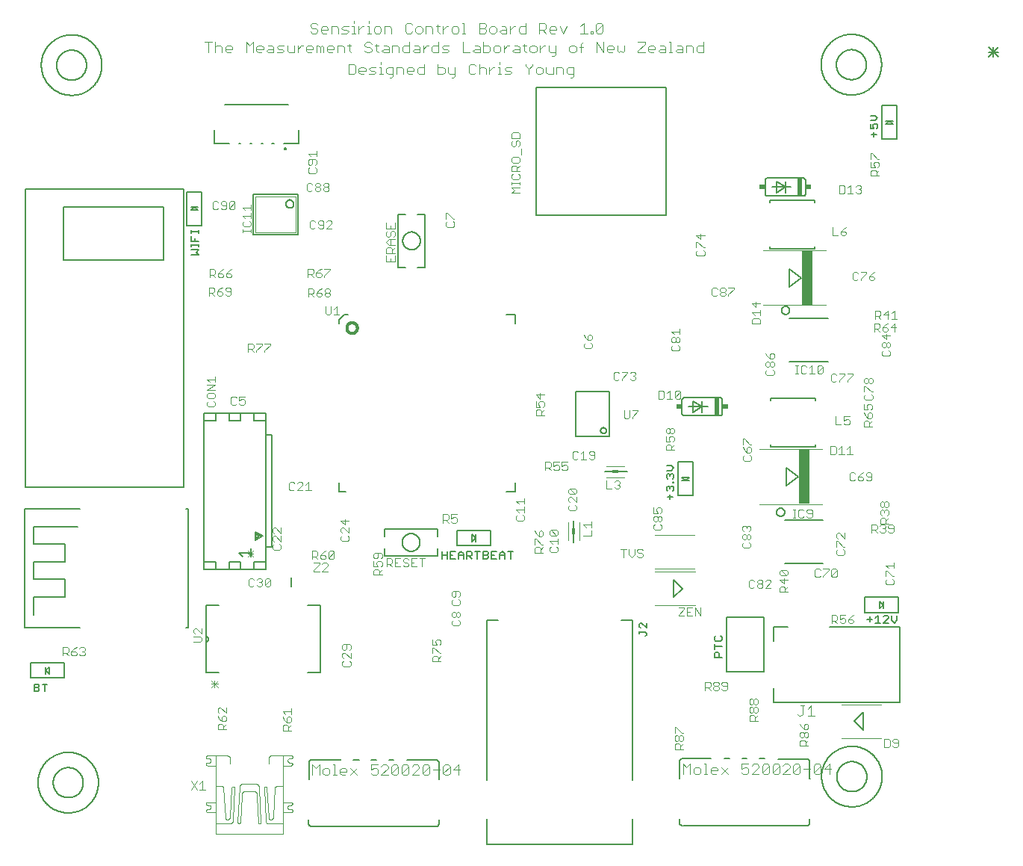
<source format=gto>
G75*
%MOIN*%
%OFA0B0*%
%FSLAX25Y25*%
%IPPOS*%
%LPD*%
%AMOC8*
5,1,8,0,0,1.08239X$1,22.5*
%
%ADD10C,0.00300*%
%ADD11C,0.00600*%
%ADD12C,0.00400*%
%ADD13C,0.00500*%
%ADD14C,0.00276*%
%ADD15R,0.02756X0.01181*%
%ADD16C,0.01200*%
%ADD17C,0.00800*%
%ADD18C,0.00700*%
%ADD19R,0.01181X0.02756*%
%ADD20R,0.02000X0.08000*%
%ADD21R,0.02500X0.02000*%
%ADD22R,0.04921X0.24409*%
%ADD23C,0.00200*%
%ADD24R,0.01000X0.02000*%
%ADD25R,0.00500X0.01500*%
%ADD26R,0.01000X0.01000*%
%ADD27C,0.00787*%
%ADD28C,0.00591*%
D10*
X0082766Y0025950D02*
X0085235Y0029653D01*
X0086449Y0028419D02*
X0087684Y0029653D01*
X0087684Y0025950D01*
X0088918Y0025950D02*
X0086449Y0025950D01*
X0085235Y0025950D02*
X0082766Y0029653D01*
X0094529Y0052650D02*
X0094529Y0054502D01*
X0095146Y0055119D01*
X0096381Y0055119D01*
X0096998Y0054502D01*
X0096998Y0052650D01*
X0096998Y0053884D02*
X0098232Y0055119D01*
X0097615Y0056333D02*
X0098232Y0056950D01*
X0098232Y0058185D01*
X0097615Y0058802D01*
X0096998Y0058802D01*
X0096381Y0058185D01*
X0096381Y0056333D01*
X0097615Y0056333D01*
X0096381Y0056333D02*
X0095146Y0057568D01*
X0094529Y0058802D01*
X0095146Y0060016D02*
X0094529Y0060633D01*
X0094529Y0061868D01*
X0095146Y0062485D01*
X0095764Y0062485D01*
X0098232Y0060016D01*
X0098232Y0062485D01*
X0098232Y0052650D02*
X0094529Y0052650D01*
X0094648Y0071450D02*
X0091512Y0074586D01*
X0091512Y0073018D02*
X0094648Y0073018D01*
X0094648Y0074586D02*
X0091512Y0071450D01*
X0093080Y0071450D02*
X0093080Y0074586D01*
X0123529Y0060851D02*
X0124764Y0059616D01*
X0125998Y0058402D02*
X0125381Y0057785D01*
X0125381Y0055933D01*
X0126615Y0055933D01*
X0127232Y0056550D01*
X0127232Y0057785D01*
X0126615Y0058402D01*
X0125998Y0058402D01*
X0127232Y0059616D02*
X0127232Y0062085D01*
X0127232Y0060851D02*
X0123529Y0060851D01*
X0123529Y0058402D02*
X0124146Y0057168D01*
X0125381Y0055933D01*
X0125381Y0054719D02*
X0125998Y0054102D01*
X0125998Y0052250D01*
X0125998Y0053484D02*
X0127232Y0054719D01*
X0125381Y0054719D02*
X0124146Y0054719D01*
X0123529Y0054102D01*
X0123529Y0052250D01*
X0127232Y0052250D01*
X0150746Y0080801D02*
X0153215Y0080801D01*
X0153832Y0081418D01*
X0153832Y0082652D01*
X0153215Y0083269D01*
X0153832Y0084484D02*
X0151364Y0086952D01*
X0150746Y0086952D01*
X0150129Y0086335D01*
X0150129Y0085101D01*
X0150746Y0084484D01*
X0150746Y0083269D02*
X0150129Y0082652D01*
X0150129Y0081418D01*
X0150746Y0080801D01*
X0153832Y0084484D02*
X0153832Y0086952D01*
X0153215Y0088167D02*
X0153832Y0088784D01*
X0153832Y0090018D01*
X0153215Y0090636D01*
X0150746Y0090636D01*
X0150129Y0090018D01*
X0150129Y0088784D01*
X0150746Y0088167D01*
X0151364Y0088167D01*
X0151981Y0088784D01*
X0151981Y0090636D01*
X0118067Y0117067D02*
X0117450Y0116450D01*
X0116216Y0116450D01*
X0115599Y0117067D01*
X0118067Y0119536D01*
X0118067Y0117067D01*
X0115599Y0117067D02*
X0115599Y0119536D01*
X0116216Y0120153D01*
X0117450Y0120153D01*
X0118067Y0119536D01*
X0114384Y0119536D02*
X0113767Y0120153D01*
X0112533Y0120153D01*
X0111916Y0119536D01*
X0110701Y0119536D02*
X0110084Y0120153D01*
X0108850Y0120153D01*
X0108232Y0119536D01*
X0108232Y0117067D01*
X0108850Y0116450D01*
X0110084Y0116450D01*
X0110701Y0117067D01*
X0111916Y0117067D02*
X0112533Y0116450D01*
X0113767Y0116450D01*
X0114384Y0117067D01*
X0114384Y0117684D01*
X0113767Y0118302D01*
X0113150Y0118302D01*
X0113767Y0118302D02*
X0114384Y0118919D01*
X0114384Y0119536D01*
X0110401Y0129967D02*
X0107932Y0132436D01*
X0107932Y0131202D02*
X0110401Y0131202D01*
X0110401Y0132436D02*
X0107932Y0129967D01*
X0109167Y0129967D02*
X0109167Y0132436D01*
X0118929Y0133518D02*
X0119546Y0132901D01*
X0122015Y0132901D01*
X0122632Y0133518D01*
X0122632Y0134752D01*
X0122015Y0135369D01*
X0122632Y0136584D02*
X0120164Y0139052D01*
X0119546Y0139052D01*
X0118929Y0138435D01*
X0118929Y0137201D01*
X0119546Y0136584D01*
X0119546Y0135369D02*
X0118929Y0134752D01*
X0118929Y0133518D01*
X0122632Y0136584D02*
X0122632Y0139052D01*
X0122632Y0140267D02*
X0120164Y0142736D01*
X0119546Y0142736D01*
X0118929Y0142118D01*
X0118929Y0140884D01*
X0119546Y0140267D01*
X0122632Y0140267D02*
X0122632Y0142736D01*
X0136632Y0132353D02*
X0138484Y0132353D01*
X0139101Y0131736D01*
X0139101Y0130502D01*
X0138484Y0129884D01*
X0136632Y0129884D01*
X0136632Y0128650D02*
X0136632Y0132353D01*
X0137867Y0129884D02*
X0139101Y0128650D01*
X0140316Y0129267D02*
X0140933Y0128650D01*
X0142167Y0128650D01*
X0142784Y0129267D01*
X0142784Y0129884D01*
X0142167Y0130502D01*
X0140316Y0130502D01*
X0140316Y0129267D01*
X0140316Y0130502D02*
X0141550Y0131736D01*
X0142784Y0132353D01*
X0143999Y0131736D02*
X0143999Y0129267D01*
X0146467Y0131736D01*
X0146467Y0129267D01*
X0145850Y0128650D01*
X0144616Y0128650D01*
X0143999Y0129267D01*
X0143999Y0131736D02*
X0144616Y0132353D01*
X0145850Y0132353D01*
X0146467Y0131736D01*
X0150046Y0136701D02*
X0152515Y0136701D01*
X0153132Y0137318D01*
X0153132Y0138552D01*
X0152515Y0139169D01*
X0153132Y0140384D02*
X0150664Y0142852D01*
X0150046Y0142852D01*
X0149429Y0142235D01*
X0149429Y0141001D01*
X0150046Y0140384D01*
X0150046Y0139169D02*
X0149429Y0138552D01*
X0149429Y0137318D01*
X0150046Y0136701D01*
X0153132Y0140384D02*
X0153132Y0142852D01*
X0151281Y0144067D02*
X0151281Y0146536D01*
X0153132Y0145918D02*
X0149429Y0145918D01*
X0151281Y0144067D01*
X0164129Y0130868D02*
X0164129Y0129633D01*
X0164746Y0129016D01*
X0165364Y0129016D01*
X0165981Y0129633D01*
X0165981Y0131485D01*
X0167215Y0131485D02*
X0164746Y0131485D01*
X0164129Y0130868D01*
X0164129Y0127802D02*
X0164129Y0125333D01*
X0165981Y0125333D01*
X0165364Y0126568D01*
X0165364Y0127185D01*
X0165981Y0127802D01*
X0167215Y0127802D01*
X0167832Y0127185D01*
X0167832Y0125950D01*
X0167215Y0125333D01*
X0167832Y0124119D02*
X0166598Y0122884D01*
X0166598Y0123502D02*
X0166598Y0121650D01*
X0167832Y0121650D02*
X0164129Y0121650D01*
X0164129Y0123502D01*
X0164746Y0124119D01*
X0165981Y0124119D01*
X0166598Y0123502D01*
X0169842Y0125325D02*
X0169842Y0129028D01*
X0171693Y0129028D01*
X0172310Y0128411D01*
X0172310Y0127177D01*
X0171693Y0126559D01*
X0169842Y0126559D01*
X0171076Y0126559D02*
X0172310Y0125325D01*
X0173525Y0125325D02*
X0175994Y0125325D01*
X0177208Y0125942D02*
X0177825Y0125325D01*
X0179060Y0125325D01*
X0179677Y0125942D01*
X0179677Y0126559D01*
X0179060Y0127177D01*
X0177825Y0127177D01*
X0177208Y0127794D01*
X0177208Y0128411D01*
X0177825Y0129028D01*
X0179060Y0129028D01*
X0179677Y0128411D01*
X0180891Y0129028D02*
X0180891Y0125325D01*
X0183360Y0125325D01*
X0182125Y0127177D02*
X0180891Y0127177D01*
X0180891Y0129028D02*
X0183360Y0129028D01*
X0184574Y0129028D02*
X0187043Y0129028D01*
X0185809Y0129028D02*
X0185809Y0125325D01*
X0175994Y0129028D02*
X0173525Y0129028D01*
X0173525Y0125325D01*
X0173525Y0127177D02*
X0174759Y0127177D01*
X0167832Y0129633D02*
X0167832Y0130868D01*
X0167215Y0131485D01*
X0167832Y0129633D02*
X0167215Y0129016D01*
X0143616Y0126373D02*
X0142999Y0126990D01*
X0141764Y0126990D01*
X0141147Y0126373D01*
X0139933Y0126373D02*
X0137464Y0123904D01*
X0137464Y0123287D01*
X0139933Y0123287D01*
X0141147Y0123287D02*
X0143616Y0125756D01*
X0143616Y0126373D01*
X0143616Y0123287D02*
X0141147Y0123287D01*
X0139933Y0126373D02*
X0139933Y0126990D01*
X0137464Y0126990D01*
X0136167Y0159350D02*
X0133699Y0159350D01*
X0132484Y0159350D02*
X0130016Y0159350D01*
X0132484Y0161819D01*
X0132484Y0162436D01*
X0131867Y0163053D01*
X0130633Y0163053D01*
X0130016Y0162436D01*
X0128801Y0162436D02*
X0128184Y0163053D01*
X0126950Y0163053D01*
X0126332Y0162436D01*
X0126332Y0159967D01*
X0126950Y0159350D01*
X0128184Y0159350D01*
X0128801Y0159967D01*
X0133699Y0161819D02*
X0134933Y0163053D01*
X0134933Y0159350D01*
X0105901Y0197550D02*
X0104666Y0197550D01*
X0104049Y0198167D01*
X0102835Y0198167D02*
X0102218Y0197550D01*
X0100983Y0197550D01*
X0100366Y0198167D01*
X0100366Y0200636D01*
X0100983Y0201253D01*
X0102218Y0201253D01*
X0102835Y0200636D01*
X0104049Y0201253D02*
X0104049Y0199402D01*
X0105284Y0200019D01*
X0105901Y0200019D01*
X0106518Y0199402D01*
X0106518Y0198167D01*
X0105901Y0197550D01*
X0106518Y0201253D02*
X0104049Y0201253D01*
X0108083Y0221150D02*
X0108083Y0224853D01*
X0109935Y0224853D01*
X0110552Y0224236D01*
X0110552Y0223002D01*
X0109935Y0222384D01*
X0108083Y0222384D01*
X0109317Y0222384D02*
X0110552Y0221150D01*
X0111766Y0221150D02*
X0111766Y0221767D01*
X0114235Y0224236D01*
X0114235Y0224853D01*
X0111766Y0224853D01*
X0115449Y0224853D02*
X0117918Y0224853D01*
X0117918Y0224236D01*
X0115449Y0221767D01*
X0115449Y0221150D01*
X0099750Y0246250D02*
X0098516Y0246250D01*
X0097899Y0246867D01*
X0096684Y0246867D02*
X0096684Y0247484D01*
X0096067Y0248102D01*
X0094216Y0248102D01*
X0094216Y0246867D01*
X0094833Y0246250D01*
X0096067Y0246250D01*
X0096684Y0246867D01*
X0098516Y0248102D02*
X0100367Y0248102D01*
X0100367Y0249336D02*
X0099750Y0249953D01*
X0098516Y0249953D01*
X0097899Y0249336D01*
X0097899Y0248719D01*
X0098516Y0248102D01*
X0100367Y0249336D02*
X0100367Y0246867D01*
X0099750Y0246250D01*
X0096684Y0249953D02*
X0095450Y0249336D01*
X0094216Y0248102D01*
X0093001Y0248102D02*
X0092384Y0247484D01*
X0090532Y0247484D01*
X0090532Y0246250D02*
X0090532Y0249953D01*
X0092384Y0249953D01*
X0093001Y0249336D01*
X0093001Y0248102D01*
X0091767Y0247484D02*
X0093001Y0246250D01*
X0093401Y0254350D02*
X0092167Y0255584D01*
X0092784Y0255584D02*
X0090932Y0255584D01*
X0090932Y0254350D02*
X0090932Y0258053D01*
X0092784Y0258053D01*
X0093401Y0257436D01*
X0093401Y0256202D01*
X0092784Y0255584D01*
X0094616Y0254967D02*
X0095233Y0254350D01*
X0096467Y0254350D01*
X0097084Y0254967D01*
X0097084Y0255584D01*
X0096467Y0256202D01*
X0094616Y0256202D01*
X0094616Y0254967D01*
X0094616Y0256202D02*
X0095850Y0257436D01*
X0097084Y0258053D01*
X0098299Y0256202D02*
X0100150Y0256202D01*
X0100767Y0255584D01*
X0100767Y0254967D01*
X0100150Y0254350D01*
X0098916Y0254350D01*
X0098299Y0254967D01*
X0098299Y0256202D01*
X0099533Y0257436D01*
X0100767Y0258053D01*
X0100266Y0284650D02*
X0099649Y0285267D01*
X0102118Y0287736D01*
X0102118Y0285267D01*
X0101501Y0284650D01*
X0100266Y0284650D01*
X0099649Y0285267D02*
X0099649Y0287736D01*
X0100266Y0288353D01*
X0101501Y0288353D01*
X0102118Y0287736D01*
X0098435Y0287736D02*
X0097818Y0288353D01*
X0096583Y0288353D01*
X0095966Y0287736D01*
X0095966Y0287119D01*
X0096583Y0286502D01*
X0098435Y0286502D01*
X0098435Y0287736D02*
X0098435Y0285267D01*
X0097818Y0284650D01*
X0096583Y0284650D01*
X0095966Y0285267D01*
X0094752Y0285267D02*
X0094135Y0284650D01*
X0092900Y0284650D01*
X0092283Y0285267D01*
X0092283Y0287736D01*
X0092900Y0288353D01*
X0094135Y0288353D01*
X0094752Y0287736D01*
X0134283Y0293467D02*
X0134900Y0292850D01*
X0136135Y0292850D01*
X0136752Y0293467D01*
X0137966Y0293467D02*
X0137966Y0294084D01*
X0138583Y0294702D01*
X0139818Y0294702D01*
X0140435Y0294084D01*
X0140435Y0293467D01*
X0139818Y0292850D01*
X0138583Y0292850D01*
X0137966Y0293467D01*
X0138583Y0294702D02*
X0137966Y0295319D01*
X0137966Y0295936D01*
X0138583Y0296553D01*
X0139818Y0296553D01*
X0140435Y0295936D01*
X0140435Y0295319D01*
X0139818Y0294702D01*
X0141649Y0295319D02*
X0142266Y0294702D01*
X0143501Y0294702D01*
X0144118Y0294084D01*
X0144118Y0293467D01*
X0143501Y0292850D01*
X0142266Y0292850D01*
X0141649Y0293467D01*
X0141649Y0294084D01*
X0142266Y0294702D01*
X0141649Y0295319D02*
X0141649Y0295936D01*
X0142266Y0296553D01*
X0143501Y0296553D01*
X0144118Y0295936D01*
X0144118Y0295319D01*
X0143501Y0294702D01*
X0136752Y0295936D02*
X0136135Y0296553D01*
X0134900Y0296553D01*
X0134283Y0295936D01*
X0134283Y0293467D01*
X0135446Y0300950D02*
X0137915Y0300950D01*
X0138532Y0301567D01*
X0138532Y0302802D01*
X0137915Y0303419D01*
X0137915Y0304633D02*
X0138532Y0305250D01*
X0138532Y0306485D01*
X0137915Y0307102D01*
X0135446Y0307102D01*
X0134829Y0306485D01*
X0134829Y0305250D01*
X0135446Y0304633D01*
X0136064Y0304633D01*
X0136681Y0305250D01*
X0136681Y0307102D01*
X0136064Y0308316D02*
X0134829Y0309551D01*
X0138532Y0309551D01*
X0138532Y0310785D02*
X0138532Y0308316D01*
X0135446Y0303419D02*
X0134829Y0302802D01*
X0134829Y0301567D01*
X0135446Y0300950D01*
X0136250Y0279753D02*
X0135632Y0279136D01*
X0135632Y0276667D01*
X0136250Y0276050D01*
X0137484Y0276050D01*
X0138101Y0276667D01*
X0139316Y0276667D02*
X0139933Y0276050D01*
X0141167Y0276050D01*
X0141784Y0276667D01*
X0141784Y0279136D01*
X0141167Y0279753D01*
X0139933Y0279753D01*
X0139316Y0279136D01*
X0139316Y0278519D01*
X0139933Y0277902D01*
X0141784Y0277902D01*
X0142999Y0279136D02*
X0143616Y0279753D01*
X0144850Y0279753D01*
X0145467Y0279136D01*
X0145467Y0278519D01*
X0142999Y0276050D01*
X0145467Y0276050D01*
X0138101Y0279136D02*
X0137484Y0279753D01*
X0136250Y0279753D01*
X0136635Y0258253D02*
X0137252Y0257636D01*
X0137252Y0256402D01*
X0136635Y0255784D01*
X0134783Y0255784D01*
X0134783Y0254550D02*
X0134783Y0258253D01*
X0136635Y0258253D01*
X0136017Y0255784D02*
X0137252Y0254550D01*
X0138466Y0255167D02*
X0139083Y0254550D01*
X0140318Y0254550D01*
X0140935Y0255167D01*
X0140935Y0255784D01*
X0140318Y0256402D01*
X0138466Y0256402D01*
X0138466Y0255167D01*
X0138466Y0256402D02*
X0139700Y0257636D01*
X0140935Y0258253D01*
X0142149Y0258253D02*
X0144618Y0258253D01*
X0144618Y0257636D01*
X0142149Y0255167D01*
X0142149Y0254550D01*
X0142866Y0249453D02*
X0144101Y0249453D01*
X0144718Y0248836D01*
X0144718Y0248219D01*
X0144101Y0247602D01*
X0142866Y0247602D01*
X0142249Y0248219D01*
X0142249Y0248836D01*
X0142866Y0249453D01*
X0141035Y0249453D02*
X0139800Y0248836D01*
X0138566Y0247602D01*
X0140418Y0247602D01*
X0141035Y0246984D01*
X0141035Y0246367D01*
X0140418Y0245750D01*
X0139183Y0245750D01*
X0138566Y0246367D01*
X0138566Y0247602D01*
X0137352Y0247602D02*
X0136735Y0246984D01*
X0134883Y0246984D01*
X0134883Y0245750D02*
X0134883Y0249453D01*
X0136735Y0249453D01*
X0137352Y0248836D01*
X0137352Y0247602D01*
X0136117Y0246984D02*
X0137352Y0245750D01*
X0142249Y0246367D02*
X0142249Y0246984D01*
X0142866Y0247602D01*
X0144101Y0247602D02*
X0144718Y0246984D01*
X0144718Y0246367D01*
X0144101Y0245750D01*
X0142866Y0245750D01*
X0142249Y0246367D01*
X0142614Y0241527D02*
X0142614Y0238441D01*
X0143231Y0237824D01*
X0144466Y0237824D01*
X0145083Y0238441D01*
X0145083Y0241527D01*
X0146297Y0240293D02*
X0147532Y0241527D01*
X0147532Y0237824D01*
X0148766Y0237824D02*
X0146297Y0237824D01*
X0169804Y0261534D02*
X0173507Y0261534D01*
X0173507Y0264003D01*
X0173507Y0265217D02*
X0169804Y0265217D01*
X0169804Y0267069D01*
X0170421Y0267686D01*
X0171656Y0267686D01*
X0172273Y0267069D01*
X0172273Y0265217D01*
X0172273Y0266452D02*
X0173507Y0267686D01*
X0173507Y0268901D02*
X0171039Y0268901D01*
X0169804Y0270135D01*
X0171039Y0271369D01*
X0173507Y0271369D01*
X0172890Y0272584D02*
X0173507Y0273201D01*
X0173507Y0274435D01*
X0172890Y0275052D01*
X0172273Y0275052D01*
X0171656Y0274435D01*
X0171656Y0273201D01*
X0171039Y0272584D01*
X0170421Y0272584D01*
X0169804Y0273201D01*
X0169804Y0274435D01*
X0170421Y0275052D01*
X0169804Y0276267D02*
X0173507Y0276267D01*
X0173507Y0278736D01*
X0171656Y0277501D02*
X0171656Y0276267D01*
X0169804Y0276267D02*
X0169804Y0278736D01*
X0171656Y0271369D02*
X0171656Y0268901D01*
X0169804Y0264003D02*
X0169804Y0261534D01*
X0171656Y0261534D02*
X0171656Y0262769D01*
X0196429Y0277467D02*
X0197046Y0276850D01*
X0199515Y0276850D01*
X0200132Y0277467D01*
X0200132Y0278702D01*
X0199515Y0279319D01*
X0199515Y0280533D02*
X0197046Y0283002D01*
X0196429Y0283002D01*
X0196429Y0280533D01*
X0197046Y0279319D02*
X0196429Y0278702D01*
X0196429Y0277467D01*
X0199515Y0280533D02*
X0200132Y0280533D01*
X0225665Y0292000D02*
X0226900Y0293235D01*
X0225665Y0294469D01*
X0229369Y0294469D01*
X0229369Y0295684D02*
X0229369Y0296918D01*
X0229369Y0296301D02*
X0225665Y0296301D01*
X0225665Y0295684D02*
X0225665Y0296918D01*
X0226283Y0298139D02*
X0228751Y0298139D01*
X0229369Y0298756D01*
X0229369Y0299991D01*
X0228751Y0300608D01*
X0228134Y0301822D02*
X0228134Y0303674D01*
X0227517Y0304291D01*
X0226283Y0304291D01*
X0225665Y0303674D01*
X0225665Y0301822D01*
X0229369Y0301822D01*
X0228134Y0303056D02*
X0229369Y0304291D01*
X0228751Y0305505D02*
X0229369Y0306122D01*
X0229369Y0307357D01*
X0228751Y0307974D01*
X0226283Y0307974D01*
X0225665Y0307357D01*
X0225665Y0306122D01*
X0226283Y0305505D01*
X0228751Y0305505D01*
X0229986Y0309188D02*
X0229986Y0311657D01*
X0228751Y0312872D02*
X0229369Y0313489D01*
X0229369Y0314723D01*
X0228751Y0315340D01*
X0228134Y0315340D01*
X0227517Y0314723D01*
X0227517Y0313489D01*
X0226900Y0312872D01*
X0226283Y0312872D01*
X0225665Y0313489D01*
X0225665Y0314723D01*
X0226283Y0315340D01*
X0225665Y0316555D02*
X0225665Y0318406D01*
X0226283Y0319023D01*
X0228751Y0319023D01*
X0229369Y0318406D01*
X0229369Y0316555D01*
X0225665Y0316555D01*
X0226283Y0300608D02*
X0225665Y0299991D01*
X0225665Y0298756D01*
X0226283Y0298139D01*
X0225665Y0292000D02*
X0229369Y0292000D01*
X0257929Y0228836D02*
X0258546Y0227601D01*
X0259781Y0226367D01*
X0259781Y0228218D01*
X0260398Y0228836D01*
X0261015Y0228836D01*
X0261632Y0228218D01*
X0261632Y0226984D01*
X0261015Y0226367D01*
X0259781Y0226367D01*
X0261015Y0225152D02*
X0261632Y0224535D01*
X0261632Y0223301D01*
X0261015Y0222684D01*
X0258546Y0222684D01*
X0257929Y0223301D01*
X0257929Y0224535D01*
X0258546Y0225152D01*
X0271850Y0212253D02*
X0271232Y0211636D01*
X0271232Y0209167D01*
X0271850Y0208550D01*
X0273084Y0208550D01*
X0273701Y0209167D01*
X0274916Y0209167D02*
X0274916Y0208550D01*
X0274916Y0209167D02*
X0277384Y0211636D01*
X0277384Y0212253D01*
X0274916Y0212253D01*
X0273701Y0211636D02*
X0273084Y0212253D01*
X0271850Y0212253D01*
X0278599Y0211636D02*
X0279216Y0212253D01*
X0280450Y0212253D01*
X0281067Y0211636D01*
X0281067Y0211019D01*
X0280450Y0210402D01*
X0281067Y0209784D01*
X0281067Y0209167D01*
X0280450Y0208550D01*
X0279216Y0208550D01*
X0278599Y0209167D01*
X0279833Y0210402D02*
X0280450Y0210402D01*
X0279516Y0195253D02*
X0281984Y0195253D01*
X0281984Y0194636D01*
X0279516Y0192167D01*
X0279516Y0191550D01*
X0278301Y0192167D02*
X0278301Y0195253D01*
X0275832Y0195253D02*
X0275832Y0192167D01*
X0276450Y0191550D01*
X0277684Y0191550D01*
X0278301Y0192167D01*
X0294629Y0186568D02*
X0295246Y0187185D01*
X0295864Y0187185D01*
X0296481Y0186568D01*
X0296481Y0185333D01*
X0295864Y0184716D01*
X0295246Y0184716D01*
X0294629Y0185333D01*
X0294629Y0186568D01*
X0296481Y0186568D02*
X0297098Y0187185D01*
X0297715Y0187185D01*
X0298332Y0186568D01*
X0298332Y0185333D01*
X0297715Y0184716D01*
X0297098Y0184716D01*
X0296481Y0185333D01*
X0296481Y0183502D02*
X0297715Y0183502D01*
X0298332Y0182885D01*
X0298332Y0181650D01*
X0297715Y0181033D01*
X0296481Y0181033D02*
X0295864Y0182268D01*
X0295864Y0182885D01*
X0296481Y0183502D01*
X0294629Y0183502D02*
X0294629Y0181033D01*
X0296481Y0181033D01*
X0296481Y0179819D02*
X0297098Y0179202D01*
X0297098Y0177350D01*
X0297098Y0178584D02*
X0298332Y0179819D01*
X0296481Y0179819D02*
X0295246Y0179819D01*
X0294629Y0179202D01*
X0294629Y0177350D01*
X0298332Y0177350D01*
X0274093Y0163161D02*
X0274093Y0162544D01*
X0273476Y0161927D01*
X0274093Y0161309D01*
X0274093Y0160692D01*
X0273476Y0160075D01*
X0272241Y0160075D01*
X0271624Y0160692D01*
X0270410Y0160075D02*
X0267941Y0160075D01*
X0267941Y0163778D01*
X0271624Y0163161D02*
X0272241Y0163778D01*
X0273476Y0163778D01*
X0274093Y0163161D01*
X0273476Y0161927D02*
X0272859Y0161927D01*
X0262101Y0173250D02*
X0262718Y0173867D01*
X0262718Y0176336D01*
X0262101Y0176953D01*
X0260866Y0176953D01*
X0260249Y0176336D01*
X0260249Y0175719D01*
X0260866Y0175102D01*
X0262718Y0175102D01*
X0262101Y0173250D02*
X0260866Y0173250D01*
X0260249Y0173867D01*
X0259035Y0173250D02*
X0256566Y0173250D01*
X0257800Y0173250D02*
X0257800Y0176953D01*
X0256566Y0175719D01*
X0255352Y0176336D02*
X0254735Y0176953D01*
X0253500Y0176953D01*
X0252883Y0176336D01*
X0252883Y0173867D01*
X0253500Y0173250D01*
X0254735Y0173250D01*
X0255352Y0173867D01*
X0250567Y0172053D02*
X0248099Y0172053D01*
X0248099Y0170202D01*
X0249333Y0170819D01*
X0249950Y0170819D01*
X0250567Y0170202D01*
X0250567Y0168967D01*
X0249950Y0168350D01*
X0248716Y0168350D01*
X0248099Y0168967D01*
X0246884Y0168967D02*
X0246267Y0168350D01*
X0245033Y0168350D01*
X0244416Y0168967D01*
X0244416Y0170202D02*
X0245650Y0170819D01*
X0246267Y0170819D01*
X0246884Y0170202D01*
X0246884Y0168967D01*
X0244416Y0170202D02*
X0244416Y0172053D01*
X0246884Y0172053D01*
X0243201Y0171436D02*
X0243201Y0170202D01*
X0242584Y0169584D01*
X0240732Y0169584D01*
X0240732Y0168350D02*
X0240732Y0172053D01*
X0242584Y0172053D01*
X0243201Y0171436D01*
X0241967Y0169584D02*
X0243201Y0168350D01*
X0251546Y0160236D02*
X0250929Y0159618D01*
X0250929Y0158384D01*
X0251546Y0157767D01*
X0254015Y0157767D01*
X0251546Y0160236D01*
X0254015Y0160236D01*
X0254632Y0159618D01*
X0254632Y0158384D01*
X0254015Y0157767D01*
X0254632Y0156552D02*
X0254632Y0154084D01*
X0252164Y0156552D01*
X0251546Y0156552D01*
X0250929Y0155935D01*
X0250929Y0154701D01*
X0251546Y0154084D01*
X0251546Y0152869D02*
X0250929Y0152252D01*
X0250929Y0151018D01*
X0251546Y0150401D01*
X0254015Y0150401D01*
X0254632Y0151018D01*
X0254632Y0152252D01*
X0254015Y0152869D01*
X0257779Y0144068D02*
X0261482Y0144068D01*
X0261482Y0145302D02*
X0261482Y0142833D01*
X0261482Y0141619D02*
X0261482Y0139150D01*
X0257779Y0139150D01*
X0259014Y0142833D02*
X0257779Y0144068D01*
X0246432Y0141018D02*
X0246432Y0139784D01*
X0245815Y0139167D01*
X0243346Y0141636D01*
X0245815Y0141636D01*
X0246432Y0141018D01*
X0245815Y0139167D02*
X0243346Y0139167D01*
X0242729Y0139784D01*
X0242729Y0141018D01*
X0243346Y0141636D01*
X0239732Y0140818D02*
X0239115Y0141436D01*
X0238498Y0141436D01*
X0237881Y0140818D01*
X0237881Y0138967D01*
X0239115Y0138967D01*
X0239732Y0139584D01*
X0239732Y0140818D01*
X0237881Y0138967D02*
X0236646Y0140201D01*
X0236029Y0141436D01*
X0236029Y0137752D02*
X0236646Y0137752D01*
X0239115Y0135284D01*
X0239732Y0135284D01*
X0239732Y0134069D02*
X0238498Y0132835D01*
X0238498Y0133452D02*
X0238498Y0131601D01*
X0239732Y0131601D02*
X0236029Y0131601D01*
X0236029Y0133452D01*
X0236646Y0134069D01*
X0237881Y0134069D01*
X0238498Y0133452D01*
X0236029Y0135284D02*
X0236029Y0137752D01*
X0242729Y0136718D02*
X0246432Y0136718D01*
X0246432Y0135484D02*
X0246432Y0137952D01*
X0243964Y0135484D02*
X0242729Y0136718D01*
X0243346Y0134269D02*
X0242729Y0133652D01*
X0242729Y0132418D01*
X0243346Y0131801D01*
X0245815Y0131801D01*
X0246432Y0132418D01*
X0246432Y0133652D01*
X0245815Y0134269D01*
X0231332Y0146567D02*
X0231332Y0147802D01*
X0230715Y0148419D01*
X0231332Y0149633D02*
X0231332Y0152102D01*
X0231332Y0153316D02*
X0231332Y0155785D01*
X0231332Y0154551D02*
X0227629Y0154551D01*
X0228864Y0153316D01*
X0227629Y0150868D02*
X0231332Y0150868D01*
X0228864Y0149633D02*
X0227629Y0150868D01*
X0228246Y0148419D02*
X0227629Y0147802D01*
X0227629Y0146567D01*
X0228246Y0145950D01*
X0230715Y0145950D01*
X0231332Y0146567D01*
X0201284Y0146802D02*
X0201284Y0145567D01*
X0200667Y0144950D01*
X0199433Y0144950D01*
X0198816Y0145567D01*
X0198816Y0146802D02*
X0200050Y0147419D01*
X0200667Y0147419D01*
X0201284Y0146802D01*
X0201284Y0148653D02*
X0198816Y0148653D01*
X0198816Y0146802D01*
X0197601Y0146802D02*
X0196984Y0146184D01*
X0195132Y0146184D01*
X0195132Y0144950D02*
X0195132Y0148653D01*
X0196984Y0148653D01*
X0197601Y0148036D01*
X0197601Y0146802D01*
X0196367Y0146184D02*
X0197601Y0144950D01*
X0199546Y0114436D02*
X0198929Y0113818D01*
X0198929Y0112584D01*
X0199546Y0111967D01*
X0200164Y0111967D01*
X0200781Y0112584D01*
X0200781Y0114436D01*
X0202015Y0114436D02*
X0199546Y0114436D01*
X0202015Y0114436D02*
X0202632Y0113818D01*
X0202632Y0112584D01*
X0202015Y0111967D01*
X0202015Y0110752D02*
X0202632Y0110135D01*
X0202632Y0108901D01*
X0202015Y0108284D01*
X0199546Y0108284D01*
X0198929Y0108901D01*
X0198929Y0110135D01*
X0199546Y0110752D01*
X0199646Y0105236D02*
X0200264Y0105236D01*
X0200881Y0104618D01*
X0200881Y0103384D01*
X0200264Y0102767D01*
X0199646Y0102767D01*
X0199029Y0103384D01*
X0199029Y0104618D01*
X0199646Y0105236D01*
X0200881Y0104618D02*
X0201498Y0105236D01*
X0202115Y0105236D01*
X0202732Y0104618D01*
X0202732Y0103384D01*
X0202115Y0102767D01*
X0201498Y0102767D01*
X0200881Y0103384D01*
X0202115Y0101552D02*
X0202732Y0100935D01*
X0202732Y0099701D01*
X0202115Y0099084D01*
X0199646Y0099084D01*
X0199029Y0099701D01*
X0199029Y0100935D01*
X0199646Y0101552D01*
X0193515Y0092885D02*
X0192281Y0092885D01*
X0191664Y0092268D01*
X0191664Y0091651D01*
X0192281Y0090416D01*
X0190429Y0090416D01*
X0190429Y0092885D01*
X0193515Y0092885D02*
X0194132Y0092268D01*
X0194132Y0091033D01*
X0193515Y0090416D01*
X0191046Y0089202D02*
X0193515Y0086733D01*
X0194132Y0086733D01*
X0194132Y0085519D02*
X0192898Y0084284D01*
X0192898Y0084902D02*
X0192898Y0083050D01*
X0194132Y0083050D02*
X0190429Y0083050D01*
X0190429Y0084902D01*
X0191046Y0085519D01*
X0192281Y0085519D01*
X0192898Y0084902D01*
X0190429Y0086733D02*
X0190429Y0089202D01*
X0191046Y0089202D01*
X0275617Y0129550D02*
X0275617Y0133253D01*
X0274383Y0133253D02*
X0276852Y0133253D01*
X0278066Y0133253D02*
X0278066Y0130784D01*
X0279300Y0129550D01*
X0280535Y0130784D01*
X0280535Y0133253D01*
X0281749Y0132636D02*
X0281749Y0132019D01*
X0282366Y0131402D01*
X0283601Y0131402D01*
X0284218Y0130784D01*
X0284218Y0130167D01*
X0283601Y0129550D01*
X0282366Y0129550D01*
X0281749Y0130167D01*
X0281749Y0132636D02*
X0282366Y0133253D01*
X0283601Y0133253D01*
X0284218Y0132636D01*
X0289646Y0141801D02*
X0292115Y0141801D01*
X0292732Y0142418D01*
X0292732Y0143652D01*
X0292115Y0144269D01*
X0292115Y0145484D02*
X0291498Y0145484D01*
X0290881Y0146101D01*
X0290881Y0147335D01*
X0291498Y0147952D01*
X0292115Y0147952D01*
X0292732Y0147335D01*
X0292732Y0146101D01*
X0292115Y0145484D01*
X0290881Y0146101D02*
X0290264Y0145484D01*
X0289646Y0145484D01*
X0289029Y0146101D01*
X0289029Y0147335D01*
X0289646Y0147952D01*
X0290264Y0147952D01*
X0290881Y0147335D01*
X0290881Y0149167D02*
X0290264Y0150401D01*
X0290264Y0151018D01*
X0290881Y0151636D01*
X0292115Y0151636D01*
X0292732Y0151018D01*
X0292732Y0149784D01*
X0292115Y0149167D01*
X0290881Y0149167D02*
X0289029Y0149167D01*
X0289029Y0151636D01*
X0289646Y0144269D02*
X0289029Y0143652D01*
X0289029Y0142418D01*
X0289646Y0141801D01*
X0300283Y0107053D02*
X0302752Y0107053D01*
X0302752Y0106436D01*
X0300283Y0103967D01*
X0300283Y0103350D01*
X0302752Y0103350D01*
X0303966Y0103350D02*
X0306435Y0103350D01*
X0307649Y0103350D02*
X0307649Y0107053D01*
X0310118Y0103350D01*
X0310118Y0107053D01*
X0306435Y0107053D02*
X0303966Y0107053D01*
X0303966Y0103350D01*
X0303966Y0105202D02*
X0305200Y0105202D01*
X0331632Y0116467D02*
X0332250Y0115850D01*
X0333484Y0115850D01*
X0334101Y0116467D01*
X0335316Y0116467D02*
X0335316Y0117084D01*
X0335933Y0117702D01*
X0337167Y0117702D01*
X0337784Y0117084D01*
X0337784Y0116467D01*
X0337167Y0115850D01*
X0335933Y0115850D01*
X0335316Y0116467D01*
X0335933Y0117702D02*
X0335316Y0118319D01*
X0335316Y0118936D01*
X0335933Y0119553D01*
X0337167Y0119553D01*
X0337784Y0118936D01*
X0337784Y0118319D01*
X0337167Y0117702D01*
X0338999Y0118936D02*
X0339616Y0119553D01*
X0340850Y0119553D01*
X0341467Y0118936D01*
X0341467Y0118319D01*
X0338999Y0115850D01*
X0341467Y0115850D01*
X0345329Y0115902D02*
X0345329Y0114050D01*
X0349032Y0114050D01*
X0347798Y0114050D02*
X0347798Y0115902D01*
X0347181Y0116519D01*
X0345946Y0116519D01*
X0345329Y0115902D01*
X0347798Y0115284D02*
X0349032Y0116519D01*
X0347181Y0117733D02*
X0347181Y0120202D01*
X0348415Y0121416D02*
X0345946Y0123885D01*
X0348415Y0123885D01*
X0349032Y0123268D01*
X0349032Y0122033D01*
X0348415Y0121416D01*
X0345946Y0121416D01*
X0345329Y0122033D01*
X0345329Y0123268D01*
X0345946Y0123885D01*
X0345329Y0119585D02*
X0347181Y0117733D01*
X0349032Y0119585D02*
X0345329Y0119585D01*
X0334101Y0118936D02*
X0333484Y0119553D01*
X0332250Y0119553D01*
X0331632Y0118936D01*
X0331632Y0116467D01*
X0331815Y0133750D02*
X0329346Y0133750D01*
X0328729Y0134367D01*
X0328729Y0135602D01*
X0329346Y0136219D01*
X0329346Y0137433D02*
X0329964Y0137433D01*
X0330581Y0138050D01*
X0330581Y0139285D01*
X0331198Y0139902D01*
X0331815Y0139902D01*
X0332432Y0139285D01*
X0332432Y0138050D01*
X0331815Y0137433D01*
X0331198Y0137433D01*
X0330581Y0138050D01*
X0330581Y0139285D02*
X0329964Y0139902D01*
X0329346Y0139902D01*
X0328729Y0139285D01*
X0328729Y0138050D01*
X0329346Y0137433D01*
X0331815Y0136219D02*
X0332432Y0135602D01*
X0332432Y0134367D01*
X0331815Y0133750D01*
X0331815Y0141116D02*
X0332432Y0141733D01*
X0332432Y0142968D01*
X0331815Y0143585D01*
X0331198Y0143585D01*
X0330581Y0142968D01*
X0330581Y0142351D01*
X0330581Y0142968D02*
X0329964Y0143585D01*
X0329346Y0143585D01*
X0328729Y0142968D01*
X0328729Y0141733D01*
X0329346Y0141116D01*
X0361032Y0123736D02*
X0361032Y0121267D01*
X0361650Y0120650D01*
X0362884Y0120650D01*
X0363501Y0121267D01*
X0364716Y0121267D02*
X0364716Y0120650D01*
X0364716Y0121267D02*
X0367184Y0123736D01*
X0367184Y0124353D01*
X0364716Y0124353D01*
X0363501Y0123736D02*
X0362884Y0124353D01*
X0361650Y0124353D01*
X0361032Y0123736D01*
X0368399Y0123736D02*
X0368399Y0121267D01*
X0370867Y0123736D01*
X0370867Y0121267D01*
X0370250Y0120650D01*
X0369016Y0120650D01*
X0368399Y0121267D01*
X0368399Y0123736D02*
X0369016Y0124353D01*
X0370250Y0124353D01*
X0370867Y0123736D01*
X0371246Y0130550D02*
X0373715Y0130550D01*
X0374332Y0131167D01*
X0374332Y0132402D01*
X0373715Y0133019D01*
X0373715Y0134233D02*
X0374332Y0134233D01*
X0373715Y0134233D02*
X0371246Y0136702D01*
X0370629Y0136702D01*
X0370629Y0134233D01*
X0371246Y0133019D02*
X0370629Y0132402D01*
X0370629Y0131167D01*
X0371246Y0130550D01*
X0371246Y0137916D02*
X0370629Y0138533D01*
X0370629Y0139768D01*
X0371246Y0140385D01*
X0371864Y0140385D01*
X0374332Y0137916D01*
X0374332Y0140385D01*
X0386383Y0140450D02*
X0386383Y0144153D01*
X0388235Y0144153D01*
X0388852Y0143536D01*
X0388852Y0142302D01*
X0388235Y0141684D01*
X0386383Y0141684D01*
X0387617Y0141684D02*
X0388852Y0140450D01*
X0390066Y0141067D02*
X0390683Y0140450D01*
X0391918Y0140450D01*
X0392535Y0141067D01*
X0392535Y0141684D01*
X0391918Y0142302D01*
X0391300Y0142302D01*
X0391918Y0142302D02*
X0392535Y0142919D01*
X0392535Y0143536D01*
X0391918Y0144153D01*
X0390683Y0144153D01*
X0390066Y0143536D01*
X0390229Y0144601D02*
X0390229Y0146452D01*
X0390846Y0147069D01*
X0392081Y0147069D01*
X0392698Y0146452D01*
X0392698Y0144601D01*
X0392698Y0145835D02*
X0393932Y0147069D01*
X0393315Y0148284D02*
X0393932Y0148901D01*
X0393932Y0150135D01*
X0393315Y0150752D01*
X0392698Y0150752D01*
X0392081Y0150135D01*
X0392081Y0149518D01*
X0392081Y0150135D02*
X0391464Y0150752D01*
X0390846Y0150752D01*
X0390229Y0150135D01*
X0390229Y0148901D01*
X0390846Y0148284D01*
X0390846Y0151967D02*
X0391464Y0151967D01*
X0392081Y0152584D01*
X0392081Y0153818D01*
X0392698Y0154436D01*
X0393315Y0154436D01*
X0393932Y0153818D01*
X0393932Y0152584D01*
X0393315Y0151967D01*
X0392698Y0151967D01*
X0392081Y0152584D01*
X0392081Y0153818D02*
X0391464Y0154436D01*
X0390846Y0154436D01*
X0390229Y0153818D01*
X0390229Y0152584D01*
X0390846Y0151967D01*
X0390229Y0144601D02*
X0393932Y0144601D01*
X0394366Y0144153D02*
X0393749Y0143536D01*
X0393749Y0142919D01*
X0394366Y0142302D01*
X0396218Y0142302D01*
X0396218Y0143536D02*
X0395601Y0144153D01*
X0394366Y0144153D01*
X0396218Y0143536D02*
X0396218Y0141067D01*
X0395601Y0140450D01*
X0394366Y0140450D01*
X0393749Y0141067D01*
X0396332Y0127185D02*
X0396332Y0124716D01*
X0396332Y0125951D02*
X0392629Y0125951D01*
X0393864Y0124716D01*
X0393246Y0123502D02*
X0395715Y0121033D01*
X0396332Y0121033D01*
X0395715Y0119819D02*
X0396332Y0119202D01*
X0396332Y0117967D01*
X0395715Y0117350D01*
X0393246Y0117350D01*
X0392629Y0117967D01*
X0392629Y0119202D01*
X0393246Y0119819D01*
X0392629Y0121033D02*
X0392629Y0123502D01*
X0393246Y0123502D01*
X0378418Y0103753D02*
X0377184Y0103136D01*
X0375949Y0101902D01*
X0377801Y0101902D01*
X0378418Y0101284D01*
X0378418Y0100667D01*
X0377801Y0100050D01*
X0376566Y0100050D01*
X0375949Y0100667D01*
X0375949Y0101902D01*
X0374735Y0101902D02*
X0374735Y0100667D01*
X0374118Y0100050D01*
X0372883Y0100050D01*
X0372266Y0100667D01*
X0372266Y0101902D02*
X0373500Y0102519D01*
X0374118Y0102519D01*
X0374735Y0101902D01*
X0374735Y0103753D02*
X0372266Y0103753D01*
X0372266Y0101902D01*
X0371052Y0101902D02*
X0370435Y0101284D01*
X0368583Y0101284D01*
X0368583Y0100050D02*
X0368583Y0103753D01*
X0370435Y0103753D01*
X0371052Y0103136D01*
X0371052Y0101902D01*
X0369817Y0101284D02*
X0371052Y0100050D01*
X0335532Y0065768D02*
X0335532Y0064533D01*
X0334915Y0063916D01*
X0334298Y0063916D01*
X0333681Y0064533D01*
X0333681Y0065768D01*
X0334298Y0066385D01*
X0334915Y0066385D01*
X0335532Y0065768D01*
X0333681Y0065768D02*
X0333064Y0066385D01*
X0332446Y0066385D01*
X0331829Y0065768D01*
X0331829Y0064533D01*
X0332446Y0063916D01*
X0333064Y0063916D01*
X0333681Y0064533D01*
X0334298Y0062702D02*
X0334915Y0062702D01*
X0335532Y0062085D01*
X0335532Y0060850D01*
X0334915Y0060233D01*
X0334298Y0060233D01*
X0333681Y0060850D01*
X0333681Y0062085D01*
X0334298Y0062702D01*
X0333681Y0062085D02*
X0333064Y0062702D01*
X0332446Y0062702D01*
X0331829Y0062085D01*
X0331829Y0060850D01*
X0332446Y0060233D01*
X0333064Y0060233D01*
X0333681Y0060850D01*
X0333681Y0059019D02*
X0334298Y0058402D01*
X0334298Y0056550D01*
X0334298Y0057784D02*
X0335532Y0059019D01*
X0333681Y0059019D02*
X0332446Y0059019D01*
X0331829Y0058402D01*
X0331829Y0056550D01*
X0335532Y0056550D01*
X0321250Y0070250D02*
X0321867Y0070867D01*
X0321867Y0073336D01*
X0321250Y0073953D01*
X0320016Y0073953D01*
X0319399Y0073336D01*
X0319399Y0072719D01*
X0320016Y0072102D01*
X0321867Y0072102D01*
X0321250Y0070250D02*
X0320016Y0070250D01*
X0319399Y0070867D01*
X0318184Y0070867D02*
X0318184Y0071484D01*
X0317567Y0072102D01*
X0316333Y0072102D01*
X0315716Y0072719D01*
X0315716Y0073336D01*
X0316333Y0073953D01*
X0317567Y0073953D01*
X0318184Y0073336D01*
X0318184Y0072719D01*
X0317567Y0072102D01*
X0316333Y0072102D02*
X0315716Y0071484D01*
X0315716Y0070867D01*
X0316333Y0070250D01*
X0317567Y0070250D01*
X0318184Y0070867D01*
X0314501Y0070250D02*
X0313267Y0071484D01*
X0313884Y0071484D02*
X0312032Y0071484D01*
X0312032Y0070250D02*
X0312032Y0073953D01*
X0313884Y0073953D01*
X0314501Y0073336D01*
X0314501Y0072102D01*
X0313884Y0071484D01*
X0299146Y0053736D02*
X0301615Y0051267D01*
X0302232Y0051267D01*
X0301615Y0050052D02*
X0302232Y0049435D01*
X0302232Y0048201D01*
X0301615Y0047584D01*
X0300998Y0047584D01*
X0300381Y0048201D01*
X0300381Y0049435D01*
X0300998Y0050052D01*
X0301615Y0050052D01*
X0300381Y0049435D02*
X0299764Y0050052D01*
X0299146Y0050052D01*
X0298529Y0049435D01*
X0298529Y0048201D01*
X0299146Y0047584D01*
X0299764Y0047584D01*
X0300381Y0048201D01*
X0300381Y0046369D02*
X0300998Y0045752D01*
X0300998Y0043901D01*
X0300998Y0045135D02*
X0302232Y0046369D01*
X0300381Y0046369D02*
X0299146Y0046369D01*
X0298529Y0045752D01*
X0298529Y0043901D01*
X0302232Y0043901D01*
X0298529Y0051267D02*
X0298529Y0053736D01*
X0299146Y0053736D01*
X0354429Y0055285D02*
X0355046Y0054051D01*
X0356281Y0052816D01*
X0356281Y0054668D01*
X0356898Y0055285D01*
X0357515Y0055285D01*
X0358132Y0054668D01*
X0358132Y0053433D01*
X0357515Y0052816D01*
X0356281Y0052816D01*
X0356898Y0051602D02*
X0357515Y0051602D01*
X0358132Y0050985D01*
X0358132Y0049750D01*
X0357515Y0049133D01*
X0356898Y0049133D01*
X0356281Y0049750D01*
X0356281Y0050985D01*
X0356898Y0051602D01*
X0356281Y0050985D02*
X0355664Y0051602D01*
X0355046Y0051602D01*
X0354429Y0050985D01*
X0354429Y0049750D01*
X0355046Y0049133D01*
X0355664Y0049133D01*
X0356281Y0049750D01*
X0356281Y0047919D02*
X0356898Y0047302D01*
X0356898Y0045450D01*
X0356898Y0046684D02*
X0358132Y0047919D01*
X0356281Y0047919D02*
X0355046Y0047919D01*
X0354429Y0047302D01*
X0354429Y0045450D01*
X0358132Y0045450D01*
X0392132Y0044850D02*
X0393984Y0044850D01*
X0394601Y0045467D01*
X0394601Y0047936D01*
X0393984Y0048553D01*
X0392132Y0048553D01*
X0392132Y0044850D01*
X0395816Y0045467D02*
X0396433Y0044850D01*
X0397667Y0044850D01*
X0398284Y0045467D01*
X0398284Y0047936D01*
X0397667Y0048553D01*
X0396433Y0048553D01*
X0395816Y0047936D01*
X0395816Y0047319D01*
X0396433Y0046702D01*
X0398284Y0046702D01*
X0385801Y0163650D02*
X0384566Y0163650D01*
X0383949Y0164267D01*
X0382735Y0164267D02*
X0382735Y0164884D01*
X0382118Y0165502D01*
X0380266Y0165502D01*
X0380266Y0164267D01*
X0380883Y0163650D01*
X0382118Y0163650D01*
X0382735Y0164267D01*
X0384566Y0165502D02*
X0386418Y0165502D01*
X0386418Y0166736D02*
X0385801Y0167353D01*
X0384566Y0167353D01*
X0383949Y0166736D01*
X0383949Y0166119D01*
X0384566Y0165502D01*
X0386418Y0166736D02*
X0386418Y0164267D01*
X0385801Y0163650D01*
X0382735Y0167353D02*
X0381500Y0166736D01*
X0380266Y0165502D01*
X0379052Y0166736D02*
X0378435Y0167353D01*
X0377200Y0167353D01*
X0376583Y0166736D01*
X0376583Y0164267D01*
X0377200Y0163650D01*
X0378435Y0163650D01*
X0379052Y0164267D01*
X0377936Y0175426D02*
X0375467Y0175426D01*
X0374253Y0175426D02*
X0371784Y0175426D01*
X0373019Y0175426D02*
X0373019Y0179129D01*
X0371784Y0177894D01*
X0370570Y0178512D02*
X0369953Y0179129D01*
X0368101Y0179129D01*
X0368101Y0175426D01*
X0369953Y0175426D01*
X0370570Y0176043D01*
X0370570Y0178512D01*
X0375467Y0177894D02*
X0376702Y0179129D01*
X0376702Y0175426D01*
X0375878Y0188669D02*
X0374644Y0188669D01*
X0374026Y0189286D01*
X0374026Y0190520D02*
X0375261Y0191138D01*
X0375878Y0191138D01*
X0376495Y0190520D01*
X0376495Y0189286D01*
X0375878Y0188669D01*
X0374026Y0190520D02*
X0374026Y0192372D01*
X0376495Y0192372D01*
X0372812Y0188669D02*
X0370343Y0188669D01*
X0370343Y0192372D01*
X0382929Y0194102D02*
X0383546Y0192868D01*
X0384781Y0191633D01*
X0384781Y0193485D01*
X0385398Y0194102D01*
X0386015Y0194102D01*
X0386632Y0193485D01*
X0386632Y0192250D01*
X0386015Y0191633D01*
X0384781Y0191633D01*
X0384781Y0190419D02*
X0385398Y0189802D01*
X0385398Y0187950D01*
X0385398Y0189184D02*
X0386632Y0190419D01*
X0384781Y0190419D02*
X0383546Y0190419D01*
X0382929Y0189802D01*
X0382929Y0187950D01*
X0386632Y0187950D01*
X0386015Y0195316D02*
X0386632Y0195933D01*
X0386632Y0197168D01*
X0386015Y0197785D01*
X0384781Y0197785D01*
X0384164Y0197168D01*
X0384164Y0196551D01*
X0384781Y0195316D01*
X0382929Y0195316D01*
X0382929Y0197785D01*
X0383746Y0199701D02*
X0386215Y0199701D01*
X0386832Y0200318D01*
X0386832Y0201552D01*
X0386215Y0202169D01*
X0386215Y0203384D02*
X0386832Y0203384D01*
X0386215Y0203384D02*
X0383746Y0205852D01*
X0383129Y0205852D01*
X0383129Y0203384D01*
X0383746Y0202169D02*
X0383129Y0201552D01*
X0383129Y0200318D01*
X0383746Y0199701D01*
X0383746Y0207067D02*
X0384364Y0207067D01*
X0384981Y0207684D01*
X0384981Y0208918D01*
X0385598Y0209536D01*
X0386215Y0209536D01*
X0386832Y0208918D01*
X0386832Y0207684D01*
X0386215Y0207067D01*
X0385598Y0207067D01*
X0384981Y0207684D01*
X0384981Y0208918D02*
X0384364Y0209536D01*
X0383746Y0209536D01*
X0383129Y0208918D01*
X0383129Y0207684D01*
X0383746Y0207067D01*
X0378118Y0210836D02*
X0375649Y0208367D01*
X0375649Y0207750D01*
X0374435Y0210836D02*
X0371966Y0208367D01*
X0371966Y0207750D01*
X0370752Y0208367D02*
X0370135Y0207750D01*
X0368900Y0207750D01*
X0368283Y0208367D01*
X0368283Y0210836D01*
X0368900Y0211453D01*
X0370135Y0211453D01*
X0370752Y0210836D01*
X0371966Y0211453D02*
X0374435Y0211453D01*
X0374435Y0210836D01*
X0375649Y0211453D02*
X0378118Y0211453D01*
X0378118Y0210836D01*
X0391029Y0219967D02*
X0391029Y0221202D01*
X0391646Y0221819D01*
X0391646Y0223033D02*
X0392264Y0223033D01*
X0392881Y0223650D01*
X0392881Y0224885D01*
X0393498Y0225502D01*
X0394115Y0225502D01*
X0394732Y0224885D01*
X0394732Y0223650D01*
X0394115Y0223033D01*
X0393498Y0223033D01*
X0392881Y0223650D01*
X0392881Y0224885D02*
X0392264Y0225502D01*
X0391646Y0225502D01*
X0391029Y0224885D01*
X0391029Y0223650D01*
X0391646Y0223033D01*
X0394115Y0221819D02*
X0394732Y0221202D01*
X0394732Y0219967D01*
X0394115Y0219350D01*
X0391646Y0219350D01*
X0391029Y0219967D01*
X0392881Y0226716D02*
X0392881Y0229185D01*
X0393118Y0230250D02*
X0393735Y0230867D01*
X0393735Y0231484D01*
X0393118Y0232102D01*
X0391266Y0232102D01*
X0391266Y0230867D01*
X0391883Y0230250D01*
X0393118Y0230250D01*
X0394732Y0228568D02*
X0391029Y0228568D01*
X0392881Y0226716D01*
X0390052Y0230250D02*
X0388817Y0231484D01*
X0389435Y0231484D02*
X0387583Y0231484D01*
X0387583Y0230250D02*
X0387583Y0233953D01*
X0389435Y0233953D01*
X0390052Y0233336D01*
X0390052Y0232102D01*
X0389435Y0231484D01*
X0391266Y0232102D02*
X0392500Y0233336D01*
X0393735Y0233953D01*
X0393518Y0235850D02*
X0393518Y0239553D01*
X0391666Y0237702D01*
X0394135Y0237702D01*
X0395349Y0238319D02*
X0396584Y0239553D01*
X0396584Y0235850D01*
X0397818Y0235850D02*
X0395349Y0235850D01*
X0396801Y0233953D02*
X0394949Y0232102D01*
X0397418Y0232102D01*
X0396801Y0233953D02*
X0396801Y0230250D01*
X0390452Y0235850D02*
X0389217Y0237084D01*
X0389835Y0237084D02*
X0387983Y0237084D01*
X0387983Y0235850D02*
X0387983Y0239553D01*
X0389835Y0239553D01*
X0390452Y0238936D01*
X0390452Y0237702D01*
X0389835Y0237084D01*
X0387150Y0253050D02*
X0387767Y0253667D01*
X0387767Y0254284D01*
X0387150Y0254902D01*
X0385299Y0254902D01*
X0385299Y0253667D01*
X0385916Y0253050D01*
X0387150Y0253050D01*
X0385299Y0254902D02*
X0386533Y0256136D01*
X0387767Y0256753D01*
X0384084Y0256753D02*
X0384084Y0256136D01*
X0381616Y0253667D01*
X0381616Y0253050D01*
X0380401Y0253667D02*
X0379784Y0253050D01*
X0378550Y0253050D01*
X0377932Y0253667D01*
X0377932Y0256136D01*
X0378550Y0256753D01*
X0379784Y0256753D01*
X0380401Y0256136D01*
X0381616Y0256753D02*
X0384084Y0256753D01*
X0374478Y0273069D02*
X0375095Y0273686D01*
X0375095Y0274303D01*
X0374478Y0274920D01*
X0372626Y0274920D01*
X0372626Y0273686D01*
X0373244Y0273069D01*
X0374478Y0273069D01*
X0372626Y0274920D02*
X0373861Y0276155D01*
X0375095Y0276772D01*
X0371412Y0273069D02*
X0368943Y0273069D01*
X0368943Y0276772D01*
X0386029Y0299801D02*
X0386029Y0301652D01*
X0386646Y0302269D01*
X0387881Y0302269D01*
X0388498Y0301652D01*
X0388498Y0299801D01*
X0388498Y0301035D02*
X0389732Y0302269D01*
X0389115Y0303484D02*
X0389732Y0304101D01*
X0389732Y0305335D01*
X0389115Y0305952D01*
X0387881Y0305952D01*
X0387264Y0305335D01*
X0387264Y0304718D01*
X0387881Y0303484D01*
X0386029Y0303484D01*
X0386029Y0305952D01*
X0386029Y0307167D02*
X0386029Y0309636D01*
X0386646Y0309636D01*
X0389115Y0307167D01*
X0389732Y0307167D01*
X0389732Y0299801D02*
X0386029Y0299801D01*
X0324918Y0249753D02*
X0324918Y0249136D01*
X0322449Y0246667D01*
X0322449Y0246050D01*
X0321235Y0246667D02*
X0320618Y0246050D01*
X0319383Y0246050D01*
X0318766Y0246667D01*
X0318766Y0247284D01*
X0319383Y0247902D01*
X0320618Y0247902D01*
X0321235Y0247284D01*
X0321235Y0246667D01*
X0320618Y0247902D02*
X0321235Y0248519D01*
X0321235Y0249136D01*
X0320618Y0249753D01*
X0319383Y0249753D01*
X0318766Y0249136D01*
X0318766Y0248519D01*
X0319383Y0247902D01*
X0317552Y0249136D02*
X0316935Y0249753D01*
X0315700Y0249753D01*
X0315083Y0249136D01*
X0315083Y0246667D01*
X0315700Y0246050D01*
X0316935Y0246050D01*
X0317552Y0246667D01*
X0322449Y0249753D02*
X0324918Y0249753D01*
X0332954Y0242937D02*
X0334805Y0241085D01*
X0334805Y0243554D01*
X0332954Y0242937D02*
X0336657Y0242937D01*
X0336657Y0239871D02*
X0336657Y0237402D01*
X0336657Y0238636D02*
X0332954Y0238636D01*
X0334188Y0237402D01*
X0333571Y0236187D02*
X0332954Y0235570D01*
X0332954Y0233719D01*
X0336657Y0233719D01*
X0336657Y0235570D01*
X0336040Y0236187D01*
X0333571Y0236187D01*
X0339129Y0220585D02*
X0339746Y0219351D01*
X0340981Y0218116D01*
X0340981Y0219968D01*
X0341598Y0220585D01*
X0342215Y0220585D01*
X0342832Y0219968D01*
X0342832Y0218733D01*
X0342215Y0218116D01*
X0340981Y0218116D01*
X0341598Y0216902D02*
X0342215Y0216902D01*
X0342832Y0216285D01*
X0342832Y0215050D01*
X0342215Y0214433D01*
X0341598Y0214433D01*
X0340981Y0215050D01*
X0340981Y0216285D01*
X0341598Y0216902D01*
X0340981Y0216285D02*
X0340364Y0216902D01*
X0339746Y0216902D01*
X0339129Y0216285D01*
X0339129Y0215050D01*
X0339746Y0214433D01*
X0340364Y0214433D01*
X0340981Y0215050D01*
X0342215Y0213219D02*
X0342832Y0212602D01*
X0342832Y0211367D01*
X0342215Y0210750D01*
X0339746Y0210750D01*
X0339129Y0211367D01*
X0339129Y0212602D01*
X0339746Y0213219D01*
X0300732Y0222267D02*
X0300732Y0223502D01*
X0300115Y0224119D01*
X0300115Y0225333D02*
X0299498Y0225333D01*
X0298881Y0225950D01*
X0298881Y0227185D01*
X0299498Y0227802D01*
X0300115Y0227802D01*
X0300732Y0227185D01*
X0300732Y0225950D01*
X0300115Y0225333D01*
X0298881Y0225950D02*
X0298264Y0225333D01*
X0297646Y0225333D01*
X0297029Y0225950D01*
X0297029Y0227185D01*
X0297646Y0227802D01*
X0298264Y0227802D01*
X0298881Y0227185D01*
X0298264Y0229016D02*
X0297029Y0230251D01*
X0300732Y0230251D01*
X0300732Y0231485D02*
X0300732Y0229016D01*
X0297646Y0224119D02*
X0297029Y0223502D01*
X0297029Y0222267D01*
X0297646Y0221650D01*
X0300115Y0221650D01*
X0300732Y0222267D01*
X0308746Y0264001D02*
X0311215Y0264001D01*
X0311832Y0264618D01*
X0311832Y0265852D01*
X0311215Y0266469D01*
X0311215Y0267684D02*
X0311832Y0267684D01*
X0311215Y0267684D02*
X0308746Y0270152D01*
X0308129Y0270152D01*
X0308129Y0267684D01*
X0308746Y0266469D02*
X0308129Y0265852D01*
X0308129Y0264618D01*
X0308746Y0264001D01*
X0309981Y0271367D02*
X0309981Y0273836D01*
X0311832Y0273218D02*
X0308129Y0273218D01*
X0309981Y0271367D01*
X0240232Y0202113D02*
X0236529Y0202113D01*
X0238381Y0200262D01*
X0238381Y0202731D01*
X0238381Y0199047D02*
X0239615Y0199047D01*
X0240232Y0198430D01*
X0240232Y0197196D01*
X0239615Y0196579D01*
X0238381Y0196579D02*
X0237764Y0197813D01*
X0237764Y0198430D01*
X0238381Y0199047D01*
X0236529Y0199047D02*
X0236529Y0196579D01*
X0238381Y0196579D01*
X0238381Y0195364D02*
X0238998Y0194747D01*
X0238998Y0192896D01*
X0238998Y0194130D02*
X0240232Y0195364D01*
X0238381Y0195364D02*
X0237146Y0195364D01*
X0236529Y0194747D01*
X0236529Y0192896D01*
X0240232Y0192896D01*
X0328929Y0182436D02*
X0329546Y0182436D01*
X0332015Y0179967D01*
X0332632Y0179967D01*
X0332015Y0178752D02*
X0331398Y0178752D01*
X0330781Y0178135D01*
X0330781Y0176284D01*
X0332015Y0176284D01*
X0332632Y0176901D01*
X0332632Y0178135D01*
X0332015Y0178752D01*
X0330781Y0176284D02*
X0329546Y0177518D01*
X0328929Y0178752D01*
X0328929Y0179967D02*
X0328929Y0182436D01*
X0329546Y0175069D02*
X0328929Y0174452D01*
X0328929Y0173218D01*
X0329546Y0172601D01*
X0332015Y0172601D01*
X0332632Y0173218D01*
X0332632Y0174452D01*
X0332015Y0175069D01*
X0035218Y0088736D02*
X0035218Y0088119D01*
X0034601Y0087502D01*
X0035218Y0086884D01*
X0035218Y0086267D01*
X0034601Y0085650D01*
X0033366Y0085650D01*
X0032749Y0086267D01*
X0031535Y0086267D02*
X0031535Y0086884D01*
X0030918Y0087502D01*
X0029066Y0087502D01*
X0029066Y0086267D01*
X0029683Y0085650D01*
X0030918Y0085650D01*
X0031535Y0086267D01*
X0033984Y0087502D02*
X0034601Y0087502D01*
X0035218Y0088736D02*
X0034601Y0089353D01*
X0033366Y0089353D01*
X0032749Y0088736D01*
X0031535Y0089353D02*
X0030300Y0088736D01*
X0029066Y0087502D01*
X0027852Y0087502D02*
X0027235Y0086884D01*
X0025383Y0086884D01*
X0025383Y0085650D02*
X0025383Y0089353D01*
X0027235Y0089353D01*
X0027852Y0088736D01*
X0027852Y0087502D01*
X0026617Y0086884D02*
X0027852Y0085650D01*
D11*
X0089182Y0091800D02*
X0089182Y0078000D01*
X0094882Y0078000D01*
X0089182Y0091800D02*
X0089182Y0094200D01*
X0089182Y0108000D01*
X0094882Y0108000D01*
X0089182Y0094200D02*
X0089251Y0094198D01*
X0089319Y0094192D01*
X0089387Y0094182D01*
X0089454Y0094169D01*
X0089520Y0094151D01*
X0089585Y0094130D01*
X0089649Y0094105D01*
X0089711Y0094077D01*
X0089772Y0094045D01*
X0089831Y0094010D01*
X0089887Y0093971D01*
X0089942Y0093929D01*
X0089993Y0093884D01*
X0090043Y0093836D01*
X0090089Y0093786D01*
X0090132Y0093733D01*
X0090173Y0093677D01*
X0090210Y0093620D01*
X0090243Y0093560D01*
X0090274Y0093498D01*
X0090300Y0093435D01*
X0090323Y0093371D01*
X0090343Y0093305D01*
X0090358Y0093238D01*
X0090370Y0093171D01*
X0090378Y0093103D01*
X0090382Y0093034D01*
X0090382Y0092966D01*
X0090378Y0092897D01*
X0090370Y0092829D01*
X0090358Y0092762D01*
X0090343Y0092695D01*
X0090323Y0092629D01*
X0090300Y0092565D01*
X0090274Y0092502D01*
X0090243Y0092440D01*
X0090210Y0092380D01*
X0090173Y0092323D01*
X0090132Y0092267D01*
X0090089Y0092214D01*
X0090043Y0092164D01*
X0089993Y0092116D01*
X0089942Y0092071D01*
X0089887Y0092029D01*
X0089831Y0091990D01*
X0089772Y0091955D01*
X0089711Y0091923D01*
X0089649Y0091895D01*
X0089585Y0091870D01*
X0089520Y0091849D01*
X0089454Y0091831D01*
X0089387Y0091818D01*
X0089319Y0091808D01*
X0089251Y0091802D01*
X0089182Y0091800D01*
X0088382Y0124000D02*
X0088382Y0127500D01*
X0093682Y0127500D01*
X0093682Y0124000D01*
X0099682Y0124000D01*
X0104682Y0124000D01*
X0110682Y0124000D01*
X0115882Y0124000D01*
X0115882Y0127500D01*
X0115882Y0134000D01*
X0115882Y0184000D01*
X0115882Y0190500D01*
X0115882Y0193900D01*
X0110682Y0193900D01*
X0104682Y0193900D01*
X0099682Y0193900D01*
X0093682Y0193900D01*
X0088382Y0193900D01*
X0088382Y0190500D01*
X0088382Y0127500D01*
X0088382Y0124000D02*
X0093682Y0124000D01*
X0099682Y0124000D02*
X0099682Y0127500D01*
X0104682Y0127500D01*
X0104682Y0124000D01*
X0105779Y0129800D02*
X0103978Y0131602D01*
X0109382Y0131602D01*
X0109382Y0133403D02*
X0109382Y0129800D01*
X0110682Y0127500D02*
X0115882Y0127500D01*
X0110682Y0127500D02*
X0110682Y0124000D01*
X0115882Y0134000D02*
X0118582Y0134000D01*
X0118582Y0184000D01*
X0115882Y0184000D01*
X0115882Y0190500D02*
X0110682Y0190500D01*
X0110682Y0193900D01*
X0104682Y0193900D02*
X0104682Y0190500D01*
X0099682Y0190500D01*
X0099682Y0193900D01*
X0093682Y0193900D02*
X0093682Y0190500D01*
X0088382Y0190500D01*
X0111382Y0140700D02*
X0114682Y0139000D01*
X0113682Y0139000D01*
X0114682Y0139000D02*
X0111382Y0137300D01*
X0111382Y0140700D01*
X0127282Y0120600D02*
X0127282Y0116600D01*
X0134682Y0108000D02*
X0140382Y0108000D01*
X0140382Y0078000D01*
X0134682Y0078000D01*
X0014282Y0029000D02*
X0014286Y0029331D01*
X0014298Y0029662D01*
X0014319Y0029993D01*
X0014347Y0030323D01*
X0014384Y0030653D01*
X0014428Y0030981D01*
X0014481Y0031308D01*
X0014541Y0031634D01*
X0014610Y0031958D01*
X0014687Y0032280D01*
X0014771Y0032601D01*
X0014863Y0032919D01*
X0014963Y0033235D01*
X0015071Y0033548D01*
X0015187Y0033859D01*
X0015310Y0034166D01*
X0015440Y0034471D01*
X0015578Y0034772D01*
X0015723Y0035070D01*
X0015876Y0035364D01*
X0016036Y0035654D01*
X0016203Y0035940D01*
X0016376Y0036222D01*
X0016557Y0036500D01*
X0016745Y0036773D01*
X0016939Y0037042D01*
X0017139Y0037306D01*
X0017346Y0037564D01*
X0017560Y0037818D01*
X0017779Y0038066D01*
X0018005Y0038309D01*
X0018236Y0038546D01*
X0018473Y0038777D01*
X0018716Y0039003D01*
X0018964Y0039222D01*
X0019218Y0039436D01*
X0019476Y0039643D01*
X0019740Y0039843D01*
X0020009Y0040037D01*
X0020282Y0040225D01*
X0020560Y0040406D01*
X0020842Y0040579D01*
X0021128Y0040746D01*
X0021418Y0040906D01*
X0021712Y0041059D01*
X0022010Y0041204D01*
X0022311Y0041342D01*
X0022616Y0041472D01*
X0022923Y0041595D01*
X0023234Y0041711D01*
X0023547Y0041819D01*
X0023863Y0041919D01*
X0024181Y0042011D01*
X0024502Y0042095D01*
X0024824Y0042172D01*
X0025148Y0042241D01*
X0025474Y0042301D01*
X0025801Y0042354D01*
X0026129Y0042398D01*
X0026459Y0042435D01*
X0026789Y0042463D01*
X0027120Y0042484D01*
X0027451Y0042496D01*
X0027782Y0042500D01*
X0028113Y0042496D01*
X0028444Y0042484D01*
X0028775Y0042463D01*
X0029105Y0042435D01*
X0029435Y0042398D01*
X0029763Y0042354D01*
X0030090Y0042301D01*
X0030416Y0042241D01*
X0030740Y0042172D01*
X0031062Y0042095D01*
X0031383Y0042011D01*
X0031701Y0041919D01*
X0032017Y0041819D01*
X0032330Y0041711D01*
X0032641Y0041595D01*
X0032948Y0041472D01*
X0033253Y0041342D01*
X0033554Y0041204D01*
X0033852Y0041059D01*
X0034146Y0040906D01*
X0034436Y0040746D01*
X0034722Y0040579D01*
X0035004Y0040406D01*
X0035282Y0040225D01*
X0035555Y0040037D01*
X0035824Y0039843D01*
X0036088Y0039643D01*
X0036346Y0039436D01*
X0036600Y0039222D01*
X0036848Y0039003D01*
X0037091Y0038777D01*
X0037328Y0038546D01*
X0037559Y0038309D01*
X0037785Y0038066D01*
X0038004Y0037818D01*
X0038218Y0037564D01*
X0038425Y0037306D01*
X0038625Y0037042D01*
X0038819Y0036773D01*
X0039007Y0036500D01*
X0039188Y0036222D01*
X0039361Y0035940D01*
X0039528Y0035654D01*
X0039688Y0035364D01*
X0039841Y0035070D01*
X0039986Y0034772D01*
X0040124Y0034471D01*
X0040254Y0034166D01*
X0040377Y0033859D01*
X0040493Y0033548D01*
X0040601Y0033235D01*
X0040701Y0032919D01*
X0040793Y0032601D01*
X0040877Y0032280D01*
X0040954Y0031958D01*
X0041023Y0031634D01*
X0041083Y0031308D01*
X0041136Y0030981D01*
X0041180Y0030653D01*
X0041217Y0030323D01*
X0041245Y0029993D01*
X0041266Y0029662D01*
X0041278Y0029331D01*
X0041282Y0029000D01*
X0041278Y0028669D01*
X0041266Y0028338D01*
X0041245Y0028007D01*
X0041217Y0027677D01*
X0041180Y0027347D01*
X0041136Y0027019D01*
X0041083Y0026692D01*
X0041023Y0026366D01*
X0040954Y0026042D01*
X0040877Y0025720D01*
X0040793Y0025399D01*
X0040701Y0025081D01*
X0040601Y0024765D01*
X0040493Y0024452D01*
X0040377Y0024141D01*
X0040254Y0023834D01*
X0040124Y0023529D01*
X0039986Y0023228D01*
X0039841Y0022930D01*
X0039688Y0022636D01*
X0039528Y0022346D01*
X0039361Y0022060D01*
X0039188Y0021778D01*
X0039007Y0021500D01*
X0038819Y0021227D01*
X0038625Y0020958D01*
X0038425Y0020694D01*
X0038218Y0020436D01*
X0038004Y0020182D01*
X0037785Y0019934D01*
X0037559Y0019691D01*
X0037328Y0019454D01*
X0037091Y0019223D01*
X0036848Y0018997D01*
X0036600Y0018778D01*
X0036346Y0018564D01*
X0036088Y0018357D01*
X0035824Y0018157D01*
X0035555Y0017963D01*
X0035282Y0017775D01*
X0035004Y0017594D01*
X0034722Y0017421D01*
X0034436Y0017254D01*
X0034146Y0017094D01*
X0033852Y0016941D01*
X0033554Y0016796D01*
X0033253Y0016658D01*
X0032948Y0016528D01*
X0032641Y0016405D01*
X0032330Y0016289D01*
X0032017Y0016181D01*
X0031701Y0016081D01*
X0031383Y0015989D01*
X0031062Y0015905D01*
X0030740Y0015828D01*
X0030416Y0015759D01*
X0030090Y0015699D01*
X0029763Y0015646D01*
X0029435Y0015602D01*
X0029105Y0015565D01*
X0028775Y0015537D01*
X0028444Y0015516D01*
X0028113Y0015504D01*
X0027782Y0015500D01*
X0027451Y0015504D01*
X0027120Y0015516D01*
X0026789Y0015537D01*
X0026459Y0015565D01*
X0026129Y0015602D01*
X0025801Y0015646D01*
X0025474Y0015699D01*
X0025148Y0015759D01*
X0024824Y0015828D01*
X0024502Y0015905D01*
X0024181Y0015989D01*
X0023863Y0016081D01*
X0023547Y0016181D01*
X0023234Y0016289D01*
X0022923Y0016405D01*
X0022616Y0016528D01*
X0022311Y0016658D01*
X0022010Y0016796D01*
X0021712Y0016941D01*
X0021418Y0017094D01*
X0021128Y0017254D01*
X0020842Y0017421D01*
X0020560Y0017594D01*
X0020282Y0017775D01*
X0020009Y0017963D01*
X0019740Y0018157D01*
X0019476Y0018357D01*
X0019218Y0018564D01*
X0018964Y0018778D01*
X0018716Y0018997D01*
X0018473Y0019223D01*
X0018236Y0019454D01*
X0018005Y0019691D01*
X0017779Y0019934D01*
X0017560Y0020182D01*
X0017346Y0020436D01*
X0017139Y0020694D01*
X0016939Y0020958D01*
X0016745Y0021227D01*
X0016557Y0021500D01*
X0016376Y0021778D01*
X0016203Y0022060D01*
X0016036Y0022346D01*
X0015876Y0022636D01*
X0015723Y0022930D01*
X0015578Y0023228D01*
X0015440Y0023529D01*
X0015310Y0023834D01*
X0015187Y0024141D01*
X0015071Y0024452D01*
X0014963Y0024765D01*
X0014863Y0025081D01*
X0014771Y0025399D01*
X0014687Y0025720D01*
X0014610Y0026042D01*
X0014541Y0026366D01*
X0014481Y0026692D01*
X0014428Y0027019D01*
X0014384Y0027347D01*
X0014347Y0027677D01*
X0014319Y0028007D01*
X0014298Y0028338D01*
X0014286Y0028669D01*
X0014282Y0029000D01*
X0301782Y0193800D02*
X0301782Y0199800D01*
X0301784Y0199860D01*
X0301789Y0199921D01*
X0301798Y0199980D01*
X0301811Y0200039D01*
X0301827Y0200098D01*
X0301847Y0200155D01*
X0301870Y0200210D01*
X0301897Y0200265D01*
X0301926Y0200317D01*
X0301959Y0200368D01*
X0301995Y0200417D01*
X0302033Y0200463D01*
X0302075Y0200507D01*
X0302119Y0200549D01*
X0302165Y0200587D01*
X0302214Y0200623D01*
X0302265Y0200656D01*
X0302317Y0200685D01*
X0302372Y0200712D01*
X0302427Y0200735D01*
X0302484Y0200755D01*
X0302543Y0200771D01*
X0302602Y0200784D01*
X0302661Y0200793D01*
X0302722Y0200798D01*
X0302782Y0200800D01*
X0318782Y0200800D01*
X0318842Y0200798D01*
X0318903Y0200793D01*
X0318962Y0200784D01*
X0319021Y0200771D01*
X0319080Y0200755D01*
X0319137Y0200735D01*
X0319192Y0200712D01*
X0319247Y0200685D01*
X0319299Y0200656D01*
X0319350Y0200623D01*
X0319399Y0200587D01*
X0319445Y0200549D01*
X0319489Y0200507D01*
X0319531Y0200463D01*
X0319569Y0200417D01*
X0319605Y0200368D01*
X0319638Y0200317D01*
X0319667Y0200265D01*
X0319694Y0200210D01*
X0319717Y0200155D01*
X0319737Y0200098D01*
X0319753Y0200039D01*
X0319766Y0199980D01*
X0319775Y0199921D01*
X0319780Y0199860D01*
X0319782Y0199800D01*
X0319782Y0193800D01*
X0319780Y0193740D01*
X0319775Y0193679D01*
X0319766Y0193620D01*
X0319753Y0193561D01*
X0319737Y0193502D01*
X0319717Y0193445D01*
X0319694Y0193390D01*
X0319667Y0193335D01*
X0319638Y0193283D01*
X0319605Y0193232D01*
X0319569Y0193183D01*
X0319531Y0193137D01*
X0319489Y0193093D01*
X0319445Y0193051D01*
X0319399Y0193013D01*
X0319350Y0192977D01*
X0319299Y0192944D01*
X0319247Y0192915D01*
X0319192Y0192888D01*
X0319137Y0192865D01*
X0319080Y0192845D01*
X0319021Y0192829D01*
X0318962Y0192816D01*
X0318903Y0192807D01*
X0318842Y0192802D01*
X0318782Y0192800D01*
X0302782Y0192800D01*
X0302722Y0192802D01*
X0302661Y0192807D01*
X0302602Y0192816D01*
X0302543Y0192829D01*
X0302484Y0192845D01*
X0302427Y0192865D01*
X0302372Y0192888D01*
X0302317Y0192915D01*
X0302265Y0192944D01*
X0302214Y0192977D01*
X0302165Y0193013D01*
X0302119Y0193051D01*
X0302075Y0193093D01*
X0302033Y0193137D01*
X0301995Y0193183D01*
X0301959Y0193232D01*
X0301926Y0193283D01*
X0301897Y0193335D01*
X0301870Y0193390D01*
X0301847Y0193445D01*
X0301827Y0193502D01*
X0301811Y0193561D01*
X0301798Y0193620D01*
X0301789Y0193679D01*
X0301784Y0193740D01*
X0301782Y0193800D01*
X0304782Y0196800D02*
X0310782Y0196800D01*
X0310782Y0199300D01*
X0310782Y0196800D02*
X0310782Y0194300D01*
X0310782Y0196800D02*
X0306782Y0194300D01*
X0306782Y0199300D01*
X0310782Y0196800D01*
X0313282Y0196800D01*
X0349789Y0216698D02*
X0366878Y0216698D01*
X0366878Y0236203D02*
X0349789Y0236203D01*
X0346182Y0239700D02*
X0346184Y0239784D01*
X0346190Y0239869D01*
X0346200Y0239952D01*
X0346214Y0240036D01*
X0346231Y0240118D01*
X0346253Y0240200D01*
X0346278Y0240280D01*
X0346307Y0240359D01*
X0346340Y0240437D01*
X0346376Y0240513D01*
X0346416Y0240588D01*
X0346460Y0240660D01*
X0346506Y0240731D01*
X0346556Y0240799D01*
X0346609Y0240864D01*
X0346665Y0240927D01*
X0346724Y0240988D01*
X0346786Y0241045D01*
X0346850Y0241100D01*
X0346917Y0241151D01*
X0346986Y0241200D01*
X0347058Y0241245D01*
X0347131Y0241286D01*
X0347206Y0241324D01*
X0347283Y0241359D01*
X0347362Y0241390D01*
X0347442Y0241417D01*
X0347523Y0241440D01*
X0347605Y0241460D01*
X0347688Y0241476D01*
X0347771Y0241488D01*
X0347856Y0241496D01*
X0347940Y0241500D01*
X0348024Y0241500D01*
X0348108Y0241496D01*
X0348193Y0241488D01*
X0348276Y0241476D01*
X0348359Y0241460D01*
X0348441Y0241440D01*
X0348522Y0241417D01*
X0348602Y0241390D01*
X0348681Y0241359D01*
X0348758Y0241324D01*
X0348833Y0241286D01*
X0348906Y0241245D01*
X0348978Y0241200D01*
X0349047Y0241151D01*
X0349114Y0241100D01*
X0349178Y0241045D01*
X0349240Y0240988D01*
X0349299Y0240927D01*
X0349355Y0240864D01*
X0349408Y0240799D01*
X0349458Y0240731D01*
X0349504Y0240660D01*
X0349548Y0240588D01*
X0349588Y0240513D01*
X0349624Y0240437D01*
X0349657Y0240359D01*
X0349686Y0240280D01*
X0349711Y0240200D01*
X0349733Y0240118D01*
X0349750Y0240036D01*
X0349764Y0239952D01*
X0349774Y0239869D01*
X0349780Y0239784D01*
X0349782Y0239700D01*
X0349780Y0239616D01*
X0349774Y0239531D01*
X0349764Y0239448D01*
X0349750Y0239364D01*
X0349733Y0239282D01*
X0349711Y0239200D01*
X0349686Y0239120D01*
X0349657Y0239041D01*
X0349624Y0238963D01*
X0349588Y0238887D01*
X0349548Y0238812D01*
X0349504Y0238740D01*
X0349458Y0238669D01*
X0349408Y0238601D01*
X0349355Y0238536D01*
X0349299Y0238473D01*
X0349240Y0238412D01*
X0349178Y0238355D01*
X0349114Y0238300D01*
X0349047Y0238249D01*
X0348978Y0238200D01*
X0348906Y0238155D01*
X0348833Y0238114D01*
X0348758Y0238076D01*
X0348681Y0238041D01*
X0348602Y0238010D01*
X0348522Y0237983D01*
X0348441Y0237960D01*
X0348359Y0237940D01*
X0348276Y0237924D01*
X0348193Y0237912D01*
X0348108Y0237904D01*
X0348024Y0237900D01*
X0347940Y0237900D01*
X0347856Y0237904D01*
X0347771Y0237912D01*
X0347688Y0237924D01*
X0347605Y0237940D01*
X0347523Y0237960D01*
X0347442Y0237983D01*
X0347362Y0238010D01*
X0347283Y0238041D01*
X0347206Y0238076D01*
X0347131Y0238114D01*
X0347058Y0238155D01*
X0346986Y0238200D01*
X0346917Y0238249D01*
X0346850Y0238300D01*
X0346786Y0238355D01*
X0346724Y0238412D01*
X0346665Y0238473D01*
X0346609Y0238536D01*
X0346556Y0238601D01*
X0346506Y0238669D01*
X0346460Y0238740D01*
X0346416Y0238812D01*
X0346376Y0238887D01*
X0346340Y0238963D01*
X0346307Y0239041D01*
X0346278Y0239120D01*
X0346253Y0239200D01*
X0346231Y0239282D01*
X0346214Y0239364D01*
X0346200Y0239448D01*
X0346190Y0239531D01*
X0346184Y0239616D01*
X0346182Y0239700D01*
X0339882Y0290700D02*
X0355882Y0290700D01*
X0355942Y0290702D01*
X0356003Y0290707D01*
X0356062Y0290716D01*
X0356121Y0290729D01*
X0356180Y0290745D01*
X0356237Y0290765D01*
X0356292Y0290788D01*
X0356347Y0290815D01*
X0356399Y0290844D01*
X0356450Y0290877D01*
X0356499Y0290913D01*
X0356545Y0290951D01*
X0356589Y0290993D01*
X0356631Y0291037D01*
X0356669Y0291083D01*
X0356705Y0291132D01*
X0356738Y0291183D01*
X0356767Y0291235D01*
X0356794Y0291290D01*
X0356817Y0291345D01*
X0356837Y0291402D01*
X0356853Y0291461D01*
X0356866Y0291520D01*
X0356875Y0291579D01*
X0356880Y0291640D01*
X0356882Y0291700D01*
X0356882Y0297700D01*
X0356880Y0297760D01*
X0356875Y0297821D01*
X0356866Y0297880D01*
X0356853Y0297939D01*
X0356837Y0297998D01*
X0356817Y0298055D01*
X0356794Y0298110D01*
X0356767Y0298165D01*
X0356738Y0298217D01*
X0356705Y0298268D01*
X0356669Y0298317D01*
X0356631Y0298363D01*
X0356589Y0298407D01*
X0356545Y0298449D01*
X0356499Y0298487D01*
X0356450Y0298523D01*
X0356399Y0298556D01*
X0356347Y0298585D01*
X0356292Y0298612D01*
X0356237Y0298635D01*
X0356180Y0298655D01*
X0356121Y0298671D01*
X0356062Y0298684D01*
X0356003Y0298693D01*
X0355942Y0298698D01*
X0355882Y0298700D01*
X0339882Y0298700D01*
X0339822Y0298698D01*
X0339761Y0298693D01*
X0339702Y0298684D01*
X0339643Y0298671D01*
X0339584Y0298655D01*
X0339527Y0298635D01*
X0339472Y0298612D01*
X0339417Y0298585D01*
X0339365Y0298556D01*
X0339314Y0298523D01*
X0339265Y0298487D01*
X0339219Y0298449D01*
X0339175Y0298407D01*
X0339133Y0298363D01*
X0339095Y0298317D01*
X0339059Y0298268D01*
X0339026Y0298217D01*
X0338997Y0298165D01*
X0338970Y0298110D01*
X0338947Y0298055D01*
X0338927Y0297998D01*
X0338911Y0297939D01*
X0338898Y0297880D01*
X0338889Y0297821D01*
X0338884Y0297760D01*
X0338882Y0297700D01*
X0338882Y0291700D01*
X0338884Y0291640D01*
X0338889Y0291579D01*
X0338898Y0291520D01*
X0338911Y0291461D01*
X0338927Y0291402D01*
X0338947Y0291345D01*
X0338970Y0291290D01*
X0338997Y0291235D01*
X0339026Y0291183D01*
X0339059Y0291132D01*
X0339095Y0291083D01*
X0339133Y0291037D01*
X0339175Y0290993D01*
X0339219Y0290951D01*
X0339265Y0290913D01*
X0339314Y0290877D01*
X0339365Y0290844D01*
X0339417Y0290815D01*
X0339472Y0290788D01*
X0339527Y0290765D01*
X0339584Y0290745D01*
X0339643Y0290729D01*
X0339702Y0290716D01*
X0339761Y0290707D01*
X0339822Y0290702D01*
X0339882Y0290700D01*
X0343882Y0292200D02*
X0347882Y0294700D01*
X0347882Y0297200D01*
X0347882Y0294700D02*
X0341882Y0294700D01*
X0343882Y0292200D02*
X0343882Y0297200D01*
X0347882Y0294700D01*
X0347882Y0292200D01*
X0347882Y0294700D02*
X0350382Y0294700D01*
X0363882Y0349300D02*
X0363886Y0349631D01*
X0363898Y0349962D01*
X0363919Y0350293D01*
X0363947Y0350623D01*
X0363984Y0350953D01*
X0364028Y0351281D01*
X0364081Y0351608D01*
X0364141Y0351934D01*
X0364210Y0352258D01*
X0364287Y0352580D01*
X0364371Y0352901D01*
X0364463Y0353219D01*
X0364563Y0353535D01*
X0364671Y0353848D01*
X0364787Y0354159D01*
X0364910Y0354466D01*
X0365040Y0354771D01*
X0365178Y0355072D01*
X0365323Y0355370D01*
X0365476Y0355664D01*
X0365636Y0355954D01*
X0365803Y0356240D01*
X0365976Y0356522D01*
X0366157Y0356800D01*
X0366345Y0357073D01*
X0366539Y0357342D01*
X0366739Y0357606D01*
X0366946Y0357864D01*
X0367160Y0358118D01*
X0367379Y0358366D01*
X0367605Y0358609D01*
X0367836Y0358846D01*
X0368073Y0359077D01*
X0368316Y0359303D01*
X0368564Y0359522D01*
X0368818Y0359736D01*
X0369076Y0359943D01*
X0369340Y0360143D01*
X0369609Y0360337D01*
X0369882Y0360525D01*
X0370160Y0360706D01*
X0370442Y0360879D01*
X0370728Y0361046D01*
X0371018Y0361206D01*
X0371312Y0361359D01*
X0371610Y0361504D01*
X0371911Y0361642D01*
X0372216Y0361772D01*
X0372523Y0361895D01*
X0372834Y0362011D01*
X0373147Y0362119D01*
X0373463Y0362219D01*
X0373781Y0362311D01*
X0374102Y0362395D01*
X0374424Y0362472D01*
X0374748Y0362541D01*
X0375074Y0362601D01*
X0375401Y0362654D01*
X0375729Y0362698D01*
X0376059Y0362735D01*
X0376389Y0362763D01*
X0376720Y0362784D01*
X0377051Y0362796D01*
X0377382Y0362800D01*
X0377713Y0362796D01*
X0378044Y0362784D01*
X0378375Y0362763D01*
X0378705Y0362735D01*
X0379035Y0362698D01*
X0379363Y0362654D01*
X0379690Y0362601D01*
X0380016Y0362541D01*
X0380340Y0362472D01*
X0380662Y0362395D01*
X0380983Y0362311D01*
X0381301Y0362219D01*
X0381617Y0362119D01*
X0381930Y0362011D01*
X0382241Y0361895D01*
X0382548Y0361772D01*
X0382853Y0361642D01*
X0383154Y0361504D01*
X0383452Y0361359D01*
X0383746Y0361206D01*
X0384036Y0361046D01*
X0384322Y0360879D01*
X0384604Y0360706D01*
X0384882Y0360525D01*
X0385155Y0360337D01*
X0385424Y0360143D01*
X0385688Y0359943D01*
X0385946Y0359736D01*
X0386200Y0359522D01*
X0386448Y0359303D01*
X0386691Y0359077D01*
X0386928Y0358846D01*
X0387159Y0358609D01*
X0387385Y0358366D01*
X0387604Y0358118D01*
X0387818Y0357864D01*
X0388025Y0357606D01*
X0388225Y0357342D01*
X0388419Y0357073D01*
X0388607Y0356800D01*
X0388788Y0356522D01*
X0388961Y0356240D01*
X0389128Y0355954D01*
X0389288Y0355664D01*
X0389441Y0355370D01*
X0389586Y0355072D01*
X0389724Y0354771D01*
X0389854Y0354466D01*
X0389977Y0354159D01*
X0390093Y0353848D01*
X0390201Y0353535D01*
X0390301Y0353219D01*
X0390393Y0352901D01*
X0390477Y0352580D01*
X0390554Y0352258D01*
X0390623Y0351934D01*
X0390683Y0351608D01*
X0390736Y0351281D01*
X0390780Y0350953D01*
X0390817Y0350623D01*
X0390845Y0350293D01*
X0390866Y0349962D01*
X0390878Y0349631D01*
X0390882Y0349300D01*
X0390878Y0348969D01*
X0390866Y0348638D01*
X0390845Y0348307D01*
X0390817Y0347977D01*
X0390780Y0347647D01*
X0390736Y0347319D01*
X0390683Y0346992D01*
X0390623Y0346666D01*
X0390554Y0346342D01*
X0390477Y0346020D01*
X0390393Y0345699D01*
X0390301Y0345381D01*
X0390201Y0345065D01*
X0390093Y0344752D01*
X0389977Y0344441D01*
X0389854Y0344134D01*
X0389724Y0343829D01*
X0389586Y0343528D01*
X0389441Y0343230D01*
X0389288Y0342936D01*
X0389128Y0342646D01*
X0388961Y0342360D01*
X0388788Y0342078D01*
X0388607Y0341800D01*
X0388419Y0341527D01*
X0388225Y0341258D01*
X0388025Y0340994D01*
X0387818Y0340736D01*
X0387604Y0340482D01*
X0387385Y0340234D01*
X0387159Y0339991D01*
X0386928Y0339754D01*
X0386691Y0339523D01*
X0386448Y0339297D01*
X0386200Y0339078D01*
X0385946Y0338864D01*
X0385688Y0338657D01*
X0385424Y0338457D01*
X0385155Y0338263D01*
X0384882Y0338075D01*
X0384604Y0337894D01*
X0384322Y0337721D01*
X0384036Y0337554D01*
X0383746Y0337394D01*
X0383452Y0337241D01*
X0383154Y0337096D01*
X0382853Y0336958D01*
X0382548Y0336828D01*
X0382241Y0336705D01*
X0381930Y0336589D01*
X0381617Y0336481D01*
X0381301Y0336381D01*
X0380983Y0336289D01*
X0380662Y0336205D01*
X0380340Y0336128D01*
X0380016Y0336059D01*
X0379690Y0335999D01*
X0379363Y0335946D01*
X0379035Y0335902D01*
X0378705Y0335865D01*
X0378375Y0335837D01*
X0378044Y0335816D01*
X0377713Y0335804D01*
X0377382Y0335800D01*
X0377051Y0335804D01*
X0376720Y0335816D01*
X0376389Y0335837D01*
X0376059Y0335865D01*
X0375729Y0335902D01*
X0375401Y0335946D01*
X0375074Y0335999D01*
X0374748Y0336059D01*
X0374424Y0336128D01*
X0374102Y0336205D01*
X0373781Y0336289D01*
X0373463Y0336381D01*
X0373147Y0336481D01*
X0372834Y0336589D01*
X0372523Y0336705D01*
X0372216Y0336828D01*
X0371911Y0336958D01*
X0371610Y0337096D01*
X0371312Y0337241D01*
X0371018Y0337394D01*
X0370728Y0337554D01*
X0370442Y0337721D01*
X0370160Y0337894D01*
X0369882Y0338075D01*
X0369609Y0338263D01*
X0369340Y0338457D01*
X0369076Y0338657D01*
X0368818Y0338864D01*
X0368564Y0339078D01*
X0368316Y0339297D01*
X0368073Y0339523D01*
X0367836Y0339754D01*
X0367605Y0339991D01*
X0367379Y0340234D01*
X0367160Y0340482D01*
X0366946Y0340736D01*
X0366739Y0340994D01*
X0366539Y0341258D01*
X0366345Y0341527D01*
X0366157Y0341800D01*
X0365976Y0342078D01*
X0365803Y0342360D01*
X0365636Y0342646D01*
X0365476Y0342936D01*
X0365323Y0343230D01*
X0365178Y0343528D01*
X0365040Y0343829D01*
X0364910Y0344134D01*
X0364787Y0344441D01*
X0364671Y0344752D01*
X0364563Y0345065D01*
X0364463Y0345381D01*
X0364371Y0345699D01*
X0364287Y0346020D01*
X0364210Y0346342D01*
X0364141Y0346666D01*
X0364081Y0346992D01*
X0364028Y0347319D01*
X0363984Y0347647D01*
X0363947Y0347977D01*
X0363919Y0348307D01*
X0363898Y0348638D01*
X0363886Y0348969D01*
X0363882Y0349300D01*
X0438682Y0352768D02*
X0442953Y0357038D01*
X0442953Y0354903D02*
X0438682Y0354903D01*
X0438682Y0357038D02*
X0442953Y0352768D01*
X0440818Y0352768D02*
X0440818Y0357038D01*
X0343982Y0149700D02*
X0343984Y0149784D01*
X0343990Y0149869D01*
X0344000Y0149952D01*
X0344014Y0150036D01*
X0344031Y0150118D01*
X0344053Y0150200D01*
X0344078Y0150280D01*
X0344107Y0150359D01*
X0344140Y0150437D01*
X0344176Y0150513D01*
X0344216Y0150588D01*
X0344260Y0150660D01*
X0344306Y0150731D01*
X0344356Y0150799D01*
X0344409Y0150864D01*
X0344465Y0150927D01*
X0344524Y0150988D01*
X0344586Y0151045D01*
X0344650Y0151100D01*
X0344717Y0151151D01*
X0344786Y0151200D01*
X0344858Y0151245D01*
X0344931Y0151286D01*
X0345006Y0151324D01*
X0345083Y0151359D01*
X0345162Y0151390D01*
X0345242Y0151417D01*
X0345323Y0151440D01*
X0345405Y0151460D01*
X0345488Y0151476D01*
X0345571Y0151488D01*
X0345656Y0151496D01*
X0345740Y0151500D01*
X0345824Y0151500D01*
X0345908Y0151496D01*
X0345993Y0151488D01*
X0346076Y0151476D01*
X0346159Y0151460D01*
X0346241Y0151440D01*
X0346322Y0151417D01*
X0346402Y0151390D01*
X0346481Y0151359D01*
X0346558Y0151324D01*
X0346633Y0151286D01*
X0346706Y0151245D01*
X0346778Y0151200D01*
X0346847Y0151151D01*
X0346914Y0151100D01*
X0346978Y0151045D01*
X0347040Y0150988D01*
X0347099Y0150927D01*
X0347155Y0150864D01*
X0347208Y0150799D01*
X0347258Y0150731D01*
X0347304Y0150660D01*
X0347348Y0150588D01*
X0347388Y0150513D01*
X0347424Y0150437D01*
X0347457Y0150359D01*
X0347486Y0150280D01*
X0347511Y0150200D01*
X0347533Y0150118D01*
X0347550Y0150036D01*
X0347564Y0149952D01*
X0347574Y0149869D01*
X0347580Y0149784D01*
X0347582Y0149700D01*
X0347580Y0149616D01*
X0347574Y0149531D01*
X0347564Y0149448D01*
X0347550Y0149364D01*
X0347533Y0149282D01*
X0347511Y0149200D01*
X0347486Y0149120D01*
X0347457Y0149041D01*
X0347424Y0148963D01*
X0347388Y0148887D01*
X0347348Y0148812D01*
X0347304Y0148740D01*
X0347258Y0148669D01*
X0347208Y0148601D01*
X0347155Y0148536D01*
X0347099Y0148473D01*
X0347040Y0148412D01*
X0346978Y0148355D01*
X0346914Y0148300D01*
X0346847Y0148249D01*
X0346778Y0148200D01*
X0346706Y0148155D01*
X0346633Y0148114D01*
X0346558Y0148076D01*
X0346481Y0148041D01*
X0346402Y0148010D01*
X0346322Y0147983D01*
X0346241Y0147960D01*
X0346159Y0147940D01*
X0346076Y0147924D01*
X0345993Y0147912D01*
X0345908Y0147904D01*
X0345824Y0147900D01*
X0345740Y0147900D01*
X0345656Y0147904D01*
X0345571Y0147912D01*
X0345488Y0147924D01*
X0345405Y0147940D01*
X0345323Y0147960D01*
X0345242Y0147983D01*
X0345162Y0148010D01*
X0345083Y0148041D01*
X0345006Y0148076D01*
X0344931Y0148114D01*
X0344858Y0148155D01*
X0344786Y0148200D01*
X0344717Y0148249D01*
X0344650Y0148300D01*
X0344586Y0148355D01*
X0344524Y0148412D01*
X0344465Y0148473D01*
X0344409Y0148536D01*
X0344356Y0148601D01*
X0344306Y0148669D01*
X0344260Y0148740D01*
X0344216Y0148812D01*
X0344176Y0148887D01*
X0344140Y0148963D01*
X0344107Y0149041D01*
X0344078Y0149120D01*
X0344053Y0149200D01*
X0344031Y0149282D01*
X0344014Y0149364D01*
X0344000Y0149448D01*
X0343990Y0149531D01*
X0343984Y0149616D01*
X0343982Y0149700D01*
X0347589Y0146203D02*
X0364678Y0146203D01*
X0364678Y0126698D02*
X0347589Y0126698D01*
X0364082Y0031700D02*
X0364086Y0032031D01*
X0364098Y0032362D01*
X0364119Y0032693D01*
X0364147Y0033023D01*
X0364184Y0033353D01*
X0364228Y0033681D01*
X0364281Y0034008D01*
X0364341Y0034334D01*
X0364410Y0034658D01*
X0364487Y0034980D01*
X0364571Y0035301D01*
X0364663Y0035619D01*
X0364763Y0035935D01*
X0364871Y0036248D01*
X0364987Y0036559D01*
X0365110Y0036866D01*
X0365240Y0037171D01*
X0365378Y0037472D01*
X0365523Y0037770D01*
X0365676Y0038064D01*
X0365836Y0038354D01*
X0366003Y0038640D01*
X0366176Y0038922D01*
X0366357Y0039200D01*
X0366545Y0039473D01*
X0366739Y0039742D01*
X0366939Y0040006D01*
X0367146Y0040264D01*
X0367360Y0040518D01*
X0367579Y0040766D01*
X0367805Y0041009D01*
X0368036Y0041246D01*
X0368273Y0041477D01*
X0368516Y0041703D01*
X0368764Y0041922D01*
X0369018Y0042136D01*
X0369276Y0042343D01*
X0369540Y0042543D01*
X0369809Y0042737D01*
X0370082Y0042925D01*
X0370360Y0043106D01*
X0370642Y0043279D01*
X0370928Y0043446D01*
X0371218Y0043606D01*
X0371512Y0043759D01*
X0371810Y0043904D01*
X0372111Y0044042D01*
X0372416Y0044172D01*
X0372723Y0044295D01*
X0373034Y0044411D01*
X0373347Y0044519D01*
X0373663Y0044619D01*
X0373981Y0044711D01*
X0374302Y0044795D01*
X0374624Y0044872D01*
X0374948Y0044941D01*
X0375274Y0045001D01*
X0375601Y0045054D01*
X0375929Y0045098D01*
X0376259Y0045135D01*
X0376589Y0045163D01*
X0376920Y0045184D01*
X0377251Y0045196D01*
X0377582Y0045200D01*
X0377913Y0045196D01*
X0378244Y0045184D01*
X0378575Y0045163D01*
X0378905Y0045135D01*
X0379235Y0045098D01*
X0379563Y0045054D01*
X0379890Y0045001D01*
X0380216Y0044941D01*
X0380540Y0044872D01*
X0380862Y0044795D01*
X0381183Y0044711D01*
X0381501Y0044619D01*
X0381817Y0044519D01*
X0382130Y0044411D01*
X0382441Y0044295D01*
X0382748Y0044172D01*
X0383053Y0044042D01*
X0383354Y0043904D01*
X0383652Y0043759D01*
X0383946Y0043606D01*
X0384236Y0043446D01*
X0384522Y0043279D01*
X0384804Y0043106D01*
X0385082Y0042925D01*
X0385355Y0042737D01*
X0385624Y0042543D01*
X0385888Y0042343D01*
X0386146Y0042136D01*
X0386400Y0041922D01*
X0386648Y0041703D01*
X0386891Y0041477D01*
X0387128Y0041246D01*
X0387359Y0041009D01*
X0387585Y0040766D01*
X0387804Y0040518D01*
X0388018Y0040264D01*
X0388225Y0040006D01*
X0388425Y0039742D01*
X0388619Y0039473D01*
X0388807Y0039200D01*
X0388988Y0038922D01*
X0389161Y0038640D01*
X0389328Y0038354D01*
X0389488Y0038064D01*
X0389641Y0037770D01*
X0389786Y0037472D01*
X0389924Y0037171D01*
X0390054Y0036866D01*
X0390177Y0036559D01*
X0390293Y0036248D01*
X0390401Y0035935D01*
X0390501Y0035619D01*
X0390593Y0035301D01*
X0390677Y0034980D01*
X0390754Y0034658D01*
X0390823Y0034334D01*
X0390883Y0034008D01*
X0390936Y0033681D01*
X0390980Y0033353D01*
X0391017Y0033023D01*
X0391045Y0032693D01*
X0391066Y0032362D01*
X0391078Y0032031D01*
X0391082Y0031700D01*
X0391078Y0031369D01*
X0391066Y0031038D01*
X0391045Y0030707D01*
X0391017Y0030377D01*
X0390980Y0030047D01*
X0390936Y0029719D01*
X0390883Y0029392D01*
X0390823Y0029066D01*
X0390754Y0028742D01*
X0390677Y0028420D01*
X0390593Y0028099D01*
X0390501Y0027781D01*
X0390401Y0027465D01*
X0390293Y0027152D01*
X0390177Y0026841D01*
X0390054Y0026534D01*
X0389924Y0026229D01*
X0389786Y0025928D01*
X0389641Y0025630D01*
X0389488Y0025336D01*
X0389328Y0025046D01*
X0389161Y0024760D01*
X0388988Y0024478D01*
X0388807Y0024200D01*
X0388619Y0023927D01*
X0388425Y0023658D01*
X0388225Y0023394D01*
X0388018Y0023136D01*
X0387804Y0022882D01*
X0387585Y0022634D01*
X0387359Y0022391D01*
X0387128Y0022154D01*
X0386891Y0021923D01*
X0386648Y0021697D01*
X0386400Y0021478D01*
X0386146Y0021264D01*
X0385888Y0021057D01*
X0385624Y0020857D01*
X0385355Y0020663D01*
X0385082Y0020475D01*
X0384804Y0020294D01*
X0384522Y0020121D01*
X0384236Y0019954D01*
X0383946Y0019794D01*
X0383652Y0019641D01*
X0383354Y0019496D01*
X0383053Y0019358D01*
X0382748Y0019228D01*
X0382441Y0019105D01*
X0382130Y0018989D01*
X0381817Y0018881D01*
X0381501Y0018781D01*
X0381183Y0018689D01*
X0380862Y0018605D01*
X0380540Y0018528D01*
X0380216Y0018459D01*
X0379890Y0018399D01*
X0379563Y0018346D01*
X0379235Y0018302D01*
X0378905Y0018265D01*
X0378575Y0018237D01*
X0378244Y0018216D01*
X0377913Y0018204D01*
X0377582Y0018200D01*
X0377251Y0018204D01*
X0376920Y0018216D01*
X0376589Y0018237D01*
X0376259Y0018265D01*
X0375929Y0018302D01*
X0375601Y0018346D01*
X0375274Y0018399D01*
X0374948Y0018459D01*
X0374624Y0018528D01*
X0374302Y0018605D01*
X0373981Y0018689D01*
X0373663Y0018781D01*
X0373347Y0018881D01*
X0373034Y0018989D01*
X0372723Y0019105D01*
X0372416Y0019228D01*
X0372111Y0019358D01*
X0371810Y0019496D01*
X0371512Y0019641D01*
X0371218Y0019794D01*
X0370928Y0019954D01*
X0370642Y0020121D01*
X0370360Y0020294D01*
X0370082Y0020475D01*
X0369809Y0020663D01*
X0369540Y0020857D01*
X0369276Y0021057D01*
X0369018Y0021264D01*
X0368764Y0021478D01*
X0368516Y0021697D01*
X0368273Y0021923D01*
X0368036Y0022154D01*
X0367805Y0022391D01*
X0367579Y0022634D01*
X0367360Y0022882D01*
X0367146Y0023136D01*
X0366939Y0023394D01*
X0366739Y0023658D01*
X0366545Y0023927D01*
X0366357Y0024200D01*
X0366176Y0024478D01*
X0366003Y0024760D01*
X0365836Y0025046D01*
X0365676Y0025336D01*
X0365523Y0025630D01*
X0365378Y0025928D01*
X0365240Y0026229D01*
X0365110Y0026534D01*
X0364987Y0026841D01*
X0364871Y0027152D01*
X0364763Y0027465D01*
X0364663Y0027781D01*
X0364571Y0028099D01*
X0364487Y0028420D01*
X0364410Y0028742D01*
X0364341Y0029066D01*
X0364281Y0029392D01*
X0364228Y0029719D01*
X0364184Y0030047D01*
X0364147Y0030377D01*
X0364119Y0030707D01*
X0364098Y0031038D01*
X0364086Y0031369D01*
X0364082Y0031700D01*
X0130182Y0273413D02*
X0110382Y0273413D01*
X0110382Y0291387D01*
X0130182Y0291387D01*
X0130182Y0273413D01*
X0124882Y0287200D02*
X0124884Y0287284D01*
X0124890Y0287369D01*
X0124900Y0287452D01*
X0124914Y0287536D01*
X0124931Y0287618D01*
X0124953Y0287700D01*
X0124978Y0287780D01*
X0125007Y0287859D01*
X0125040Y0287937D01*
X0125076Y0288013D01*
X0125116Y0288088D01*
X0125160Y0288160D01*
X0125206Y0288231D01*
X0125256Y0288299D01*
X0125309Y0288364D01*
X0125365Y0288427D01*
X0125424Y0288488D01*
X0125486Y0288545D01*
X0125550Y0288600D01*
X0125617Y0288651D01*
X0125686Y0288700D01*
X0125758Y0288745D01*
X0125831Y0288786D01*
X0125906Y0288824D01*
X0125983Y0288859D01*
X0126062Y0288890D01*
X0126142Y0288917D01*
X0126223Y0288940D01*
X0126305Y0288960D01*
X0126388Y0288976D01*
X0126471Y0288988D01*
X0126556Y0288996D01*
X0126640Y0289000D01*
X0126724Y0289000D01*
X0126808Y0288996D01*
X0126893Y0288988D01*
X0126976Y0288976D01*
X0127059Y0288960D01*
X0127141Y0288940D01*
X0127222Y0288917D01*
X0127302Y0288890D01*
X0127381Y0288859D01*
X0127458Y0288824D01*
X0127533Y0288786D01*
X0127606Y0288745D01*
X0127678Y0288700D01*
X0127747Y0288651D01*
X0127814Y0288600D01*
X0127878Y0288545D01*
X0127940Y0288488D01*
X0127999Y0288427D01*
X0128055Y0288364D01*
X0128108Y0288299D01*
X0128158Y0288231D01*
X0128204Y0288160D01*
X0128248Y0288088D01*
X0128288Y0288013D01*
X0128324Y0287937D01*
X0128357Y0287859D01*
X0128386Y0287780D01*
X0128411Y0287700D01*
X0128433Y0287618D01*
X0128450Y0287536D01*
X0128464Y0287452D01*
X0128474Y0287369D01*
X0128480Y0287284D01*
X0128482Y0287200D01*
X0128480Y0287116D01*
X0128474Y0287031D01*
X0128464Y0286948D01*
X0128450Y0286864D01*
X0128433Y0286782D01*
X0128411Y0286700D01*
X0128386Y0286620D01*
X0128357Y0286541D01*
X0128324Y0286463D01*
X0128288Y0286387D01*
X0128248Y0286312D01*
X0128204Y0286240D01*
X0128158Y0286169D01*
X0128108Y0286101D01*
X0128055Y0286036D01*
X0127999Y0285973D01*
X0127940Y0285912D01*
X0127878Y0285855D01*
X0127814Y0285800D01*
X0127747Y0285749D01*
X0127678Y0285700D01*
X0127606Y0285655D01*
X0127533Y0285614D01*
X0127458Y0285576D01*
X0127381Y0285541D01*
X0127302Y0285510D01*
X0127222Y0285483D01*
X0127141Y0285460D01*
X0127059Y0285440D01*
X0126976Y0285424D01*
X0126893Y0285412D01*
X0126808Y0285404D01*
X0126724Y0285400D01*
X0126640Y0285400D01*
X0126556Y0285404D01*
X0126471Y0285412D01*
X0126388Y0285424D01*
X0126305Y0285440D01*
X0126223Y0285460D01*
X0126142Y0285483D01*
X0126062Y0285510D01*
X0125983Y0285541D01*
X0125906Y0285576D01*
X0125831Y0285614D01*
X0125758Y0285655D01*
X0125686Y0285700D01*
X0125617Y0285749D01*
X0125550Y0285800D01*
X0125486Y0285855D01*
X0125424Y0285912D01*
X0125365Y0285973D01*
X0125309Y0286036D01*
X0125256Y0286101D01*
X0125206Y0286169D01*
X0125160Y0286240D01*
X0125116Y0286312D01*
X0125076Y0286387D01*
X0125040Y0286463D01*
X0125007Y0286541D01*
X0124978Y0286620D01*
X0124953Y0286700D01*
X0124931Y0286782D01*
X0124914Y0286864D01*
X0124900Y0286948D01*
X0124890Y0287031D01*
X0124884Y0287116D01*
X0124882Y0287200D01*
X0015782Y0349100D02*
X0015786Y0349431D01*
X0015798Y0349762D01*
X0015819Y0350093D01*
X0015847Y0350423D01*
X0015884Y0350753D01*
X0015928Y0351081D01*
X0015981Y0351408D01*
X0016041Y0351734D01*
X0016110Y0352058D01*
X0016187Y0352380D01*
X0016271Y0352701D01*
X0016363Y0353019D01*
X0016463Y0353335D01*
X0016571Y0353648D01*
X0016687Y0353959D01*
X0016810Y0354266D01*
X0016940Y0354571D01*
X0017078Y0354872D01*
X0017223Y0355170D01*
X0017376Y0355464D01*
X0017536Y0355754D01*
X0017703Y0356040D01*
X0017876Y0356322D01*
X0018057Y0356600D01*
X0018245Y0356873D01*
X0018439Y0357142D01*
X0018639Y0357406D01*
X0018846Y0357664D01*
X0019060Y0357918D01*
X0019279Y0358166D01*
X0019505Y0358409D01*
X0019736Y0358646D01*
X0019973Y0358877D01*
X0020216Y0359103D01*
X0020464Y0359322D01*
X0020718Y0359536D01*
X0020976Y0359743D01*
X0021240Y0359943D01*
X0021509Y0360137D01*
X0021782Y0360325D01*
X0022060Y0360506D01*
X0022342Y0360679D01*
X0022628Y0360846D01*
X0022918Y0361006D01*
X0023212Y0361159D01*
X0023510Y0361304D01*
X0023811Y0361442D01*
X0024116Y0361572D01*
X0024423Y0361695D01*
X0024734Y0361811D01*
X0025047Y0361919D01*
X0025363Y0362019D01*
X0025681Y0362111D01*
X0026002Y0362195D01*
X0026324Y0362272D01*
X0026648Y0362341D01*
X0026974Y0362401D01*
X0027301Y0362454D01*
X0027629Y0362498D01*
X0027959Y0362535D01*
X0028289Y0362563D01*
X0028620Y0362584D01*
X0028951Y0362596D01*
X0029282Y0362600D01*
X0029613Y0362596D01*
X0029944Y0362584D01*
X0030275Y0362563D01*
X0030605Y0362535D01*
X0030935Y0362498D01*
X0031263Y0362454D01*
X0031590Y0362401D01*
X0031916Y0362341D01*
X0032240Y0362272D01*
X0032562Y0362195D01*
X0032883Y0362111D01*
X0033201Y0362019D01*
X0033517Y0361919D01*
X0033830Y0361811D01*
X0034141Y0361695D01*
X0034448Y0361572D01*
X0034753Y0361442D01*
X0035054Y0361304D01*
X0035352Y0361159D01*
X0035646Y0361006D01*
X0035936Y0360846D01*
X0036222Y0360679D01*
X0036504Y0360506D01*
X0036782Y0360325D01*
X0037055Y0360137D01*
X0037324Y0359943D01*
X0037588Y0359743D01*
X0037846Y0359536D01*
X0038100Y0359322D01*
X0038348Y0359103D01*
X0038591Y0358877D01*
X0038828Y0358646D01*
X0039059Y0358409D01*
X0039285Y0358166D01*
X0039504Y0357918D01*
X0039718Y0357664D01*
X0039925Y0357406D01*
X0040125Y0357142D01*
X0040319Y0356873D01*
X0040507Y0356600D01*
X0040688Y0356322D01*
X0040861Y0356040D01*
X0041028Y0355754D01*
X0041188Y0355464D01*
X0041341Y0355170D01*
X0041486Y0354872D01*
X0041624Y0354571D01*
X0041754Y0354266D01*
X0041877Y0353959D01*
X0041993Y0353648D01*
X0042101Y0353335D01*
X0042201Y0353019D01*
X0042293Y0352701D01*
X0042377Y0352380D01*
X0042454Y0352058D01*
X0042523Y0351734D01*
X0042583Y0351408D01*
X0042636Y0351081D01*
X0042680Y0350753D01*
X0042717Y0350423D01*
X0042745Y0350093D01*
X0042766Y0349762D01*
X0042778Y0349431D01*
X0042782Y0349100D01*
X0042778Y0348769D01*
X0042766Y0348438D01*
X0042745Y0348107D01*
X0042717Y0347777D01*
X0042680Y0347447D01*
X0042636Y0347119D01*
X0042583Y0346792D01*
X0042523Y0346466D01*
X0042454Y0346142D01*
X0042377Y0345820D01*
X0042293Y0345499D01*
X0042201Y0345181D01*
X0042101Y0344865D01*
X0041993Y0344552D01*
X0041877Y0344241D01*
X0041754Y0343934D01*
X0041624Y0343629D01*
X0041486Y0343328D01*
X0041341Y0343030D01*
X0041188Y0342736D01*
X0041028Y0342446D01*
X0040861Y0342160D01*
X0040688Y0341878D01*
X0040507Y0341600D01*
X0040319Y0341327D01*
X0040125Y0341058D01*
X0039925Y0340794D01*
X0039718Y0340536D01*
X0039504Y0340282D01*
X0039285Y0340034D01*
X0039059Y0339791D01*
X0038828Y0339554D01*
X0038591Y0339323D01*
X0038348Y0339097D01*
X0038100Y0338878D01*
X0037846Y0338664D01*
X0037588Y0338457D01*
X0037324Y0338257D01*
X0037055Y0338063D01*
X0036782Y0337875D01*
X0036504Y0337694D01*
X0036222Y0337521D01*
X0035936Y0337354D01*
X0035646Y0337194D01*
X0035352Y0337041D01*
X0035054Y0336896D01*
X0034753Y0336758D01*
X0034448Y0336628D01*
X0034141Y0336505D01*
X0033830Y0336389D01*
X0033517Y0336281D01*
X0033201Y0336181D01*
X0032883Y0336089D01*
X0032562Y0336005D01*
X0032240Y0335928D01*
X0031916Y0335859D01*
X0031590Y0335799D01*
X0031263Y0335746D01*
X0030935Y0335702D01*
X0030605Y0335665D01*
X0030275Y0335637D01*
X0029944Y0335616D01*
X0029613Y0335604D01*
X0029282Y0335600D01*
X0028951Y0335604D01*
X0028620Y0335616D01*
X0028289Y0335637D01*
X0027959Y0335665D01*
X0027629Y0335702D01*
X0027301Y0335746D01*
X0026974Y0335799D01*
X0026648Y0335859D01*
X0026324Y0335928D01*
X0026002Y0336005D01*
X0025681Y0336089D01*
X0025363Y0336181D01*
X0025047Y0336281D01*
X0024734Y0336389D01*
X0024423Y0336505D01*
X0024116Y0336628D01*
X0023811Y0336758D01*
X0023510Y0336896D01*
X0023212Y0337041D01*
X0022918Y0337194D01*
X0022628Y0337354D01*
X0022342Y0337521D01*
X0022060Y0337694D01*
X0021782Y0337875D01*
X0021509Y0338063D01*
X0021240Y0338257D01*
X0020976Y0338457D01*
X0020718Y0338664D01*
X0020464Y0338878D01*
X0020216Y0339097D01*
X0019973Y0339323D01*
X0019736Y0339554D01*
X0019505Y0339791D01*
X0019279Y0340034D01*
X0019060Y0340282D01*
X0018846Y0340536D01*
X0018639Y0340794D01*
X0018439Y0341058D01*
X0018245Y0341327D01*
X0018057Y0341600D01*
X0017876Y0341878D01*
X0017703Y0342160D01*
X0017536Y0342446D01*
X0017376Y0342736D01*
X0017223Y0343030D01*
X0017078Y0343328D01*
X0016940Y0343629D01*
X0016810Y0343934D01*
X0016687Y0344241D01*
X0016571Y0344552D01*
X0016463Y0344865D01*
X0016363Y0345181D01*
X0016271Y0345499D01*
X0016187Y0345820D01*
X0016110Y0346142D01*
X0016041Y0346466D01*
X0015981Y0346792D01*
X0015928Y0347119D01*
X0015884Y0347447D01*
X0015847Y0347777D01*
X0015819Y0348107D01*
X0015798Y0348438D01*
X0015786Y0348769D01*
X0015782Y0349100D01*
D12*
X0088753Y0359304D02*
X0091823Y0359304D01*
X0093357Y0359304D02*
X0093357Y0354700D01*
X0093357Y0357002D02*
X0094125Y0357769D01*
X0095659Y0357769D01*
X0096427Y0357002D01*
X0096427Y0354700D01*
X0097961Y0355467D02*
X0097961Y0357002D01*
X0098728Y0357769D01*
X0100263Y0357769D01*
X0101030Y0357002D01*
X0101030Y0356235D01*
X0097961Y0356235D01*
X0097961Y0355467D02*
X0098728Y0354700D01*
X0100263Y0354700D01*
X0107169Y0354700D02*
X0107169Y0359304D01*
X0108704Y0357769D01*
X0110238Y0359304D01*
X0110238Y0354700D01*
X0111773Y0355467D02*
X0111773Y0357002D01*
X0112540Y0357769D01*
X0114075Y0357769D01*
X0114842Y0357002D01*
X0114842Y0356235D01*
X0111773Y0356235D01*
X0111773Y0355467D02*
X0112540Y0354700D01*
X0114075Y0354700D01*
X0116377Y0355467D02*
X0117144Y0356235D01*
X0119446Y0356235D01*
X0119446Y0357002D02*
X0119446Y0354700D01*
X0117144Y0354700D01*
X0116377Y0355467D01*
X0117144Y0357769D02*
X0118679Y0357769D01*
X0119446Y0357002D01*
X0120981Y0357002D02*
X0121748Y0357769D01*
X0124050Y0357769D01*
X0125585Y0357769D02*
X0125585Y0355467D01*
X0126352Y0354700D01*
X0128654Y0354700D01*
X0128654Y0357769D01*
X0130189Y0357769D02*
X0130189Y0354700D01*
X0130189Y0356235D02*
X0131723Y0357769D01*
X0132491Y0357769D01*
X0134025Y0357002D02*
X0134793Y0357769D01*
X0136327Y0357769D01*
X0137095Y0357002D01*
X0137095Y0356235D01*
X0134025Y0356235D01*
X0134025Y0357002D02*
X0134025Y0355467D01*
X0134793Y0354700D01*
X0136327Y0354700D01*
X0138629Y0354700D02*
X0138629Y0357769D01*
X0139396Y0357769D01*
X0140164Y0357002D01*
X0140931Y0357769D01*
X0141698Y0357002D01*
X0141698Y0354700D01*
X0140164Y0354700D02*
X0140164Y0357002D01*
X0143233Y0357002D02*
X0144000Y0357769D01*
X0145535Y0357769D01*
X0146302Y0357002D01*
X0146302Y0356235D01*
X0143233Y0356235D01*
X0143233Y0357002D02*
X0143233Y0355467D01*
X0144000Y0354700D01*
X0145535Y0354700D01*
X0147837Y0354700D02*
X0147837Y0357769D01*
X0150139Y0357769D01*
X0150906Y0357002D01*
X0150906Y0354700D01*
X0153208Y0355467D02*
X0153976Y0354700D01*
X0153208Y0355467D02*
X0153208Y0358537D01*
X0152441Y0357769D02*
X0153976Y0357769D01*
X0160114Y0357769D02*
X0160881Y0357002D01*
X0162416Y0357002D01*
X0163183Y0356235D01*
X0163183Y0355467D01*
X0162416Y0354700D01*
X0160881Y0354700D01*
X0160114Y0355467D01*
X0160114Y0357769D02*
X0160114Y0358537D01*
X0160881Y0359304D01*
X0162416Y0359304D01*
X0163183Y0358537D01*
X0164718Y0357769D02*
X0166253Y0357769D01*
X0165485Y0358537D02*
X0165485Y0355467D01*
X0166253Y0354700D01*
X0167787Y0355467D02*
X0168555Y0354700D01*
X0170857Y0354700D01*
X0170857Y0357002D01*
X0170089Y0357769D01*
X0168555Y0357769D01*
X0168555Y0356235D02*
X0170857Y0356235D01*
X0172391Y0357769D02*
X0174693Y0357769D01*
X0175461Y0357002D01*
X0175461Y0354700D01*
X0176995Y0355467D02*
X0177763Y0354700D01*
X0180064Y0354700D01*
X0180064Y0359304D01*
X0180064Y0357769D02*
X0177763Y0357769D01*
X0176995Y0357002D01*
X0176995Y0355467D01*
X0181599Y0355467D02*
X0182366Y0354700D01*
X0184668Y0354700D01*
X0184668Y0357002D01*
X0183901Y0357769D01*
X0182366Y0357769D01*
X0182366Y0356235D02*
X0184668Y0356235D01*
X0186203Y0356235D02*
X0187738Y0357769D01*
X0188505Y0357769D01*
X0190040Y0357002D02*
X0190807Y0357769D01*
X0193109Y0357769D01*
X0193109Y0359304D02*
X0193109Y0354700D01*
X0190807Y0354700D01*
X0190040Y0355467D01*
X0190040Y0357002D01*
X0186203Y0357769D02*
X0186203Y0354700D01*
X0182366Y0356235D02*
X0181599Y0355467D01*
X0181246Y0348069D02*
X0182014Y0347302D01*
X0182014Y0346535D01*
X0178944Y0346535D01*
X0178944Y0347302D02*
X0179712Y0348069D01*
X0181246Y0348069D01*
X0178944Y0347302D02*
X0178944Y0345767D01*
X0179712Y0345000D01*
X0181246Y0345000D01*
X0183548Y0345767D02*
X0183548Y0347302D01*
X0184316Y0348069D01*
X0186618Y0348069D01*
X0186618Y0349604D02*
X0186618Y0345000D01*
X0184316Y0345000D01*
X0183548Y0345767D01*
X0177410Y0345000D02*
X0177410Y0347302D01*
X0176642Y0348069D01*
X0174340Y0348069D01*
X0174340Y0345000D01*
X0172806Y0345000D02*
X0170504Y0345000D01*
X0169737Y0345767D01*
X0169737Y0347302D01*
X0170504Y0348069D01*
X0172806Y0348069D01*
X0172806Y0344233D01*
X0172038Y0343465D01*
X0171271Y0343465D01*
X0168202Y0345000D02*
X0166667Y0345000D01*
X0167435Y0345000D02*
X0167435Y0348069D01*
X0166667Y0348069D01*
X0165133Y0348069D02*
X0162831Y0348069D01*
X0162063Y0347302D01*
X0162831Y0346535D01*
X0164365Y0346535D01*
X0165133Y0345767D01*
X0164365Y0345000D01*
X0162063Y0345000D01*
X0160529Y0346535D02*
X0157459Y0346535D01*
X0157459Y0347302D02*
X0158227Y0348069D01*
X0159761Y0348069D01*
X0160529Y0347302D01*
X0160529Y0346535D01*
X0159761Y0345000D02*
X0158227Y0345000D01*
X0157459Y0345767D01*
X0157459Y0347302D01*
X0155925Y0348837D02*
X0155157Y0349604D01*
X0152855Y0349604D01*
X0152855Y0345000D01*
X0155157Y0345000D01*
X0155925Y0345767D01*
X0155925Y0348837D01*
X0167435Y0349604D02*
X0167435Y0350371D01*
X0172391Y0354700D02*
X0172391Y0357769D01*
X0168555Y0356235D02*
X0167787Y0355467D01*
X0166685Y0363300D02*
X0165151Y0363300D01*
X0164384Y0364067D01*
X0164384Y0365602D01*
X0165151Y0366369D01*
X0166685Y0366369D01*
X0167453Y0365602D01*
X0167453Y0364067D01*
X0166685Y0363300D01*
X0168987Y0363300D02*
X0168987Y0366369D01*
X0171289Y0366369D01*
X0172057Y0365602D01*
X0172057Y0363300D01*
X0178195Y0364067D02*
X0178195Y0367137D01*
X0178963Y0367904D01*
X0180497Y0367904D01*
X0181265Y0367137D01*
X0182799Y0365602D02*
X0183567Y0366369D01*
X0185101Y0366369D01*
X0185869Y0365602D01*
X0185869Y0364067D01*
X0185101Y0363300D01*
X0183567Y0363300D01*
X0182799Y0364067D01*
X0182799Y0365602D01*
X0181265Y0364067D02*
X0180497Y0363300D01*
X0178963Y0363300D01*
X0178195Y0364067D01*
X0187403Y0363300D02*
X0187403Y0366369D01*
X0189705Y0366369D01*
X0190472Y0365602D01*
X0190472Y0363300D01*
X0192774Y0364067D02*
X0192774Y0367137D01*
X0192007Y0366369D02*
X0193542Y0366369D01*
X0195076Y0366369D02*
X0195076Y0363300D01*
X0193542Y0363300D02*
X0192774Y0364067D01*
X0195076Y0364835D02*
X0196611Y0366369D01*
X0197378Y0366369D01*
X0198913Y0365602D02*
X0199680Y0366369D01*
X0201215Y0366369D01*
X0201982Y0365602D01*
X0201982Y0364067D01*
X0201215Y0363300D01*
X0199680Y0363300D01*
X0198913Y0364067D01*
X0198913Y0365602D01*
X0203517Y0367904D02*
X0204284Y0367904D01*
X0204284Y0363300D01*
X0203517Y0363300D02*
X0205052Y0363300D01*
X0203851Y0359304D02*
X0203851Y0354700D01*
X0206921Y0354700D01*
X0208455Y0355467D02*
X0209223Y0354700D01*
X0211525Y0354700D01*
X0211525Y0357002D01*
X0210757Y0357769D01*
X0209223Y0357769D01*
X0209223Y0356235D02*
X0211525Y0356235D01*
X0213059Y0357769D02*
X0215361Y0357769D01*
X0216129Y0357002D01*
X0216129Y0355467D01*
X0215361Y0354700D01*
X0213059Y0354700D01*
X0213059Y0359304D01*
X0213492Y0363300D02*
X0211190Y0363300D01*
X0211190Y0367904D01*
X0213492Y0367904D01*
X0214259Y0367137D01*
X0214259Y0366369D01*
X0213492Y0365602D01*
X0211190Y0365602D01*
X0213492Y0365602D02*
X0214259Y0364835D01*
X0214259Y0364067D01*
X0213492Y0363300D01*
X0215794Y0364067D02*
X0216561Y0363300D01*
X0218096Y0363300D01*
X0218863Y0364067D01*
X0218863Y0365602D01*
X0218096Y0366369D01*
X0216561Y0366369D01*
X0215794Y0365602D01*
X0215794Y0364067D01*
X0220398Y0364067D02*
X0221165Y0364835D01*
X0223467Y0364835D01*
X0223467Y0365602D02*
X0223467Y0363300D01*
X0221165Y0363300D01*
X0220398Y0364067D01*
X0221165Y0366369D02*
X0222700Y0366369D01*
X0223467Y0365602D01*
X0225002Y0366369D02*
X0225002Y0363300D01*
X0225002Y0364835D02*
X0226536Y0366369D01*
X0227304Y0366369D01*
X0228838Y0365602D02*
X0229606Y0366369D01*
X0231908Y0366369D01*
X0231908Y0367904D02*
X0231908Y0363300D01*
X0229606Y0363300D01*
X0228838Y0364067D01*
X0228838Y0365602D01*
X0231475Y0358537D02*
X0231475Y0355467D01*
X0232242Y0354700D01*
X0233777Y0355467D02*
X0234544Y0354700D01*
X0236079Y0354700D01*
X0236846Y0355467D01*
X0236846Y0357002D01*
X0236079Y0357769D01*
X0234544Y0357769D01*
X0233777Y0357002D01*
X0233777Y0355467D01*
X0232242Y0357769D02*
X0230708Y0357769D01*
X0229173Y0357002D02*
X0229173Y0354700D01*
X0226871Y0354700D01*
X0226104Y0355467D01*
X0226871Y0356235D01*
X0229173Y0356235D01*
X0229173Y0357002D02*
X0228406Y0357769D01*
X0226871Y0357769D01*
X0224569Y0357769D02*
X0223802Y0357769D01*
X0222267Y0356235D01*
X0222267Y0357769D02*
X0222267Y0354700D01*
X0220732Y0355467D02*
X0219965Y0354700D01*
X0218431Y0354700D01*
X0217663Y0355467D01*
X0217663Y0357002D01*
X0218431Y0357769D01*
X0219965Y0357769D01*
X0220732Y0357002D01*
X0220732Y0355467D01*
X0220380Y0350371D02*
X0220380Y0349604D01*
X0220380Y0348069D02*
X0220380Y0345000D01*
X0221147Y0345000D02*
X0219612Y0345000D01*
X0219612Y0348069D02*
X0220380Y0348069D01*
X0218078Y0348069D02*
X0217310Y0348069D01*
X0215776Y0346535D01*
X0215776Y0348069D02*
X0215776Y0345000D01*
X0214241Y0345000D02*
X0214241Y0347302D01*
X0213474Y0348069D01*
X0211939Y0348069D01*
X0211172Y0347302D01*
X0209637Y0348837D02*
X0208870Y0349604D01*
X0207335Y0349604D01*
X0206568Y0348837D01*
X0206568Y0345767D01*
X0207335Y0345000D01*
X0208870Y0345000D01*
X0209637Y0345767D01*
X0211172Y0345000D02*
X0211172Y0349604D01*
X0208455Y0355467D02*
X0209223Y0356235D01*
X0197713Y0355467D02*
X0196946Y0356235D01*
X0195411Y0356235D01*
X0194644Y0357002D01*
X0195411Y0357769D01*
X0197713Y0357769D01*
X0197713Y0355467D02*
X0196946Y0354700D01*
X0194644Y0354700D01*
X0192756Y0349604D02*
X0192756Y0345000D01*
X0195058Y0345000D01*
X0195825Y0345767D01*
X0195825Y0347302D01*
X0195058Y0348069D01*
X0192756Y0348069D01*
X0197360Y0348069D02*
X0197360Y0345767D01*
X0198127Y0345000D01*
X0200429Y0345000D01*
X0200429Y0344233D02*
X0199662Y0343465D01*
X0198895Y0343465D01*
X0200429Y0344233D02*
X0200429Y0348069D01*
X0222682Y0347302D02*
X0223449Y0348069D01*
X0225751Y0348069D01*
X0224984Y0346535D02*
X0223449Y0346535D01*
X0222682Y0347302D01*
X0222682Y0345000D02*
X0224984Y0345000D01*
X0225751Y0345767D01*
X0224984Y0346535D01*
X0231889Y0348837D02*
X0233424Y0347302D01*
X0233424Y0345000D01*
X0233424Y0347302D02*
X0234959Y0348837D01*
X0234959Y0349604D01*
X0237261Y0348069D02*
X0236493Y0347302D01*
X0236493Y0345767D01*
X0237261Y0345000D01*
X0238795Y0345000D01*
X0239563Y0345767D01*
X0239563Y0347302D01*
X0238795Y0348069D01*
X0237261Y0348069D01*
X0241097Y0348069D02*
X0241097Y0345767D01*
X0241865Y0345000D01*
X0244167Y0345000D01*
X0244167Y0348069D01*
X0245701Y0348069D02*
X0248003Y0348069D01*
X0248771Y0347302D01*
X0248771Y0345000D01*
X0250305Y0345767D02*
X0251072Y0345000D01*
X0253374Y0345000D01*
X0253374Y0344233D02*
X0253374Y0348069D01*
X0251072Y0348069D01*
X0250305Y0347302D01*
X0250305Y0345767D01*
X0251840Y0343465D02*
X0252607Y0343465D01*
X0253374Y0344233D01*
X0245701Y0345000D02*
X0245701Y0348069D01*
X0244519Y0353165D02*
X0243752Y0353165D01*
X0244519Y0353165D02*
X0245287Y0353933D01*
X0245287Y0357769D01*
X0245287Y0354700D02*
X0242985Y0354700D01*
X0242217Y0355467D01*
X0242217Y0357769D01*
X0240683Y0357769D02*
X0239915Y0357769D01*
X0238381Y0356235D01*
X0238381Y0357769D02*
X0238381Y0354700D01*
X0231889Y0349604D02*
X0231889Y0348837D01*
X0238046Y0363300D02*
X0238046Y0367904D01*
X0240348Y0367904D01*
X0241116Y0367137D01*
X0241116Y0365602D01*
X0240348Y0364835D01*
X0238046Y0364835D01*
X0239581Y0364835D02*
X0241116Y0363300D01*
X0242650Y0364067D02*
X0242650Y0365602D01*
X0243418Y0366369D01*
X0244952Y0366369D01*
X0245720Y0365602D01*
X0245720Y0364835D01*
X0242650Y0364835D01*
X0242650Y0364067D02*
X0243418Y0363300D01*
X0244952Y0363300D01*
X0247254Y0366369D02*
X0248789Y0363300D01*
X0250323Y0366369D01*
X0256462Y0366369D02*
X0257997Y0367904D01*
X0257997Y0363300D01*
X0259531Y0363300D02*
X0256462Y0363300D01*
X0257564Y0359304D02*
X0256797Y0358537D01*
X0256797Y0354700D01*
X0256029Y0357002D02*
X0257564Y0357002D01*
X0254495Y0357002D02*
X0253727Y0357769D01*
X0252193Y0357769D01*
X0251425Y0357002D01*
X0251425Y0355467D01*
X0252193Y0354700D01*
X0253727Y0354700D01*
X0254495Y0355467D01*
X0254495Y0357002D01*
X0261066Y0363300D02*
X0261833Y0363300D01*
X0261833Y0364067D01*
X0261066Y0364067D01*
X0261066Y0363300D01*
X0263368Y0364067D02*
X0266437Y0367137D01*
X0266437Y0364067D01*
X0265670Y0363300D01*
X0264135Y0363300D01*
X0263368Y0364067D01*
X0263368Y0367137D01*
X0264135Y0367904D01*
X0265670Y0367904D01*
X0266437Y0367137D01*
X0266772Y0359304D02*
X0266772Y0354700D01*
X0263702Y0359304D01*
X0263702Y0354700D01*
X0268306Y0355467D02*
X0268306Y0357002D01*
X0269074Y0357769D01*
X0270608Y0357769D01*
X0271376Y0357002D01*
X0271376Y0356235D01*
X0268306Y0356235D01*
X0268306Y0355467D02*
X0269074Y0354700D01*
X0270608Y0354700D01*
X0272910Y0355467D02*
X0273678Y0354700D01*
X0274445Y0355467D01*
X0275212Y0354700D01*
X0275980Y0355467D01*
X0275980Y0357769D01*
X0272910Y0357769D02*
X0272910Y0355467D01*
X0282118Y0355467D02*
X0282118Y0354700D01*
X0285187Y0354700D01*
X0286722Y0355467D02*
X0286722Y0357002D01*
X0287489Y0357769D01*
X0289024Y0357769D01*
X0289791Y0357002D01*
X0289791Y0356235D01*
X0286722Y0356235D01*
X0286722Y0355467D02*
X0287489Y0354700D01*
X0289024Y0354700D01*
X0291326Y0355467D02*
X0292093Y0356235D01*
X0294395Y0356235D01*
X0294395Y0357002D02*
X0294395Y0354700D01*
X0292093Y0354700D01*
X0291326Y0355467D01*
X0292093Y0357769D02*
X0293628Y0357769D01*
X0294395Y0357002D01*
X0295930Y0359304D02*
X0296697Y0359304D01*
X0296697Y0354700D01*
X0295930Y0354700D02*
X0297465Y0354700D01*
X0298999Y0355467D02*
X0299766Y0354700D01*
X0302068Y0354700D01*
X0302068Y0357002D01*
X0301301Y0357769D01*
X0299766Y0357769D01*
X0299766Y0356235D02*
X0302068Y0356235D01*
X0303603Y0357769D02*
X0305905Y0357769D01*
X0306672Y0357002D01*
X0306672Y0354700D01*
X0308207Y0355467D02*
X0308974Y0354700D01*
X0311276Y0354700D01*
X0311276Y0359304D01*
X0311276Y0357769D02*
X0308974Y0357769D01*
X0308207Y0357002D01*
X0308207Y0355467D01*
X0303603Y0354700D02*
X0303603Y0357769D01*
X0299766Y0356235D02*
X0298999Y0355467D01*
X0285187Y0358537D02*
X0282118Y0355467D01*
X0282118Y0359304D02*
X0285187Y0359304D01*
X0285187Y0358537D01*
X0372033Y0295503D02*
X0372033Y0291900D01*
X0373834Y0291900D01*
X0374435Y0292501D01*
X0374435Y0294903D01*
X0373834Y0295503D01*
X0372033Y0295503D01*
X0375716Y0294302D02*
X0376917Y0295503D01*
X0376917Y0291900D01*
X0375716Y0291900D02*
X0378118Y0291900D01*
X0379399Y0292501D02*
X0380000Y0291900D01*
X0381201Y0291900D01*
X0381801Y0292501D01*
X0381801Y0293101D01*
X0381201Y0293702D01*
X0380600Y0293702D01*
X0381201Y0293702D02*
X0381801Y0294302D01*
X0381801Y0294903D01*
X0381201Y0295503D01*
X0380000Y0295503D01*
X0379399Y0294903D01*
X0365901Y0266424D02*
X0337864Y0266424D01*
X0337864Y0241976D02*
X0365901Y0241976D01*
X0364006Y0215203D02*
X0362805Y0215203D01*
X0362204Y0214603D01*
X0362204Y0212201D01*
X0364606Y0214603D01*
X0364606Y0212201D01*
X0364006Y0211600D01*
X0362805Y0211600D01*
X0362204Y0212201D01*
X0360923Y0211600D02*
X0358521Y0211600D01*
X0359722Y0211600D02*
X0359722Y0215203D01*
X0358521Y0214002D01*
X0357240Y0214603D02*
X0356639Y0215203D01*
X0355438Y0215203D01*
X0354838Y0214603D01*
X0354838Y0212201D01*
X0355438Y0211600D01*
X0356639Y0211600D01*
X0357240Y0212201D01*
X0353583Y0211600D02*
X0352382Y0211600D01*
X0352983Y0211600D02*
X0352983Y0215203D01*
X0353583Y0215203D02*
X0352382Y0215203D01*
X0364006Y0215203D02*
X0364606Y0214603D01*
X0364401Y0177724D02*
X0336364Y0177724D01*
X0336364Y0153276D02*
X0364401Y0153276D01*
X0359823Y0150303D02*
X0359223Y0150903D01*
X0358021Y0150903D01*
X0357421Y0150303D01*
X0357421Y0149702D01*
X0358021Y0149102D01*
X0359823Y0149102D01*
X0359823Y0147901D02*
X0359823Y0150303D01*
X0359823Y0147901D02*
X0359223Y0147300D01*
X0358021Y0147300D01*
X0357421Y0147901D01*
X0356140Y0147901D02*
X0355539Y0147300D01*
X0354338Y0147300D01*
X0353738Y0147901D01*
X0353738Y0150303D01*
X0354338Y0150903D01*
X0355539Y0150903D01*
X0356140Y0150303D01*
X0352483Y0150903D02*
X0351282Y0150903D01*
X0351883Y0150903D02*
X0351883Y0147300D01*
X0352483Y0147300D02*
X0351282Y0147300D01*
X0307301Y0139559D02*
X0289663Y0139559D01*
X0289663Y0124441D02*
X0307301Y0124441D01*
X0307582Y0123100D02*
X0289782Y0123100D01*
X0289782Y0108100D02*
X0307582Y0108100D01*
X0354809Y0063404D02*
X0356344Y0063404D01*
X0355576Y0063404D02*
X0355576Y0059567D01*
X0354809Y0058800D01*
X0354042Y0058800D01*
X0353275Y0059567D01*
X0357878Y0058800D02*
X0360948Y0058800D01*
X0359413Y0058800D02*
X0359413Y0063404D01*
X0357878Y0061869D01*
X0372882Y0063900D02*
X0390682Y0063900D01*
X0390682Y0048900D02*
X0372882Y0048900D01*
X0367506Y0037376D02*
X0365204Y0035074D01*
X0368274Y0035074D01*
X0367506Y0032772D02*
X0367506Y0037376D01*
X0363670Y0036608D02*
X0360600Y0033539D01*
X0361368Y0032772D01*
X0362902Y0032772D01*
X0363670Y0033539D01*
X0363670Y0036608D01*
X0362902Y0037376D01*
X0361368Y0037376D01*
X0360600Y0036608D01*
X0360600Y0033539D01*
X0359066Y0035074D02*
X0355996Y0035074D01*
X0354462Y0036608D02*
X0351392Y0033539D01*
X0352160Y0032772D01*
X0353694Y0032772D01*
X0354462Y0033539D01*
X0354462Y0036608D01*
X0353694Y0037376D01*
X0352160Y0037376D01*
X0351392Y0036608D01*
X0351392Y0033539D01*
X0349858Y0032772D02*
X0346789Y0032772D01*
X0349858Y0035841D01*
X0349858Y0036608D01*
X0349091Y0037376D01*
X0347556Y0037376D01*
X0346789Y0036608D01*
X0345254Y0036608D02*
X0342185Y0033539D01*
X0342952Y0032772D01*
X0344487Y0032772D01*
X0345254Y0033539D01*
X0345254Y0036608D01*
X0344487Y0037376D01*
X0342952Y0037376D01*
X0342185Y0036608D01*
X0342185Y0033539D01*
X0340650Y0033539D02*
X0339883Y0032772D01*
X0338348Y0032772D01*
X0337581Y0033539D01*
X0340650Y0036608D01*
X0340650Y0033539D01*
X0340650Y0036608D02*
X0339883Y0037376D01*
X0338348Y0037376D01*
X0337581Y0036608D01*
X0337581Y0033539D01*
X0336046Y0032772D02*
X0332977Y0032772D01*
X0336046Y0035841D01*
X0336046Y0036608D01*
X0335279Y0037376D01*
X0333744Y0037376D01*
X0332977Y0036608D01*
X0331442Y0037376D02*
X0328373Y0037376D01*
X0328373Y0035074D01*
X0329908Y0035841D01*
X0330675Y0035841D01*
X0331442Y0035074D01*
X0331442Y0033539D01*
X0330675Y0032772D01*
X0329140Y0032772D01*
X0328373Y0033539D01*
X0322234Y0032772D02*
X0319165Y0035841D01*
X0317630Y0035074D02*
X0317630Y0034306D01*
X0314561Y0034306D01*
X0314561Y0033539D02*
X0314561Y0035074D01*
X0315328Y0035841D01*
X0316863Y0035841D01*
X0317630Y0035074D01*
X0316863Y0032772D02*
X0315328Y0032772D01*
X0314561Y0033539D01*
X0313026Y0032772D02*
X0311492Y0032772D01*
X0312259Y0032772D02*
X0312259Y0037376D01*
X0311492Y0037376D01*
X0309190Y0035841D02*
X0307655Y0035841D01*
X0306888Y0035074D01*
X0306888Y0033539D01*
X0307655Y0032772D01*
X0309190Y0032772D01*
X0309957Y0033539D01*
X0309957Y0035074D01*
X0309190Y0035841D01*
X0305353Y0037376D02*
X0305353Y0032772D01*
X0302284Y0032772D02*
X0302284Y0037376D01*
X0303819Y0035841D01*
X0305353Y0037376D01*
X0319165Y0032772D02*
X0322234Y0035841D01*
X0202774Y0034674D02*
X0199704Y0034674D01*
X0202006Y0036976D01*
X0202006Y0032372D01*
X0198170Y0033139D02*
X0198170Y0036208D01*
X0195100Y0033139D01*
X0195868Y0032372D01*
X0197402Y0032372D01*
X0198170Y0033139D01*
X0198170Y0036208D02*
X0197402Y0036976D01*
X0195868Y0036976D01*
X0195100Y0036208D01*
X0195100Y0033139D01*
X0193566Y0034674D02*
X0190496Y0034674D01*
X0188962Y0036208D02*
X0185892Y0033139D01*
X0186660Y0032372D01*
X0188194Y0032372D01*
X0188962Y0033139D01*
X0188962Y0036208D01*
X0188194Y0036976D01*
X0186660Y0036976D01*
X0185892Y0036208D01*
X0185892Y0033139D01*
X0184358Y0032372D02*
X0181289Y0032372D01*
X0184358Y0035441D01*
X0184358Y0036208D01*
X0183591Y0036976D01*
X0182056Y0036976D01*
X0181289Y0036208D01*
X0179754Y0036208D02*
X0176685Y0033139D01*
X0177452Y0032372D01*
X0178987Y0032372D01*
X0179754Y0033139D01*
X0179754Y0036208D01*
X0178987Y0036976D01*
X0177452Y0036976D01*
X0176685Y0036208D01*
X0176685Y0033139D01*
X0175150Y0033139D02*
X0174383Y0032372D01*
X0172848Y0032372D01*
X0172081Y0033139D01*
X0175150Y0036208D01*
X0175150Y0033139D01*
X0175150Y0036208D02*
X0174383Y0036976D01*
X0172848Y0036976D01*
X0172081Y0036208D01*
X0172081Y0033139D01*
X0170546Y0032372D02*
X0167477Y0032372D01*
X0170546Y0035441D01*
X0170546Y0036208D01*
X0169779Y0036976D01*
X0168244Y0036976D01*
X0167477Y0036208D01*
X0165942Y0036976D02*
X0162873Y0036976D01*
X0162873Y0034674D01*
X0164408Y0035441D01*
X0165175Y0035441D01*
X0165942Y0034674D01*
X0165942Y0033139D01*
X0165175Y0032372D01*
X0163640Y0032372D01*
X0162873Y0033139D01*
X0156734Y0032372D02*
X0153665Y0035441D01*
X0152130Y0034674D02*
X0152130Y0033906D01*
X0149061Y0033906D01*
X0149061Y0033139D02*
X0149061Y0034674D01*
X0149828Y0035441D01*
X0151363Y0035441D01*
X0152130Y0034674D01*
X0151363Y0032372D02*
X0149828Y0032372D01*
X0149061Y0033139D01*
X0147526Y0032372D02*
X0145992Y0032372D01*
X0146759Y0032372D02*
X0146759Y0036976D01*
X0145992Y0036976D01*
X0143690Y0035441D02*
X0142155Y0035441D01*
X0141388Y0034674D01*
X0141388Y0033139D01*
X0142155Y0032372D01*
X0143690Y0032372D01*
X0144457Y0033139D01*
X0144457Y0034674D01*
X0143690Y0035441D01*
X0139853Y0036976D02*
X0139853Y0032372D01*
X0136784Y0032372D02*
X0136784Y0036976D01*
X0138319Y0035441D01*
X0139853Y0036976D01*
X0127873Y0040436D02*
X0127873Y0040437D01*
X0127871Y0040484D01*
X0127866Y0040532D01*
X0127857Y0040579D01*
X0127844Y0040625D01*
X0127827Y0040669D01*
X0127808Y0040713D01*
X0127784Y0040754D01*
X0127758Y0040794D01*
X0127728Y0040832D01*
X0127696Y0040867D01*
X0127661Y0040899D01*
X0127623Y0040929D01*
X0127584Y0040955D01*
X0127542Y0040978D01*
X0127499Y0040998D01*
X0127454Y0041015D01*
X0127408Y0041028D01*
X0127361Y0041037D01*
X0127314Y0041042D01*
X0127266Y0041044D01*
X0123568Y0041044D01*
X0123568Y0020236D01*
X0127266Y0020236D01*
X0127314Y0020234D01*
X0127361Y0020229D01*
X0127408Y0020220D01*
X0127454Y0020207D01*
X0127499Y0020190D01*
X0127542Y0020170D01*
X0127584Y0020147D01*
X0127623Y0020121D01*
X0127661Y0020091D01*
X0127696Y0020059D01*
X0127728Y0020024D01*
X0127758Y0019986D01*
X0127784Y0019946D01*
X0127808Y0019905D01*
X0127827Y0019861D01*
X0127844Y0019817D01*
X0127857Y0019771D01*
X0127866Y0019724D01*
X0127871Y0019676D01*
X0127873Y0019629D01*
X0127873Y0019628D01*
X0127873Y0019629D02*
X0127871Y0019580D01*
X0127866Y0019530D01*
X0127856Y0019482D01*
X0127844Y0019434D01*
X0127827Y0019387D01*
X0127807Y0019342D01*
X0127784Y0019298D01*
X0127758Y0019256D01*
X0127729Y0019216D01*
X0127696Y0019179D01*
X0127661Y0019144D01*
X0127624Y0019111D01*
X0127584Y0019082D01*
X0127542Y0019056D01*
X0127498Y0019033D01*
X0127453Y0019013D01*
X0127406Y0018996D01*
X0127358Y0018984D01*
X0127310Y0018974D01*
X0127260Y0018969D01*
X0127211Y0018967D01*
X0126604Y0018967D01*
X0126604Y0018966D02*
X0126546Y0018964D01*
X0126489Y0018959D01*
X0126432Y0018949D01*
X0126375Y0018936D01*
X0126320Y0018919D01*
X0126266Y0018899D01*
X0126213Y0018875D01*
X0126162Y0018848D01*
X0126113Y0018817D01*
X0126066Y0018784D01*
X0126022Y0018747D01*
X0125979Y0018708D01*
X0125940Y0018665D01*
X0125903Y0018621D01*
X0125870Y0018574D01*
X0125839Y0018525D01*
X0125812Y0018474D01*
X0125788Y0018421D01*
X0125768Y0018367D01*
X0125751Y0018312D01*
X0125738Y0018255D01*
X0125728Y0018198D01*
X0125723Y0018141D01*
X0125721Y0018083D01*
X0125721Y0017973D01*
X0125723Y0017915D01*
X0125729Y0017857D01*
X0125738Y0017800D01*
X0125751Y0017744D01*
X0125768Y0017689D01*
X0125788Y0017635D01*
X0125812Y0017582D01*
X0125839Y0017531D01*
X0125870Y0017482D01*
X0125904Y0017435D01*
X0125940Y0017391D01*
X0125980Y0017349D01*
X0126022Y0017309D01*
X0126066Y0017273D01*
X0126113Y0017239D01*
X0126162Y0017208D01*
X0126213Y0017181D01*
X0126266Y0017157D01*
X0126320Y0017137D01*
X0126375Y0017120D01*
X0126431Y0017107D01*
X0126488Y0017098D01*
X0126546Y0017092D01*
X0126604Y0017090D01*
X0127266Y0017090D01*
X0127314Y0017088D01*
X0127361Y0017083D01*
X0127408Y0017073D01*
X0127454Y0017060D01*
X0127498Y0017044D01*
X0127542Y0017024D01*
X0127583Y0017001D01*
X0127623Y0016974D01*
X0127660Y0016945D01*
X0127695Y0016912D01*
X0127728Y0016877D01*
X0127757Y0016840D01*
X0127784Y0016800D01*
X0127807Y0016759D01*
X0127827Y0016715D01*
X0127843Y0016671D01*
X0127856Y0016625D01*
X0127866Y0016578D01*
X0127871Y0016531D01*
X0127873Y0016483D01*
X0127871Y0016434D01*
X0127866Y0016384D01*
X0127856Y0016336D01*
X0127844Y0016288D01*
X0127827Y0016241D01*
X0127807Y0016196D01*
X0127784Y0016152D01*
X0127758Y0016110D01*
X0127729Y0016070D01*
X0127696Y0016033D01*
X0127661Y0015998D01*
X0127624Y0015965D01*
X0127584Y0015936D01*
X0127542Y0015910D01*
X0127498Y0015887D01*
X0127453Y0015867D01*
X0127406Y0015850D01*
X0127358Y0015838D01*
X0127310Y0015828D01*
X0127260Y0015823D01*
X0127211Y0015821D01*
X0127211Y0015820D02*
X0123789Y0015820D01*
X0123568Y0020236D02*
X0123568Y0005996D01*
X0093599Y0005996D01*
X0093599Y0041044D01*
X0098566Y0041044D01*
X0098638Y0041042D01*
X0098711Y0041037D01*
X0098783Y0041028D01*
X0098855Y0041015D01*
X0098925Y0040998D01*
X0098995Y0040978D01*
X0099064Y0040955D01*
X0099132Y0040928D01*
X0099198Y0040897D01*
X0099262Y0040864D01*
X0099325Y0040827D01*
X0099386Y0040787D01*
X0099444Y0040744D01*
X0099501Y0040698D01*
X0099555Y0040649D01*
X0099606Y0040598D01*
X0099655Y0040544D01*
X0099701Y0040487D01*
X0099744Y0040429D01*
X0099784Y0040368D01*
X0099821Y0040305D01*
X0099854Y0040241D01*
X0099885Y0040175D01*
X0099912Y0040107D01*
X0099935Y0040038D01*
X0099955Y0039968D01*
X0099972Y0039898D01*
X0099985Y0039826D01*
X0099994Y0039754D01*
X0099999Y0039681D01*
X0100001Y0039609D01*
X0100001Y0037511D01*
X0093599Y0036629D02*
X0089901Y0036629D01*
X0089901Y0036628D02*
X0089853Y0036630D01*
X0089805Y0036635D01*
X0089759Y0036645D01*
X0089713Y0036657D01*
X0089668Y0036674D01*
X0089624Y0036694D01*
X0089583Y0036717D01*
X0089543Y0036744D01*
X0089505Y0036773D01*
X0089470Y0036806D01*
X0089438Y0036841D01*
X0089408Y0036878D01*
X0089382Y0036918D01*
X0089359Y0036960D01*
X0089339Y0037003D01*
X0089322Y0037048D01*
X0089309Y0037094D01*
X0089300Y0037141D01*
X0089295Y0037188D01*
X0089293Y0037236D01*
X0089294Y0037236D02*
X0089294Y0037236D01*
X0089296Y0037285D01*
X0089301Y0037335D01*
X0089311Y0037383D01*
X0089323Y0037431D01*
X0089340Y0037478D01*
X0089360Y0037523D01*
X0089383Y0037567D01*
X0089409Y0037609D01*
X0089438Y0037649D01*
X0089471Y0037686D01*
X0089506Y0037721D01*
X0089543Y0037754D01*
X0089583Y0037783D01*
X0089625Y0037809D01*
X0089669Y0037832D01*
X0089714Y0037852D01*
X0089761Y0037869D01*
X0089809Y0037881D01*
X0089857Y0037891D01*
X0089907Y0037896D01*
X0089956Y0037898D01*
X0090563Y0037898D01*
X0090621Y0037900D01*
X0090678Y0037906D01*
X0090735Y0037915D01*
X0090792Y0037928D01*
X0090847Y0037945D01*
X0090901Y0037965D01*
X0090954Y0037989D01*
X0091005Y0038016D01*
X0091054Y0038047D01*
X0091101Y0038080D01*
X0091145Y0038117D01*
X0091187Y0038157D01*
X0091227Y0038199D01*
X0091264Y0038243D01*
X0091297Y0038290D01*
X0091328Y0038340D01*
X0091355Y0038390D01*
X0091379Y0038443D01*
X0091399Y0038497D01*
X0091416Y0038552D01*
X0091429Y0038609D01*
X0091438Y0038666D01*
X0091444Y0038723D01*
X0091446Y0038781D01*
X0091446Y0038892D01*
X0091444Y0038949D01*
X0091438Y0039007D01*
X0091429Y0039064D01*
X0091416Y0039120D01*
X0091399Y0039176D01*
X0091379Y0039230D01*
X0091355Y0039282D01*
X0091328Y0039333D01*
X0091297Y0039382D01*
X0091264Y0039429D01*
X0091227Y0039474D01*
X0091187Y0039516D01*
X0091145Y0039556D01*
X0091100Y0039593D01*
X0091053Y0039626D01*
X0091004Y0039657D01*
X0090953Y0039684D01*
X0090901Y0039708D01*
X0090847Y0039728D01*
X0090791Y0039745D01*
X0090735Y0039758D01*
X0090678Y0039767D01*
X0090620Y0039773D01*
X0090563Y0039775D01*
X0089901Y0039775D01*
X0089853Y0039777D01*
X0089806Y0039782D01*
X0089759Y0039792D01*
X0089713Y0039805D01*
X0089669Y0039821D01*
X0089625Y0039841D01*
X0089584Y0039864D01*
X0089544Y0039891D01*
X0089507Y0039920D01*
X0089472Y0039953D01*
X0089439Y0039988D01*
X0089410Y0040025D01*
X0089383Y0040065D01*
X0089360Y0040106D01*
X0089340Y0040150D01*
X0089324Y0040194D01*
X0089311Y0040240D01*
X0089301Y0040287D01*
X0089296Y0040334D01*
X0089294Y0040382D01*
X0089296Y0040431D01*
X0089301Y0040481D01*
X0089311Y0040529D01*
X0089323Y0040577D01*
X0089340Y0040624D01*
X0089360Y0040669D01*
X0089383Y0040713D01*
X0089409Y0040755D01*
X0089438Y0040795D01*
X0089471Y0040832D01*
X0089506Y0040867D01*
X0089543Y0040900D01*
X0089583Y0040929D01*
X0089625Y0040955D01*
X0089669Y0040978D01*
X0089714Y0040998D01*
X0089761Y0041015D01*
X0089809Y0041027D01*
X0089857Y0041037D01*
X0089907Y0041042D01*
X0089956Y0041044D01*
X0093654Y0041044D01*
X0093819Y0027301D02*
X0096579Y0027301D01*
X0096579Y0027300D02*
X0096620Y0027301D01*
X0096661Y0027297D01*
X0096701Y0027291D01*
X0096741Y0027281D01*
X0096779Y0027267D01*
X0096816Y0027250D01*
X0096852Y0027230D01*
X0096886Y0027207D01*
X0096917Y0027181D01*
X0096947Y0027153D01*
X0096974Y0027122D01*
X0096998Y0027089D01*
X0097019Y0027054D01*
X0097037Y0027017D01*
X0097051Y0026979D01*
X0097063Y0026940D01*
X0097071Y0026900D01*
X0097075Y0026859D01*
X0097076Y0026859D02*
X0097959Y0013447D01*
X0097962Y0013386D01*
X0097968Y0013324D01*
X0097978Y0013263D01*
X0097993Y0013203D01*
X0098011Y0013144D01*
X0098032Y0013086D01*
X0098058Y0013030D01*
X0098087Y0012975D01*
X0098119Y0012923D01*
X0098155Y0012872D01*
X0098194Y0012824D01*
X0098236Y0012779D01*
X0098280Y0012736D01*
X0098327Y0012696D01*
X0098377Y0012660D01*
X0098429Y0012626D01*
X0098483Y0012596D01*
X0098539Y0012570D01*
X0098596Y0012547D01*
X0098655Y0012528D01*
X0098715Y0012512D01*
X0098775Y0012501D01*
X0098837Y0012493D01*
X0098898Y0012489D01*
X0098960Y0012490D01*
X0099022Y0012494D01*
X0099083Y0012502D01*
X0099144Y0012514D01*
X0099203Y0012530D01*
X0099262Y0012549D01*
X0099319Y0012573D01*
X0099375Y0012599D01*
X0099429Y0012630D01*
X0099480Y0012664D01*
X0099530Y0012701D01*
X0099577Y0012741D01*
X0099621Y0012784D01*
X0099663Y0012829D01*
X0099701Y0012878D01*
X0099736Y0012928D01*
X0099768Y0012981D01*
X0099797Y0013036D01*
X0099822Y0013092D01*
X0099843Y0013150D01*
X0099861Y0013210D01*
X0099875Y0013270D01*
X0099885Y0013331D01*
X0099891Y0013392D01*
X0100774Y0026749D01*
X0100778Y0026796D01*
X0100786Y0026844D01*
X0100798Y0026890D01*
X0100814Y0026935D01*
X0100834Y0026979D01*
X0100857Y0027021D01*
X0100883Y0027061D01*
X0100913Y0027098D01*
X0100946Y0027133D01*
X0100981Y0027165D01*
X0101019Y0027194D01*
X0101060Y0027220D01*
X0101102Y0027243D01*
X0101146Y0027262D01*
X0101191Y0027277D01*
X0101238Y0027288D01*
X0101285Y0027296D01*
X0101333Y0027300D01*
X0101381Y0027299D01*
X0101428Y0027295D01*
X0101475Y0027287D01*
X0101522Y0027275D01*
X0101567Y0027259D01*
X0101611Y0027240D01*
X0101653Y0027217D01*
X0101693Y0027190D01*
X0101730Y0027161D01*
X0101765Y0027128D01*
X0101797Y0027093D01*
X0101827Y0027055D01*
X0101853Y0027014D01*
X0101875Y0026972D01*
X0101894Y0026928D01*
X0101910Y0026883D01*
X0101921Y0026836D01*
X0101929Y0026789D01*
X0101933Y0026742D01*
X0101932Y0026694D01*
X0101933Y0026694D02*
X0101271Y0012233D01*
X0101271Y0012068D01*
X0101271Y0012067D02*
X0101269Y0011995D01*
X0101263Y0011923D01*
X0101254Y0011851D01*
X0101241Y0011780D01*
X0101224Y0011710D01*
X0101204Y0011641D01*
X0101179Y0011573D01*
X0101152Y0011506D01*
X0101121Y0011441D01*
X0101086Y0011377D01*
X0101048Y0011315D01*
X0101007Y0011256D01*
X0100963Y0011199D01*
X0100917Y0011144D01*
X0100867Y0011091D01*
X0100814Y0011041D01*
X0100759Y0010995D01*
X0100702Y0010951D01*
X0100643Y0010910D01*
X0100581Y0010872D01*
X0100517Y0010837D01*
X0100452Y0010806D01*
X0100385Y0010779D01*
X0100317Y0010754D01*
X0100248Y0010734D01*
X0100178Y0010717D01*
X0100107Y0010704D01*
X0100035Y0010695D01*
X0099963Y0010689D01*
X0099891Y0010687D01*
X0099891Y0010688D02*
X0093819Y0010688D01*
X0093599Y0015821D02*
X0089901Y0015821D01*
X0089853Y0015823D01*
X0089806Y0015828D01*
X0089759Y0015837D01*
X0089713Y0015850D01*
X0089668Y0015867D01*
X0089625Y0015887D01*
X0089583Y0015910D01*
X0089544Y0015936D01*
X0089506Y0015966D01*
X0089471Y0015998D01*
X0089439Y0016033D01*
X0089409Y0016071D01*
X0089383Y0016111D01*
X0089359Y0016152D01*
X0089340Y0016196D01*
X0089323Y0016240D01*
X0089310Y0016286D01*
X0089301Y0016333D01*
X0089296Y0016381D01*
X0089294Y0016428D01*
X0089294Y0016428D01*
X0089296Y0016477D01*
X0089301Y0016527D01*
X0089311Y0016575D01*
X0089323Y0016623D01*
X0089340Y0016670D01*
X0089360Y0016715D01*
X0089383Y0016759D01*
X0089409Y0016801D01*
X0089438Y0016841D01*
X0089471Y0016878D01*
X0089506Y0016913D01*
X0089543Y0016946D01*
X0089583Y0016975D01*
X0089625Y0017001D01*
X0089669Y0017024D01*
X0089714Y0017044D01*
X0089761Y0017061D01*
X0089809Y0017073D01*
X0089857Y0017083D01*
X0089907Y0017088D01*
X0089956Y0017090D01*
X0090563Y0017090D01*
X0090620Y0017092D01*
X0090678Y0017098D01*
X0090735Y0017107D01*
X0090791Y0017120D01*
X0090847Y0017137D01*
X0090901Y0017157D01*
X0090953Y0017181D01*
X0091004Y0017208D01*
X0091053Y0017239D01*
X0091100Y0017272D01*
X0091145Y0017309D01*
X0091187Y0017349D01*
X0091227Y0017391D01*
X0091264Y0017436D01*
X0091297Y0017483D01*
X0091328Y0017532D01*
X0091355Y0017583D01*
X0091379Y0017635D01*
X0091399Y0017689D01*
X0091416Y0017745D01*
X0091429Y0017801D01*
X0091438Y0017858D01*
X0091444Y0017916D01*
X0091446Y0017973D01*
X0091446Y0018084D01*
X0091444Y0018142D01*
X0091439Y0018199D01*
X0091429Y0018256D01*
X0091416Y0018313D01*
X0091399Y0018368D01*
X0091379Y0018422D01*
X0091355Y0018475D01*
X0091328Y0018526D01*
X0091297Y0018575D01*
X0091264Y0018622D01*
X0091227Y0018666D01*
X0091188Y0018709D01*
X0091145Y0018748D01*
X0091101Y0018785D01*
X0091054Y0018818D01*
X0091005Y0018849D01*
X0090954Y0018876D01*
X0090901Y0018900D01*
X0090847Y0018920D01*
X0090792Y0018937D01*
X0090735Y0018950D01*
X0090678Y0018960D01*
X0090621Y0018965D01*
X0090563Y0018967D01*
X0089901Y0018967D01*
X0089853Y0018969D01*
X0089806Y0018974D01*
X0089759Y0018984D01*
X0089713Y0018997D01*
X0089669Y0019013D01*
X0089625Y0019033D01*
X0089584Y0019056D01*
X0089544Y0019083D01*
X0089507Y0019112D01*
X0089472Y0019145D01*
X0089439Y0019180D01*
X0089410Y0019217D01*
X0089383Y0019257D01*
X0089360Y0019298D01*
X0089340Y0019342D01*
X0089324Y0019386D01*
X0089311Y0019432D01*
X0089301Y0019479D01*
X0089296Y0019526D01*
X0089294Y0019574D01*
X0089296Y0019623D01*
X0089301Y0019673D01*
X0089311Y0019721D01*
X0089323Y0019769D01*
X0089340Y0019816D01*
X0089360Y0019861D01*
X0089383Y0019905D01*
X0089409Y0019947D01*
X0089438Y0019987D01*
X0089471Y0020024D01*
X0089506Y0020059D01*
X0089543Y0020092D01*
X0089583Y0020121D01*
X0089625Y0020147D01*
X0089669Y0020170D01*
X0089714Y0020190D01*
X0089761Y0020207D01*
X0089809Y0020219D01*
X0089857Y0020229D01*
X0089907Y0020234D01*
X0089956Y0020236D01*
X0093378Y0020236D01*
X0105189Y0023493D02*
X0104527Y0011240D01*
X0104526Y0011239D02*
X0104522Y0011195D01*
X0104514Y0011151D01*
X0104502Y0011108D01*
X0104487Y0011066D01*
X0104468Y0011026D01*
X0104446Y0010987D01*
X0104421Y0010951D01*
X0104393Y0010916D01*
X0104361Y0010884D01*
X0104328Y0010855D01*
X0104292Y0010829D01*
X0104253Y0010806D01*
X0104213Y0010786D01*
X0104172Y0010770D01*
X0104129Y0010758D01*
X0104086Y0010749D01*
X0104041Y0010743D01*
X0103997Y0010742D01*
X0103952Y0010744D01*
X0103908Y0010750D01*
X0103865Y0010760D01*
X0103822Y0010774D01*
X0103781Y0010791D01*
X0103741Y0010811D01*
X0103704Y0010835D01*
X0103668Y0010862D01*
X0103635Y0010892D01*
X0103604Y0010924D01*
X0103577Y0010959D01*
X0103552Y0010996D01*
X0103531Y0011035D01*
X0103513Y0011076D01*
X0103498Y0011118D01*
X0103488Y0011162D01*
X0103481Y0011206D01*
X0103477Y0011250D01*
X0103478Y0011295D01*
X0104306Y0027135D01*
X0104308Y0027207D01*
X0104314Y0027279D01*
X0104324Y0027350D01*
X0104337Y0027420D01*
X0104354Y0027490D01*
X0104375Y0027558D01*
X0104400Y0027626D01*
X0104429Y0027692D01*
X0104460Y0027756D01*
X0104496Y0027818D01*
X0104534Y0027879D01*
X0104576Y0027937D01*
X0104621Y0027993D01*
X0104669Y0028046D01*
X0104720Y0028097D01*
X0104773Y0028145D01*
X0104829Y0028190D01*
X0104887Y0028232D01*
X0104948Y0028270D01*
X0105010Y0028306D01*
X0105074Y0028337D01*
X0105140Y0028366D01*
X0105208Y0028391D01*
X0105276Y0028412D01*
X0105346Y0028429D01*
X0105416Y0028442D01*
X0105487Y0028452D01*
X0105559Y0028458D01*
X0105631Y0028460D01*
X0111426Y0028460D01*
X0111501Y0028458D01*
X0111576Y0028452D01*
X0111650Y0028442D01*
X0111724Y0028429D01*
X0111797Y0028411D01*
X0111869Y0028390D01*
X0111940Y0028365D01*
X0112010Y0028336D01*
X0112077Y0028304D01*
X0112144Y0028268D01*
X0112208Y0028228D01*
X0112269Y0028186D01*
X0112329Y0028140D01*
X0112386Y0028091D01*
X0112441Y0028040D01*
X0112492Y0027985D01*
X0112541Y0027928D01*
X0112587Y0027868D01*
X0112629Y0027807D01*
X0112669Y0027743D01*
X0112705Y0027676D01*
X0112737Y0027609D01*
X0112766Y0027539D01*
X0112791Y0027468D01*
X0112812Y0027396D01*
X0112830Y0027323D01*
X0112843Y0027249D01*
X0112853Y0027175D01*
X0112859Y0027100D01*
X0112861Y0027025D01*
X0113689Y0011295D01*
X0113688Y0011294D02*
X0113684Y0011248D01*
X0113676Y0011202D01*
X0113664Y0011157D01*
X0113649Y0011113D01*
X0113629Y0011070D01*
X0113606Y0011029D01*
X0113580Y0010991D01*
X0113551Y0010954D01*
X0113518Y0010921D01*
X0113483Y0010890D01*
X0113445Y0010862D01*
X0113406Y0010838D01*
X0113364Y0010817D01*
X0113320Y0010799D01*
X0113276Y0010786D01*
X0113230Y0010776D01*
X0113184Y0010770D01*
X0113137Y0010768D01*
X0113090Y0010770D01*
X0113044Y0010776D01*
X0112998Y0010786D01*
X0112954Y0010799D01*
X0112910Y0010817D01*
X0112868Y0010838D01*
X0112829Y0010862D01*
X0112791Y0010890D01*
X0112756Y0010921D01*
X0112723Y0010954D01*
X0112694Y0010991D01*
X0112668Y0011029D01*
X0112645Y0011070D01*
X0112625Y0011113D01*
X0112610Y0011157D01*
X0112598Y0011202D01*
X0112590Y0011248D01*
X0112586Y0011294D01*
X0112585Y0011295D02*
X0112033Y0023272D01*
X0112033Y0023548D01*
X0112031Y0023627D01*
X0112026Y0023705D01*
X0112016Y0023784D01*
X0112003Y0023861D01*
X0111986Y0023938D01*
X0111966Y0024015D01*
X0111942Y0024090D01*
X0111914Y0024163D01*
X0111883Y0024236D01*
X0111849Y0024307D01*
X0111811Y0024376D01*
X0111770Y0024443D01*
X0111726Y0024509D01*
X0111679Y0024572D01*
X0111629Y0024632D01*
X0111576Y0024691D01*
X0111520Y0024747D01*
X0111461Y0024800D01*
X0111401Y0024850D01*
X0111338Y0024897D01*
X0111272Y0024941D01*
X0111205Y0024982D01*
X0111136Y0025020D01*
X0111065Y0025054D01*
X0110992Y0025085D01*
X0110919Y0025113D01*
X0110844Y0025137D01*
X0110767Y0025157D01*
X0110690Y0025174D01*
X0110613Y0025187D01*
X0110534Y0025197D01*
X0110456Y0025202D01*
X0110377Y0025204D01*
X0106900Y0025204D01*
X0106819Y0025202D01*
X0106737Y0025196D01*
X0106656Y0025187D01*
X0106576Y0025173D01*
X0106497Y0025156D01*
X0106418Y0025135D01*
X0106340Y0025110D01*
X0106264Y0025081D01*
X0106189Y0025049D01*
X0106116Y0025014D01*
X0106045Y0024975D01*
X0105975Y0024932D01*
X0105908Y0024887D01*
X0105842Y0024838D01*
X0105780Y0024786D01*
X0105719Y0024731D01*
X0105662Y0024674D01*
X0105607Y0024613D01*
X0105555Y0024551D01*
X0105506Y0024485D01*
X0105461Y0024418D01*
X0105418Y0024349D01*
X0105379Y0024277D01*
X0105344Y0024204D01*
X0105312Y0024129D01*
X0105283Y0024053D01*
X0105258Y0023975D01*
X0105237Y0023896D01*
X0105220Y0023817D01*
X0105206Y0023737D01*
X0105197Y0023656D01*
X0105191Y0023574D01*
X0105189Y0023493D01*
X0115234Y0026694D02*
X0115897Y0012233D01*
X0115897Y0012068D01*
X0115899Y0011995D01*
X0115905Y0011923D01*
X0115914Y0011852D01*
X0115927Y0011781D01*
X0115944Y0011711D01*
X0115965Y0011641D01*
X0115989Y0011573D01*
X0116016Y0011507D01*
X0116047Y0011441D01*
X0116082Y0011378D01*
X0116120Y0011316D01*
X0116161Y0011257D01*
X0116205Y0011199D01*
X0116251Y0011145D01*
X0116301Y0011092D01*
X0116354Y0011042D01*
X0116408Y0010996D01*
X0116466Y0010952D01*
X0116525Y0010911D01*
X0116587Y0010873D01*
X0116650Y0010838D01*
X0116716Y0010807D01*
X0116782Y0010780D01*
X0116850Y0010756D01*
X0116920Y0010735D01*
X0116990Y0010718D01*
X0117061Y0010705D01*
X0117132Y0010696D01*
X0117204Y0010690D01*
X0117277Y0010688D01*
X0117276Y0010688D02*
X0123348Y0010688D01*
X0119208Y0013448D02*
X0120091Y0026859D01*
X0120092Y0026859D02*
X0120096Y0026900D01*
X0120104Y0026940D01*
X0120116Y0026979D01*
X0120130Y0027017D01*
X0120148Y0027054D01*
X0120169Y0027089D01*
X0120193Y0027122D01*
X0120220Y0027153D01*
X0120250Y0027181D01*
X0120281Y0027207D01*
X0120315Y0027230D01*
X0120351Y0027250D01*
X0120388Y0027267D01*
X0120426Y0027281D01*
X0120466Y0027291D01*
X0120506Y0027297D01*
X0120547Y0027301D01*
X0120588Y0027300D01*
X0120588Y0027301D02*
X0123348Y0027301D01*
X0116393Y0026749D02*
X0117276Y0013393D01*
X0117276Y0013392D02*
X0117282Y0013331D01*
X0117292Y0013270D01*
X0117306Y0013210D01*
X0117324Y0013150D01*
X0117345Y0013092D01*
X0117370Y0013036D01*
X0117399Y0012981D01*
X0117431Y0012928D01*
X0117466Y0012878D01*
X0117504Y0012829D01*
X0117546Y0012784D01*
X0117590Y0012741D01*
X0117637Y0012701D01*
X0117687Y0012664D01*
X0117738Y0012630D01*
X0117792Y0012599D01*
X0117848Y0012573D01*
X0117905Y0012549D01*
X0117964Y0012530D01*
X0118023Y0012514D01*
X0118084Y0012502D01*
X0118145Y0012494D01*
X0118207Y0012490D01*
X0118269Y0012489D01*
X0118330Y0012493D01*
X0118392Y0012501D01*
X0118452Y0012512D01*
X0118512Y0012528D01*
X0118571Y0012547D01*
X0118628Y0012570D01*
X0118684Y0012596D01*
X0118738Y0012626D01*
X0118790Y0012660D01*
X0118840Y0012696D01*
X0118887Y0012736D01*
X0118931Y0012779D01*
X0118973Y0012824D01*
X0119012Y0012872D01*
X0119048Y0012923D01*
X0119080Y0012975D01*
X0119109Y0013030D01*
X0119135Y0013086D01*
X0119156Y0013144D01*
X0119174Y0013203D01*
X0119189Y0013263D01*
X0119199Y0013324D01*
X0119205Y0013386D01*
X0119208Y0013447D01*
X0116393Y0026749D02*
X0116389Y0026796D01*
X0116381Y0026844D01*
X0116369Y0026890D01*
X0116353Y0026935D01*
X0116333Y0026979D01*
X0116310Y0027021D01*
X0116284Y0027061D01*
X0116254Y0027098D01*
X0116221Y0027133D01*
X0116186Y0027165D01*
X0116148Y0027194D01*
X0116107Y0027220D01*
X0116065Y0027243D01*
X0116021Y0027262D01*
X0115976Y0027277D01*
X0115929Y0027288D01*
X0115882Y0027296D01*
X0115834Y0027300D01*
X0115786Y0027299D01*
X0115739Y0027295D01*
X0115692Y0027287D01*
X0115645Y0027275D01*
X0115600Y0027259D01*
X0115556Y0027240D01*
X0115514Y0027217D01*
X0115474Y0027190D01*
X0115437Y0027161D01*
X0115402Y0027128D01*
X0115370Y0027093D01*
X0115340Y0027055D01*
X0115314Y0027014D01*
X0115292Y0026972D01*
X0115273Y0026928D01*
X0115257Y0026883D01*
X0115246Y0026836D01*
X0115238Y0026789D01*
X0115234Y0026742D01*
X0115235Y0026694D01*
X0117166Y0037346D02*
X0117166Y0039664D01*
X0117165Y0039664D02*
X0117167Y0039736D01*
X0117173Y0039808D01*
X0117182Y0039880D01*
X0117195Y0039951D01*
X0117212Y0040021D01*
X0117232Y0040090D01*
X0117257Y0040158D01*
X0117284Y0040225D01*
X0117315Y0040290D01*
X0117350Y0040354D01*
X0117388Y0040416D01*
X0117429Y0040475D01*
X0117473Y0040532D01*
X0117519Y0040587D01*
X0117569Y0040640D01*
X0117622Y0040690D01*
X0117677Y0040736D01*
X0117734Y0040780D01*
X0117793Y0040821D01*
X0117855Y0040859D01*
X0117919Y0040894D01*
X0117984Y0040925D01*
X0118051Y0040952D01*
X0118119Y0040977D01*
X0118188Y0040997D01*
X0118258Y0041014D01*
X0118329Y0041027D01*
X0118401Y0041036D01*
X0118473Y0041042D01*
X0118545Y0041044D01*
X0118546Y0041044D02*
X0123568Y0041044D01*
X0125721Y0038891D02*
X0125721Y0038781D01*
X0125723Y0038723D01*
X0125729Y0038666D01*
X0125738Y0038609D01*
X0125751Y0038552D01*
X0125768Y0038497D01*
X0125788Y0038443D01*
X0125812Y0038390D01*
X0125839Y0038340D01*
X0125870Y0038290D01*
X0125903Y0038243D01*
X0125940Y0038199D01*
X0125980Y0038157D01*
X0126022Y0038117D01*
X0126066Y0038080D01*
X0126113Y0038047D01*
X0126163Y0038016D01*
X0126213Y0037989D01*
X0126266Y0037965D01*
X0126320Y0037945D01*
X0126375Y0037928D01*
X0126432Y0037915D01*
X0126489Y0037906D01*
X0126546Y0037900D01*
X0126604Y0037898D01*
X0127266Y0037898D01*
X0127314Y0037896D01*
X0127361Y0037891D01*
X0127408Y0037881D01*
X0127454Y0037868D01*
X0127498Y0037852D01*
X0127542Y0037832D01*
X0127583Y0037809D01*
X0127623Y0037782D01*
X0127660Y0037753D01*
X0127695Y0037720D01*
X0127728Y0037685D01*
X0127757Y0037648D01*
X0127784Y0037608D01*
X0127807Y0037567D01*
X0127827Y0037523D01*
X0127843Y0037479D01*
X0127856Y0037433D01*
X0127866Y0037386D01*
X0127871Y0037339D01*
X0127873Y0037291D01*
X0127871Y0037242D01*
X0127866Y0037192D01*
X0127856Y0037144D01*
X0127844Y0037096D01*
X0127827Y0037049D01*
X0127807Y0037004D01*
X0127784Y0036960D01*
X0127758Y0036918D01*
X0127729Y0036878D01*
X0127696Y0036841D01*
X0127661Y0036806D01*
X0127624Y0036773D01*
X0127584Y0036744D01*
X0127542Y0036718D01*
X0127498Y0036695D01*
X0127453Y0036675D01*
X0127406Y0036658D01*
X0127358Y0036646D01*
X0127310Y0036636D01*
X0127260Y0036631D01*
X0127211Y0036629D01*
X0127211Y0036628D02*
X0123789Y0036628D01*
X0125721Y0038892D02*
X0125723Y0038950D01*
X0125728Y0039007D01*
X0125738Y0039064D01*
X0125751Y0039121D01*
X0125768Y0039176D01*
X0125788Y0039230D01*
X0125812Y0039283D01*
X0125839Y0039334D01*
X0125869Y0039383D01*
X0125903Y0039430D01*
X0125940Y0039474D01*
X0125979Y0039517D01*
X0126022Y0039556D01*
X0126066Y0039593D01*
X0126113Y0039627D01*
X0126162Y0039657D01*
X0126213Y0039684D01*
X0126266Y0039708D01*
X0126320Y0039728D01*
X0126375Y0039745D01*
X0126432Y0039758D01*
X0126489Y0039768D01*
X0126546Y0039773D01*
X0126604Y0039775D01*
X0126604Y0039774D02*
X0127211Y0039774D01*
X0127211Y0039775D02*
X0127260Y0039777D01*
X0127310Y0039782D01*
X0127358Y0039792D01*
X0127406Y0039804D01*
X0127453Y0039821D01*
X0127498Y0039841D01*
X0127542Y0039864D01*
X0127584Y0039890D01*
X0127624Y0039919D01*
X0127661Y0039952D01*
X0127696Y0039987D01*
X0127729Y0040024D01*
X0127758Y0040064D01*
X0127784Y0040106D01*
X0127807Y0040150D01*
X0127827Y0040195D01*
X0127844Y0040242D01*
X0127856Y0040290D01*
X0127866Y0040338D01*
X0127871Y0040388D01*
X0127873Y0040437D01*
X0153665Y0032372D02*
X0156734Y0035441D01*
X0087382Y0092301D02*
X0087382Y0093502D01*
X0086782Y0094102D01*
X0083779Y0094102D01*
X0084380Y0095383D02*
X0083779Y0095984D01*
X0083779Y0097185D01*
X0084380Y0097785D01*
X0084980Y0097785D01*
X0087382Y0095383D01*
X0087382Y0097785D01*
X0087382Y0092301D02*
X0086782Y0091700D01*
X0083779Y0091700D01*
X0090280Y0196700D02*
X0092682Y0196700D01*
X0093282Y0197301D01*
X0093282Y0198502D01*
X0092682Y0199102D01*
X0092682Y0200383D02*
X0093282Y0200984D01*
X0093282Y0202185D01*
X0092682Y0202785D01*
X0090280Y0202785D01*
X0089679Y0202185D01*
X0089679Y0200984D01*
X0090280Y0200383D01*
X0092682Y0200383D01*
X0090280Y0199102D02*
X0089679Y0198502D01*
X0089679Y0197301D01*
X0090280Y0196700D01*
X0089679Y0204066D02*
X0093282Y0206468D01*
X0089679Y0206468D01*
X0090880Y0207749D02*
X0089679Y0208950D01*
X0093282Y0208950D01*
X0093282Y0207749D02*
X0093282Y0210151D01*
X0093282Y0204066D02*
X0089679Y0204066D01*
X0105579Y0274595D02*
X0105579Y0275796D01*
X0105579Y0275196D02*
X0109182Y0275196D01*
X0109182Y0275796D02*
X0109182Y0274595D01*
X0108582Y0277051D02*
X0106180Y0277051D01*
X0105579Y0277651D01*
X0105579Y0278852D01*
X0106180Y0279453D01*
X0106780Y0280734D02*
X0105579Y0281935D01*
X0109182Y0281935D01*
X0109182Y0280734D02*
X0109182Y0283136D01*
X0109182Y0284417D02*
X0109182Y0286819D01*
X0109182Y0285618D02*
X0105579Y0285618D01*
X0106780Y0284417D01*
X0108582Y0279453D02*
X0109182Y0278852D01*
X0109182Y0277651D01*
X0108582Y0277051D01*
X0120981Y0354700D02*
X0123283Y0354700D01*
X0124050Y0355467D01*
X0123283Y0356235D01*
X0121748Y0356235D01*
X0120981Y0357002D01*
X0135993Y0364067D02*
X0136760Y0363300D01*
X0138295Y0363300D01*
X0139062Y0364067D01*
X0139062Y0364835D01*
X0138295Y0365602D01*
X0136760Y0365602D01*
X0135993Y0366369D01*
X0135993Y0367137D01*
X0136760Y0367904D01*
X0138295Y0367904D01*
X0139062Y0367137D01*
X0140597Y0365602D02*
X0141364Y0366369D01*
X0142899Y0366369D01*
X0143666Y0365602D01*
X0143666Y0364835D01*
X0140597Y0364835D01*
X0140597Y0365602D02*
X0140597Y0364067D01*
X0141364Y0363300D01*
X0142899Y0363300D01*
X0145201Y0363300D02*
X0145201Y0366369D01*
X0147502Y0366369D01*
X0148270Y0365602D01*
X0148270Y0363300D01*
X0149804Y0363300D02*
X0152106Y0363300D01*
X0152874Y0364067D01*
X0152106Y0364835D01*
X0150572Y0364835D01*
X0149804Y0365602D01*
X0150572Y0366369D01*
X0152874Y0366369D01*
X0154408Y0366369D02*
X0155176Y0366369D01*
X0155176Y0363300D01*
X0155943Y0363300D02*
X0154408Y0363300D01*
X0157478Y0363300D02*
X0157478Y0366369D01*
X0159012Y0366369D02*
X0159780Y0366369D01*
X0159012Y0366369D02*
X0157478Y0364835D01*
X0155176Y0367904D02*
X0155176Y0368671D01*
X0161314Y0366369D02*
X0162082Y0366369D01*
X0162082Y0363300D01*
X0162849Y0363300D02*
X0161314Y0363300D01*
X0162082Y0367904D02*
X0162082Y0368671D01*
X0090288Y0359304D02*
X0090288Y0354700D01*
X0291333Y0203903D02*
X0291333Y0200300D01*
X0293134Y0200300D01*
X0293735Y0200901D01*
X0293735Y0203303D01*
X0293134Y0203903D01*
X0291333Y0203903D01*
X0295016Y0202702D02*
X0296217Y0203903D01*
X0296217Y0200300D01*
X0295016Y0200300D02*
X0297418Y0200300D01*
X0298699Y0200901D02*
X0301101Y0203303D01*
X0301101Y0200901D01*
X0300501Y0200300D01*
X0299300Y0200300D01*
X0298699Y0200901D01*
X0298699Y0203303D01*
X0299300Y0203903D01*
X0300501Y0203903D01*
X0301101Y0203303D01*
D13*
X0269182Y0203600D02*
X0269182Y0183600D01*
X0254182Y0183600D01*
X0254182Y0203600D01*
X0269182Y0203600D01*
X0265432Y0186100D02*
X0265434Y0186170D01*
X0265440Y0186240D01*
X0265450Y0186309D01*
X0265463Y0186378D01*
X0265481Y0186446D01*
X0265502Y0186513D01*
X0265527Y0186578D01*
X0265556Y0186642D01*
X0265588Y0186705D01*
X0265624Y0186765D01*
X0265663Y0186823D01*
X0265705Y0186879D01*
X0265750Y0186933D01*
X0265798Y0186984D01*
X0265849Y0187032D01*
X0265903Y0187077D01*
X0265959Y0187119D01*
X0266017Y0187158D01*
X0266077Y0187194D01*
X0266140Y0187226D01*
X0266204Y0187255D01*
X0266269Y0187280D01*
X0266336Y0187301D01*
X0266404Y0187319D01*
X0266473Y0187332D01*
X0266542Y0187342D01*
X0266612Y0187348D01*
X0266682Y0187350D01*
X0266752Y0187348D01*
X0266822Y0187342D01*
X0266891Y0187332D01*
X0266960Y0187319D01*
X0267028Y0187301D01*
X0267095Y0187280D01*
X0267160Y0187255D01*
X0267224Y0187226D01*
X0267287Y0187194D01*
X0267347Y0187158D01*
X0267405Y0187119D01*
X0267461Y0187077D01*
X0267515Y0187032D01*
X0267566Y0186984D01*
X0267614Y0186933D01*
X0267659Y0186879D01*
X0267701Y0186823D01*
X0267740Y0186765D01*
X0267776Y0186705D01*
X0267808Y0186642D01*
X0267837Y0186578D01*
X0267862Y0186513D01*
X0267883Y0186446D01*
X0267901Y0186378D01*
X0267914Y0186309D01*
X0267924Y0186240D01*
X0267930Y0186170D01*
X0267932Y0186100D01*
X0267930Y0186030D01*
X0267924Y0185960D01*
X0267914Y0185891D01*
X0267901Y0185822D01*
X0267883Y0185754D01*
X0267862Y0185687D01*
X0267837Y0185622D01*
X0267808Y0185558D01*
X0267776Y0185495D01*
X0267740Y0185435D01*
X0267701Y0185377D01*
X0267659Y0185321D01*
X0267614Y0185267D01*
X0267566Y0185216D01*
X0267515Y0185168D01*
X0267461Y0185123D01*
X0267405Y0185081D01*
X0267347Y0185042D01*
X0267287Y0185006D01*
X0267224Y0184974D01*
X0267160Y0184945D01*
X0267095Y0184920D01*
X0267028Y0184899D01*
X0266960Y0184881D01*
X0266891Y0184868D01*
X0266822Y0184858D01*
X0266752Y0184852D01*
X0266682Y0184850D01*
X0266612Y0184852D01*
X0266542Y0184858D01*
X0266473Y0184868D01*
X0266404Y0184881D01*
X0266336Y0184899D01*
X0266269Y0184920D01*
X0266204Y0184945D01*
X0266140Y0184974D01*
X0266077Y0185006D01*
X0266017Y0185042D01*
X0265959Y0185081D01*
X0265903Y0185123D01*
X0265849Y0185168D01*
X0265798Y0185216D01*
X0265750Y0185267D01*
X0265705Y0185321D01*
X0265663Y0185377D01*
X0265624Y0185435D01*
X0265588Y0185495D01*
X0265556Y0185558D01*
X0265527Y0185622D01*
X0265502Y0185687D01*
X0265481Y0185754D01*
X0265463Y0185822D01*
X0265450Y0185891D01*
X0265440Y0185960D01*
X0265434Y0186030D01*
X0265432Y0186100D01*
X0267358Y0167700D02*
X0277201Y0167700D01*
X0253382Y0145924D02*
X0253382Y0136082D01*
X0227352Y0158930D02*
X0227352Y0162867D01*
X0227352Y0158930D02*
X0223415Y0158930D01*
X0192643Y0142081D02*
X0192643Y0138931D01*
X0192643Y0142081D02*
X0169021Y0142081D01*
X0169021Y0138931D01*
X0169021Y0133419D02*
X0169021Y0130269D01*
X0192643Y0130269D01*
X0192643Y0133419D01*
X0176895Y0136175D02*
X0176897Y0136300D01*
X0176903Y0136425D01*
X0176913Y0136549D01*
X0176927Y0136673D01*
X0176944Y0136797D01*
X0176966Y0136920D01*
X0176992Y0137042D01*
X0177021Y0137164D01*
X0177054Y0137284D01*
X0177092Y0137403D01*
X0177132Y0137522D01*
X0177177Y0137638D01*
X0177225Y0137753D01*
X0177277Y0137867D01*
X0177333Y0137979D01*
X0177392Y0138089D01*
X0177454Y0138197D01*
X0177520Y0138304D01*
X0177589Y0138408D01*
X0177662Y0138509D01*
X0177737Y0138609D01*
X0177816Y0138706D01*
X0177898Y0138800D01*
X0177983Y0138892D01*
X0178070Y0138981D01*
X0178161Y0139067D01*
X0178254Y0139150D01*
X0178350Y0139231D01*
X0178448Y0139308D01*
X0178548Y0139382D01*
X0178651Y0139453D01*
X0178756Y0139520D01*
X0178864Y0139585D01*
X0178973Y0139645D01*
X0179084Y0139703D01*
X0179197Y0139756D01*
X0179311Y0139806D01*
X0179427Y0139853D01*
X0179544Y0139895D01*
X0179663Y0139934D01*
X0179783Y0139970D01*
X0179904Y0140001D01*
X0180026Y0140029D01*
X0180148Y0140052D01*
X0180272Y0140072D01*
X0180396Y0140088D01*
X0180520Y0140100D01*
X0180645Y0140108D01*
X0180770Y0140112D01*
X0180894Y0140112D01*
X0181019Y0140108D01*
X0181144Y0140100D01*
X0181268Y0140088D01*
X0181392Y0140072D01*
X0181516Y0140052D01*
X0181638Y0140029D01*
X0181760Y0140001D01*
X0181881Y0139970D01*
X0182001Y0139934D01*
X0182120Y0139895D01*
X0182237Y0139853D01*
X0182353Y0139806D01*
X0182467Y0139756D01*
X0182580Y0139703D01*
X0182691Y0139645D01*
X0182801Y0139585D01*
X0182908Y0139520D01*
X0183013Y0139453D01*
X0183116Y0139382D01*
X0183216Y0139308D01*
X0183314Y0139231D01*
X0183410Y0139150D01*
X0183503Y0139067D01*
X0183594Y0138981D01*
X0183681Y0138892D01*
X0183766Y0138800D01*
X0183848Y0138706D01*
X0183927Y0138609D01*
X0184002Y0138509D01*
X0184075Y0138408D01*
X0184144Y0138304D01*
X0184210Y0138197D01*
X0184272Y0138089D01*
X0184331Y0137979D01*
X0184387Y0137867D01*
X0184439Y0137753D01*
X0184487Y0137638D01*
X0184532Y0137522D01*
X0184572Y0137403D01*
X0184610Y0137284D01*
X0184643Y0137164D01*
X0184672Y0137042D01*
X0184698Y0136920D01*
X0184720Y0136797D01*
X0184737Y0136673D01*
X0184751Y0136549D01*
X0184761Y0136425D01*
X0184767Y0136300D01*
X0184769Y0136175D01*
X0184767Y0136050D01*
X0184761Y0135925D01*
X0184751Y0135801D01*
X0184737Y0135677D01*
X0184720Y0135553D01*
X0184698Y0135430D01*
X0184672Y0135308D01*
X0184643Y0135186D01*
X0184610Y0135066D01*
X0184572Y0134947D01*
X0184532Y0134828D01*
X0184487Y0134712D01*
X0184439Y0134597D01*
X0184387Y0134483D01*
X0184331Y0134371D01*
X0184272Y0134261D01*
X0184210Y0134153D01*
X0184144Y0134046D01*
X0184075Y0133942D01*
X0184002Y0133841D01*
X0183927Y0133741D01*
X0183848Y0133644D01*
X0183766Y0133550D01*
X0183681Y0133458D01*
X0183594Y0133369D01*
X0183503Y0133283D01*
X0183410Y0133200D01*
X0183314Y0133119D01*
X0183216Y0133042D01*
X0183116Y0132968D01*
X0183013Y0132897D01*
X0182908Y0132830D01*
X0182800Y0132765D01*
X0182691Y0132705D01*
X0182580Y0132647D01*
X0182467Y0132594D01*
X0182353Y0132544D01*
X0182237Y0132497D01*
X0182120Y0132455D01*
X0182001Y0132416D01*
X0181881Y0132380D01*
X0181760Y0132349D01*
X0181638Y0132321D01*
X0181516Y0132298D01*
X0181392Y0132278D01*
X0181268Y0132262D01*
X0181144Y0132250D01*
X0181019Y0132242D01*
X0180894Y0132238D01*
X0180770Y0132238D01*
X0180645Y0132242D01*
X0180520Y0132250D01*
X0180396Y0132262D01*
X0180272Y0132278D01*
X0180148Y0132298D01*
X0180026Y0132321D01*
X0179904Y0132349D01*
X0179783Y0132380D01*
X0179663Y0132416D01*
X0179544Y0132455D01*
X0179427Y0132497D01*
X0179311Y0132544D01*
X0179197Y0132594D01*
X0179084Y0132647D01*
X0178973Y0132705D01*
X0178863Y0132765D01*
X0178756Y0132830D01*
X0178651Y0132897D01*
X0178548Y0132968D01*
X0178448Y0133042D01*
X0178350Y0133119D01*
X0178254Y0133200D01*
X0178161Y0133283D01*
X0178070Y0133369D01*
X0177983Y0133458D01*
X0177898Y0133550D01*
X0177816Y0133644D01*
X0177737Y0133741D01*
X0177662Y0133841D01*
X0177589Y0133942D01*
X0177520Y0134046D01*
X0177454Y0134153D01*
X0177392Y0134261D01*
X0177333Y0134371D01*
X0177277Y0134483D01*
X0177225Y0134597D01*
X0177177Y0134712D01*
X0177132Y0134828D01*
X0177092Y0134947D01*
X0177054Y0135066D01*
X0177021Y0135186D01*
X0176992Y0135308D01*
X0176966Y0135430D01*
X0176944Y0135553D01*
X0176927Y0135677D01*
X0176913Y0135801D01*
X0176903Y0135925D01*
X0176897Y0136050D01*
X0176895Y0136175D01*
X0151762Y0158930D02*
X0148612Y0158930D01*
X0148612Y0162867D01*
X0081282Y0151150D02*
X0080298Y0151150D01*
X0081282Y0151150D02*
X0081282Y0098000D01*
X0080298Y0098000D01*
X0033054Y0098000D02*
X0008448Y0098000D01*
X0008448Y0151150D01*
X0033054Y0151150D01*
X0032070Y0143276D02*
X0012385Y0143276D01*
X0012385Y0135402D01*
X0026164Y0135402D01*
X0026164Y0127528D01*
X0012385Y0127528D01*
X0012385Y0119654D01*
X0026164Y0119654D01*
X0026164Y0111780D01*
X0012385Y0111780D01*
X0012385Y0103906D01*
X0008582Y0160787D02*
X0079449Y0160787D01*
X0079449Y0293700D01*
X0008582Y0293700D01*
X0008582Y0160787D01*
X0025708Y0262204D02*
X0070197Y0262204D01*
X0070197Y0285826D01*
X0025708Y0285826D01*
X0025708Y0262204D01*
X0148612Y0235308D02*
X0148612Y0233733D01*
X0148612Y0235308D02*
X0150975Y0237670D01*
X0152549Y0237670D01*
X0175127Y0258914D02*
X0178276Y0258914D01*
X0175127Y0258914D02*
X0175127Y0282536D01*
X0178276Y0282536D01*
X0183788Y0282536D02*
X0186938Y0282536D01*
X0186938Y0258914D01*
X0183788Y0258914D01*
X0177095Y0270725D02*
X0177097Y0270850D01*
X0177103Y0270975D01*
X0177113Y0271099D01*
X0177127Y0271223D01*
X0177144Y0271347D01*
X0177166Y0271470D01*
X0177192Y0271592D01*
X0177221Y0271714D01*
X0177254Y0271834D01*
X0177292Y0271953D01*
X0177332Y0272072D01*
X0177377Y0272188D01*
X0177425Y0272303D01*
X0177477Y0272417D01*
X0177533Y0272529D01*
X0177592Y0272639D01*
X0177654Y0272747D01*
X0177720Y0272854D01*
X0177789Y0272958D01*
X0177862Y0273059D01*
X0177937Y0273159D01*
X0178016Y0273256D01*
X0178098Y0273350D01*
X0178183Y0273442D01*
X0178270Y0273531D01*
X0178361Y0273617D01*
X0178454Y0273700D01*
X0178550Y0273781D01*
X0178648Y0273858D01*
X0178748Y0273932D01*
X0178851Y0274003D01*
X0178956Y0274070D01*
X0179064Y0274135D01*
X0179173Y0274195D01*
X0179284Y0274253D01*
X0179397Y0274306D01*
X0179511Y0274356D01*
X0179627Y0274403D01*
X0179744Y0274445D01*
X0179863Y0274484D01*
X0179983Y0274520D01*
X0180104Y0274551D01*
X0180226Y0274579D01*
X0180348Y0274602D01*
X0180472Y0274622D01*
X0180596Y0274638D01*
X0180720Y0274650D01*
X0180845Y0274658D01*
X0180970Y0274662D01*
X0181094Y0274662D01*
X0181219Y0274658D01*
X0181344Y0274650D01*
X0181468Y0274638D01*
X0181592Y0274622D01*
X0181716Y0274602D01*
X0181838Y0274579D01*
X0181960Y0274551D01*
X0182081Y0274520D01*
X0182201Y0274484D01*
X0182320Y0274445D01*
X0182437Y0274403D01*
X0182553Y0274356D01*
X0182667Y0274306D01*
X0182780Y0274253D01*
X0182891Y0274195D01*
X0183001Y0274135D01*
X0183108Y0274070D01*
X0183213Y0274003D01*
X0183316Y0273932D01*
X0183416Y0273858D01*
X0183514Y0273781D01*
X0183610Y0273700D01*
X0183703Y0273617D01*
X0183794Y0273531D01*
X0183881Y0273442D01*
X0183966Y0273350D01*
X0184048Y0273256D01*
X0184127Y0273159D01*
X0184202Y0273059D01*
X0184275Y0272958D01*
X0184344Y0272854D01*
X0184410Y0272747D01*
X0184472Y0272639D01*
X0184531Y0272529D01*
X0184587Y0272417D01*
X0184639Y0272303D01*
X0184687Y0272188D01*
X0184732Y0272072D01*
X0184772Y0271953D01*
X0184810Y0271834D01*
X0184843Y0271714D01*
X0184872Y0271592D01*
X0184898Y0271470D01*
X0184920Y0271347D01*
X0184937Y0271223D01*
X0184951Y0271099D01*
X0184961Y0270975D01*
X0184967Y0270850D01*
X0184969Y0270725D01*
X0184967Y0270600D01*
X0184961Y0270475D01*
X0184951Y0270351D01*
X0184937Y0270227D01*
X0184920Y0270103D01*
X0184898Y0269980D01*
X0184872Y0269858D01*
X0184843Y0269736D01*
X0184810Y0269616D01*
X0184772Y0269497D01*
X0184732Y0269378D01*
X0184687Y0269262D01*
X0184639Y0269147D01*
X0184587Y0269033D01*
X0184531Y0268921D01*
X0184472Y0268811D01*
X0184410Y0268703D01*
X0184344Y0268596D01*
X0184275Y0268492D01*
X0184202Y0268391D01*
X0184127Y0268291D01*
X0184048Y0268194D01*
X0183966Y0268100D01*
X0183881Y0268008D01*
X0183794Y0267919D01*
X0183703Y0267833D01*
X0183610Y0267750D01*
X0183514Y0267669D01*
X0183416Y0267592D01*
X0183316Y0267518D01*
X0183213Y0267447D01*
X0183108Y0267380D01*
X0183000Y0267315D01*
X0182891Y0267255D01*
X0182780Y0267197D01*
X0182667Y0267144D01*
X0182553Y0267094D01*
X0182437Y0267047D01*
X0182320Y0267005D01*
X0182201Y0266966D01*
X0182081Y0266930D01*
X0181960Y0266899D01*
X0181838Y0266871D01*
X0181716Y0266848D01*
X0181592Y0266828D01*
X0181468Y0266812D01*
X0181344Y0266800D01*
X0181219Y0266792D01*
X0181094Y0266788D01*
X0180970Y0266788D01*
X0180845Y0266792D01*
X0180720Y0266800D01*
X0180596Y0266812D01*
X0180472Y0266828D01*
X0180348Y0266848D01*
X0180226Y0266871D01*
X0180104Y0266899D01*
X0179983Y0266930D01*
X0179863Y0266966D01*
X0179744Y0267005D01*
X0179627Y0267047D01*
X0179511Y0267094D01*
X0179397Y0267144D01*
X0179284Y0267197D01*
X0179173Y0267255D01*
X0179063Y0267315D01*
X0178956Y0267380D01*
X0178851Y0267447D01*
X0178748Y0267518D01*
X0178648Y0267592D01*
X0178550Y0267669D01*
X0178454Y0267750D01*
X0178361Y0267833D01*
X0178270Y0267919D01*
X0178183Y0268008D01*
X0178098Y0268100D01*
X0178016Y0268194D01*
X0177937Y0268291D01*
X0177862Y0268391D01*
X0177789Y0268492D01*
X0177720Y0268596D01*
X0177654Y0268703D01*
X0177592Y0268811D01*
X0177533Y0268921D01*
X0177477Y0269033D01*
X0177425Y0269147D01*
X0177377Y0269262D01*
X0177332Y0269378D01*
X0177292Y0269497D01*
X0177254Y0269616D01*
X0177221Y0269736D01*
X0177192Y0269858D01*
X0177166Y0269980D01*
X0177144Y0270103D01*
X0177127Y0270227D01*
X0177113Y0270351D01*
X0177103Y0270475D01*
X0177097Y0270600D01*
X0177095Y0270725D01*
X0223415Y0237670D02*
X0227352Y0237670D01*
X0227352Y0233733D01*
X0236712Y0282000D02*
X0236712Y0339087D01*
X0294782Y0339087D01*
X0294782Y0282000D01*
X0236712Y0282000D01*
X0191938Y0039140D02*
X0179104Y0039140D01*
X0173001Y0039298D02*
X0170915Y0039298D01*
X0165167Y0039298D02*
X0163041Y0039298D01*
X0157529Y0039298D02*
X0155127Y0039298D01*
X0149301Y0039298D02*
X0149301Y0039337D01*
X0149222Y0039337D01*
X0149222Y0039298D01*
X0149301Y0039298D01*
X0149222Y0039298D02*
X0136466Y0039298D01*
X0136072Y0039298D01*
X0136465Y0039297D02*
X0136399Y0039302D01*
X0136333Y0039303D01*
X0136267Y0039300D01*
X0136201Y0039293D01*
X0136135Y0039282D01*
X0136070Y0039268D01*
X0136006Y0039249D01*
X0135944Y0039228D01*
X0135882Y0039202D01*
X0135823Y0039173D01*
X0135765Y0039140D01*
X0135709Y0039105D01*
X0135655Y0039066D01*
X0135604Y0039024D01*
X0135555Y0038979D01*
X0135509Y0038931D01*
X0135465Y0038881D01*
X0135425Y0038828D01*
X0135388Y0038773D01*
X0135354Y0038716D01*
X0135323Y0038657D01*
X0135296Y0038596D01*
X0135273Y0038534D01*
X0135253Y0038471D01*
X0135237Y0038406D01*
X0135224Y0038341D01*
X0135216Y0038275D01*
X0135211Y0038209D01*
X0135210Y0038143D01*
X0135213Y0038076D01*
X0135220Y0038010D01*
X0135231Y0037945D01*
X0135245Y0037880D01*
X0135206Y0038274D02*
X0135206Y0030400D01*
X0135088Y0012369D02*
X0135009Y0012369D01*
X0135009Y0010872D01*
X0135009Y0010833D01*
X0135009Y0010873D02*
X0135017Y0010797D01*
X0135028Y0010722D01*
X0135043Y0010648D01*
X0135062Y0010574D01*
X0135085Y0010502D01*
X0135111Y0010430D01*
X0135141Y0010361D01*
X0135175Y0010292D01*
X0135212Y0010226D01*
X0135252Y0010162D01*
X0135296Y0010099D01*
X0135342Y0010039D01*
X0135392Y0009982D01*
X0135444Y0009927D01*
X0135499Y0009875D01*
X0135557Y0009826D01*
X0135618Y0009779D01*
X0135680Y0009736D01*
X0135745Y0009696D01*
X0135811Y0009660D01*
X0135880Y0009627D01*
X0135950Y0009597D01*
X0136021Y0009571D01*
X0136094Y0009549D01*
X0136167Y0009530D01*
X0136242Y0009516D01*
X0136317Y0009505D01*
X0136393Y0009497D01*
X0136468Y0009494D01*
X0136544Y0009495D01*
X0136741Y0009376D02*
X0191820Y0009376D01*
X0191820Y0009455D01*
X0191860Y0009455D01*
X0191860Y0009376D01*
X0191781Y0009416D02*
X0191857Y0009420D01*
X0191932Y0009429D01*
X0192008Y0009441D01*
X0192082Y0009458D01*
X0192155Y0009478D01*
X0192228Y0009502D01*
X0192299Y0009529D01*
X0192368Y0009560D01*
X0192436Y0009595D01*
X0192501Y0009634D01*
X0192565Y0009675D01*
X0192627Y0009720D01*
X0192686Y0009768D01*
X0192742Y0009819D01*
X0192796Y0009873D01*
X0192847Y0009930D01*
X0192895Y0009989D01*
X0192940Y0010050D01*
X0192981Y0010114D01*
X0193019Y0010180D01*
X0193054Y0010248D01*
X0193085Y0010317D01*
X0193112Y0010388D01*
X0193136Y0010461D01*
X0193156Y0010534D01*
X0193172Y0010609D01*
X0193185Y0010684D01*
X0193193Y0010759D01*
X0193197Y0010835D01*
X0193198Y0010911D01*
X0193238Y0010676D02*
X0193238Y0012369D01*
X0193277Y0030400D02*
X0193277Y0038235D01*
X0193316Y0038077D02*
X0193302Y0038146D01*
X0193285Y0038213D01*
X0193264Y0038279D01*
X0193239Y0038345D01*
X0193211Y0038408D01*
X0193179Y0038471D01*
X0193145Y0038531D01*
X0193107Y0038589D01*
X0193066Y0038646D01*
X0193022Y0038700D01*
X0192975Y0038751D01*
X0192925Y0038800D01*
X0192873Y0038846D01*
X0192818Y0038890D01*
X0192761Y0038930D01*
X0192702Y0038967D01*
X0192642Y0039001D01*
X0192579Y0039032D01*
X0192515Y0039059D01*
X0192449Y0039082D01*
X0192383Y0039103D01*
X0192315Y0039119D01*
X0192246Y0039132D01*
X0192177Y0039141D01*
X0192108Y0039146D01*
X0192038Y0039148D01*
X0191968Y0039146D01*
X0191899Y0039140D01*
X0193277Y0030400D02*
X0193356Y0030400D01*
X0300706Y0030800D02*
X0300706Y0038674D01*
X0300745Y0038280D02*
X0300731Y0038345D01*
X0300720Y0038410D01*
X0300713Y0038476D01*
X0300710Y0038543D01*
X0300711Y0038609D01*
X0300716Y0038675D01*
X0300724Y0038741D01*
X0300737Y0038806D01*
X0300753Y0038871D01*
X0300773Y0038934D01*
X0300796Y0038996D01*
X0300823Y0039057D01*
X0300854Y0039116D01*
X0300888Y0039173D01*
X0300925Y0039228D01*
X0300965Y0039281D01*
X0301009Y0039331D01*
X0301055Y0039379D01*
X0301104Y0039424D01*
X0301155Y0039466D01*
X0301209Y0039505D01*
X0301265Y0039540D01*
X0301323Y0039573D01*
X0301382Y0039602D01*
X0301444Y0039628D01*
X0301506Y0039649D01*
X0301570Y0039668D01*
X0301635Y0039682D01*
X0301701Y0039693D01*
X0301767Y0039700D01*
X0301833Y0039703D01*
X0301899Y0039702D01*
X0301965Y0039697D01*
X0301966Y0039698D02*
X0314722Y0039698D01*
X0314722Y0039737D01*
X0314801Y0039737D01*
X0314801Y0039698D01*
X0314722Y0039698D01*
X0320627Y0039698D02*
X0323029Y0039698D01*
X0328541Y0039698D02*
X0330667Y0039698D01*
X0336415Y0039698D02*
X0338501Y0039698D01*
X0344604Y0039540D02*
X0357438Y0039540D01*
X0357399Y0039540D02*
X0357468Y0039546D01*
X0357538Y0039548D01*
X0357608Y0039546D01*
X0357677Y0039541D01*
X0357746Y0039532D01*
X0357815Y0039519D01*
X0357883Y0039503D01*
X0357949Y0039482D01*
X0358015Y0039459D01*
X0358079Y0039432D01*
X0358142Y0039401D01*
X0358202Y0039367D01*
X0358261Y0039330D01*
X0358318Y0039290D01*
X0358373Y0039246D01*
X0358425Y0039200D01*
X0358475Y0039151D01*
X0358522Y0039100D01*
X0358566Y0039046D01*
X0358607Y0038989D01*
X0358645Y0038931D01*
X0358679Y0038871D01*
X0358711Y0038808D01*
X0358739Y0038745D01*
X0358764Y0038679D01*
X0358785Y0038613D01*
X0358802Y0038546D01*
X0358816Y0038477D01*
X0358777Y0038635D02*
X0358777Y0030800D01*
X0358856Y0030800D01*
X0358738Y0012769D02*
X0358738Y0011076D01*
X0358698Y0011311D02*
X0358697Y0011235D01*
X0358693Y0011159D01*
X0358685Y0011084D01*
X0358672Y0011009D01*
X0358656Y0010934D01*
X0358636Y0010861D01*
X0358612Y0010788D01*
X0358585Y0010717D01*
X0358554Y0010648D01*
X0358519Y0010580D01*
X0358481Y0010514D01*
X0358440Y0010450D01*
X0358395Y0010389D01*
X0358347Y0010330D01*
X0358296Y0010273D01*
X0358242Y0010219D01*
X0358186Y0010168D01*
X0358127Y0010120D01*
X0358065Y0010075D01*
X0358001Y0010034D01*
X0357936Y0009995D01*
X0357868Y0009960D01*
X0357799Y0009929D01*
X0357728Y0009902D01*
X0357655Y0009878D01*
X0357582Y0009858D01*
X0357508Y0009841D01*
X0357432Y0009829D01*
X0357357Y0009820D01*
X0357281Y0009816D01*
X0357320Y0009855D02*
X0357360Y0009855D01*
X0357360Y0009776D01*
X0357320Y0009776D02*
X0357320Y0009855D01*
X0357320Y0009776D02*
X0302241Y0009776D01*
X0302044Y0009895D02*
X0301968Y0009894D01*
X0301893Y0009897D01*
X0301817Y0009905D01*
X0301742Y0009916D01*
X0301667Y0009930D01*
X0301594Y0009949D01*
X0301521Y0009971D01*
X0301450Y0009997D01*
X0301380Y0010027D01*
X0301311Y0010060D01*
X0301245Y0010096D01*
X0301180Y0010136D01*
X0301118Y0010179D01*
X0301057Y0010226D01*
X0300999Y0010275D01*
X0300944Y0010327D01*
X0300892Y0010382D01*
X0300842Y0010439D01*
X0300796Y0010499D01*
X0300752Y0010562D01*
X0300712Y0010626D01*
X0300675Y0010692D01*
X0300641Y0010761D01*
X0300611Y0010830D01*
X0300585Y0010902D01*
X0300562Y0010974D01*
X0300543Y0011048D01*
X0300528Y0011122D01*
X0300517Y0011197D01*
X0300509Y0011273D01*
X0300509Y0011272D02*
X0300509Y0011233D01*
X0300509Y0011272D02*
X0300509Y0012769D01*
X0300588Y0012769D01*
X0301572Y0039698D02*
X0301966Y0039698D01*
D14*
X0255843Y0137263D02*
X0255843Y0145137D01*
X0250922Y0145137D02*
X0250922Y0137263D01*
X0268145Y0165239D02*
X0276019Y0165239D01*
X0276019Y0170161D02*
X0268145Y0170161D01*
D15*
X0272082Y0167700D03*
D16*
X0152155Y0231765D02*
X0152157Y0231862D01*
X0152163Y0231959D01*
X0152173Y0232055D01*
X0152187Y0232151D01*
X0152205Y0232247D01*
X0152226Y0232341D01*
X0152252Y0232435D01*
X0152281Y0232527D01*
X0152315Y0232618D01*
X0152351Y0232708D01*
X0152392Y0232796D01*
X0152436Y0232882D01*
X0152484Y0232967D01*
X0152535Y0233049D01*
X0152589Y0233130D01*
X0152647Y0233208D01*
X0152708Y0233283D01*
X0152771Y0233356D01*
X0152838Y0233427D01*
X0152908Y0233494D01*
X0152980Y0233559D01*
X0153055Y0233620D01*
X0153133Y0233679D01*
X0153212Y0233734D01*
X0153294Y0233786D01*
X0153378Y0233834D01*
X0153464Y0233879D01*
X0153552Y0233921D01*
X0153641Y0233959D01*
X0153732Y0233993D01*
X0153824Y0234023D01*
X0153917Y0234050D01*
X0154012Y0234072D01*
X0154107Y0234091D01*
X0154203Y0234106D01*
X0154299Y0234117D01*
X0154396Y0234124D01*
X0154493Y0234127D01*
X0154590Y0234126D01*
X0154687Y0234121D01*
X0154783Y0234112D01*
X0154879Y0234099D01*
X0154975Y0234082D01*
X0155070Y0234061D01*
X0155163Y0234037D01*
X0155256Y0234008D01*
X0155348Y0233976D01*
X0155438Y0233940D01*
X0155526Y0233901D01*
X0155613Y0233857D01*
X0155698Y0233811D01*
X0155781Y0233760D01*
X0155862Y0233707D01*
X0155940Y0233650D01*
X0156017Y0233590D01*
X0156090Y0233527D01*
X0156161Y0233461D01*
X0156229Y0233392D01*
X0156295Y0233320D01*
X0156357Y0233246D01*
X0156416Y0233169D01*
X0156472Y0233090D01*
X0156525Y0233008D01*
X0156575Y0232925D01*
X0156620Y0232839D01*
X0156663Y0232752D01*
X0156702Y0232663D01*
X0156737Y0232573D01*
X0156768Y0232481D01*
X0156795Y0232388D01*
X0156819Y0232294D01*
X0156839Y0232199D01*
X0156855Y0232103D01*
X0156867Y0232007D01*
X0156875Y0231910D01*
X0156879Y0231813D01*
X0156879Y0231717D01*
X0156875Y0231620D01*
X0156867Y0231523D01*
X0156855Y0231427D01*
X0156839Y0231331D01*
X0156819Y0231236D01*
X0156795Y0231142D01*
X0156768Y0231049D01*
X0156737Y0230957D01*
X0156702Y0230867D01*
X0156663Y0230778D01*
X0156620Y0230691D01*
X0156575Y0230605D01*
X0156525Y0230522D01*
X0156472Y0230440D01*
X0156416Y0230361D01*
X0156357Y0230284D01*
X0156295Y0230210D01*
X0156229Y0230138D01*
X0156161Y0230069D01*
X0156090Y0230003D01*
X0156017Y0229940D01*
X0155940Y0229880D01*
X0155862Y0229823D01*
X0155781Y0229770D01*
X0155698Y0229719D01*
X0155613Y0229673D01*
X0155526Y0229629D01*
X0155438Y0229590D01*
X0155348Y0229554D01*
X0155256Y0229522D01*
X0155163Y0229493D01*
X0155070Y0229469D01*
X0154975Y0229448D01*
X0154879Y0229431D01*
X0154783Y0229418D01*
X0154687Y0229409D01*
X0154590Y0229404D01*
X0154493Y0229403D01*
X0154396Y0229406D01*
X0154299Y0229413D01*
X0154203Y0229424D01*
X0154107Y0229439D01*
X0154012Y0229458D01*
X0153917Y0229480D01*
X0153824Y0229507D01*
X0153732Y0229537D01*
X0153641Y0229571D01*
X0153552Y0229609D01*
X0153464Y0229651D01*
X0153378Y0229696D01*
X0153294Y0229744D01*
X0153212Y0229796D01*
X0153133Y0229851D01*
X0153055Y0229910D01*
X0152980Y0229971D01*
X0152908Y0230036D01*
X0152838Y0230103D01*
X0152771Y0230174D01*
X0152708Y0230247D01*
X0152647Y0230322D01*
X0152589Y0230400D01*
X0152535Y0230481D01*
X0152484Y0230563D01*
X0152436Y0230648D01*
X0152392Y0230734D01*
X0152351Y0230822D01*
X0152315Y0230912D01*
X0152281Y0231003D01*
X0152252Y0231095D01*
X0152226Y0231189D01*
X0152205Y0231283D01*
X0152187Y0231379D01*
X0152173Y0231475D01*
X0152163Y0231571D01*
X0152157Y0231668D01*
X0152155Y0231765D01*
D17*
X0021089Y0029000D02*
X0021091Y0029164D01*
X0021097Y0029328D01*
X0021107Y0029492D01*
X0021121Y0029656D01*
X0021139Y0029819D01*
X0021161Y0029982D01*
X0021188Y0030144D01*
X0021218Y0030306D01*
X0021252Y0030466D01*
X0021290Y0030626D01*
X0021331Y0030785D01*
X0021377Y0030943D01*
X0021427Y0031099D01*
X0021480Y0031255D01*
X0021537Y0031409D01*
X0021598Y0031561D01*
X0021663Y0031712D01*
X0021732Y0031862D01*
X0021804Y0032009D01*
X0021879Y0032155D01*
X0021959Y0032299D01*
X0022041Y0032441D01*
X0022127Y0032581D01*
X0022217Y0032718D01*
X0022310Y0032854D01*
X0022406Y0032987D01*
X0022506Y0033118D01*
X0022608Y0033246D01*
X0022714Y0033372D01*
X0022823Y0033495D01*
X0022935Y0033615D01*
X0023049Y0033733D01*
X0023167Y0033847D01*
X0023287Y0033959D01*
X0023410Y0034068D01*
X0023536Y0034174D01*
X0023664Y0034276D01*
X0023795Y0034376D01*
X0023928Y0034472D01*
X0024064Y0034565D01*
X0024201Y0034655D01*
X0024341Y0034741D01*
X0024483Y0034823D01*
X0024627Y0034903D01*
X0024773Y0034978D01*
X0024920Y0035050D01*
X0025070Y0035119D01*
X0025221Y0035184D01*
X0025373Y0035245D01*
X0025527Y0035302D01*
X0025683Y0035355D01*
X0025839Y0035405D01*
X0025997Y0035451D01*
X0026156Y0035492D01*
X0026316Y0035530D01*
X0026476Y0035564D01*
X0026638Y0035594D01*
X0026800Y0035621D01*
X0026963Y0035643D01*
X0027126Y0035661D01*
X0027290Y0035675D01*
X0027454Y0035685D01*
X0027618Y0035691D01*
X0027782Y0035693D01*
X0027946Y0035691D01*
X0028110Y0035685D01*
X0028274Y0035675D01*
X0028438Y0035661D01*
X0028601Y0035643D01*
X0028764Y0035621D01*
X0028926Y0035594D01*
X0029088Y0035564D01*
X0029248Y0035530D01*
X0029408Y0035492D01*
X0029567Y0035451D01*
X0029725Y0035405D01*
X0029881Y0035355D01*
X0030037Y0035302D01*
X0030191Y0035245D01*
X0030343Y0035184D01*
X0030494Y0035119D01*
X0030644Y0035050D01*
X0030791Y0034978D01*
X0030937Y0034903D01*
X0031081Y0034823D01*
X0031223Y0034741D01*
X0031363Y0034655D01*
X0031500Y0034565D01*
X0031636Y0034472D01*
X0031769Y0034376D01*
X0031900Y0034276D01*
X0032028Y0034174D01*
X0032154Y0034068D01*
X0032277Y0033959D01*
X0032397Y0033847D01*
X0032515Y0033733D01*
X0032629Y0033615D01*
X0032741Y0033495D01*
X0032850Y0033372D01*
X0032956Y0033246D01*
X0033058Y0033118D01*
X0033158Y0032987D01*
X0033254Y0032854D01*
X0033347Y0032718D01*
X0033437Y0032581D01*
X0033523Y0032441D01*
X0033605Y0032299D01*
X0033685Y0032155D01*
X0033760Y0032009D01*
X0033832Y0031862D01*
X0033901Y0031712D01*
X0033966Y0031561D01*
X0034027Y0031409D01*
X0034084Y0031255D01*
X0034137Y0031099D01*
X0034187Y0030943D01*
X0034233Y0030785D01*
X0034274Y0030626D01*
X0034312Y0030466D01*
X0034346Y0030306D01*
X0034376Y0030144D01*
X0034403Y0029982D01*
X0034425Y0029819D01*
X0034443Y0029656D01*
X0034457Y0029492D01*
X0034467Y0029328D01*
X0034473Y0029164D01*
X0034475Y0029000D01*
X0034473Y0028836D01*
X0034467Y0028672D01*
X0034457Y0028508D01*
X0034443Y0028344D01*
X0034425Y0028181D01*
X0034403Y0028018D01*
X0034376Y0027856D01*
X0034346Y0027694D01*
X0034312Y0027534D01*
X0034274Y0027374D01*
X0034233Y0027215D01*
X0034187Y0027057D01*
X0034137Y0026901D01*
X0034084Y0026745D01*
X0034027Y0026591D01*
X0033966Y0026439D01*
X0033901Y0026288D01*
X0033832Y0026138D01*
X0033760Y0025991D01*
X0033685Y0025845D01*
X0033605Y0025701D01*
X0033523Y0025559D01*
X0033437Y0025419D01*
X0033347Y0025282D01*
X0033254Y0025146D01*
X0033158Y0025013D01*
X0033058Y0024882D01*
X0032956Y0024754D01*
X0032850Y0024628D01*
X0032741Y0024505D01*
X0032629Y0024385D01*
X0032515Y0024267D01*
X0032397Y0024153D01*
X0032277Y0024041D01*
X0032154Y0023932D01*
X0032028Y0023826D01*
X0031900Y0023724D01*
X0031769Y0023624D01*
X0031636Y0023528D01*
X0031500Y0023435D01*
X0031363Y0023345D01*
X0031223Y0023259D01*
X0031081Y0023177D01*
X0030937Y0023097D01*
X0030791Y0023022D01*
X0030644Y0022950D01*
X0030494Y0022881D01*
X0030343Y0022816D01*
X0030191Y0022755D01*
X0030037Y0022698D01*
X0029881Y0022645D01*
X0029725Y0022595D01*
X0029567Y0022549D01*
X0029408Y0022508D01*
X0029248Y0022470D01*
X0029088Y0022436D01*
X0028926Y0022406D01*
X0028764Y0022379D01*
X0028601Y0022357D01*
X0028438Y0022339D01*
X0028274Y0022325D01*
X0028110Y0022315D01*
X0027946Y0022309D01*
X0027782Y0022307D01*
X0027618Y0022309D01*
X0027454Y0022315D01*
X0027290Y0022325D01*
X0027126Y0022339D01*
X0026963Y0022357D01*
X0026800Y0022379D01*
X0026638Y0022406D01*
X0026476Y0022436D01*
X0026316Y0022470D01*
X0026156Y0022508D01*
X0025997Y0022549D01*
X0025839Y0022595D01*
X0025683Y0022645D01*
X0025527Y0022698D01*
X0025373Y0022755D01*
X0025221Y0022816D01*
X0025070Y0022881D01*
X0024920Y0022950D01*
X0024773Y0023022D01*
X0024627Y0023097D01*
X0024483Y0023177D01*
X0024341Y0023259D01*
X0024201Y0023345D01*
X0024064Y0023435D01*
X0023928Y0023528D01*
X0023795Y0023624D01*
X0023664Y0023724D01*
X0023536Y0023826D01*
X0023410Y0023932D01*
X0023287Y0024041D01*
X0023167Y0024153D01*
X0023049Y0024267D01*
X0022935Y0024385D01*
X0022823Y0024505D01*
X0022714Y0024628D01*
X0022608Y0024754D01*
X0022506Y0024882D01*
X0022406Y0025013D01*
X0022310Y0025146D01*
X0022217Y0025282D01*
X0022127Y0025419D01*
X0022041Y0025559D01*
X0021959Y0025701D01*
X0021879Y0025845D01*
X0021804Y0025991D01*
X0021732Y0026138D01*
X0021663Y0026288D01*
X0021598Y0026439D01*
X0021537Y0026591D01*
X0021480Y0026745D01*
X0021427Y0026901D01*
X0021377Y0027057D01*
X0021331Y0027215D01*
X0021290Y0027374D01*
X0021252Y0027534D01*
X0021218Y0027694D01*
X0021188Y0027856D01*
X0021161Y0028018D01*
X0021139Y0028181D01*
X0021121Y0028344D01*
X0021107Y0028508D01*
X0021097Y0028672D01*
X0021091Y0028836D01*
X0021089Y0029000D01*
X0025963Y0075654D02*
X0011002Y0075654D01*
X0011002Y0082346D01*
X0025963Y0082346D01*
X0025963Y0075654D01*
X0019270Y0077425D02*
X0019270Y0080575D01*
X0017695Y0079000D01*
X0019270Y0077425D01*
X0017695Y0077425D02*
X0017695Y0079000D01*
X0017695Y0080575D01*
X0201402Y0134854D02*
X0216363Y0134854D01*
X0216363Y0141546D01*
X0201402Y0141546D01*
X0201402Y0134854D01*
X0208095Y0136625D02*
X0209670Y0138200D01*
X0208095Y0139775D01*
X0208095Y0136625D01*
X0209670Y0136625D02*
X0209670Y0138200D01*
X0209670Y0139775D01*
X0214782Y0101400D02*
X0214782Y0030150D01*
X0214782Y0012650D02*
X0214782Y0001400D01*
X0279782Y0001400D01*
X0279782Y0012650D01*
X0279782Y0030150D02*
X0279782Y0101400D01*
X0274782Y0101400D01*
X0297923Y0111663D02*
X0297923Y0119537D01*
X0301950Y0115600D01*
X0297923Y0111663D01*
X0321732Y0102850D02*
X0338232Y0102850D01*
X0338232Y0078350D01*
X0321732Y0078350D01*
X0321732Y0102850D01*
X0342628Y0098529D02*
X0342628Y0092230D01*
X0342628Y0098529D02*
X0348927Y0098529D01*
X0367628Y0098529D02*
X0398927Y0098529D01*
X0398927Y0064671D01*
X0342628Y0064671D01*
X0342628Y0070970D01*
X0378515Y0056400D02*
X0382542Y0052463D01*
X0382542Y0060337D01*
X0378515Y0056400D01*
X0370889Y0031700D02*
X0370891Y0031864D01*
X0370897Y0032028D01*
X0370907Y0032192D01*
X0370921Y0032356D01*
X0370939Y0032519D01*
X0370961Y0032682D01*
X0370988Y0032844D01*
X0371018Y0033006D01*
X0371052Y0033166D01*
X0371090Y0033326D01*
X0371131Y0033485D01*
X0371177Y0033643D01*
X0371227Y0033799D01*
X0371280Y0033955D01*
X0371337Y0034109D01*
X0371398Y0034261D01*
X0371463Y0034412D01*
X0371532Y0034562D01*
X0371604Y0034709D01*
X0371679Y0034855D01*
X0371759Y0034999D01*
X0371841Y0035141D01*
X0371927Y0035281D01*
X0372017Y0035418D01*
X0372110Y0035554D01*
X0372206Y0035687D01*
X0372306Y0035818D01*
X0372408Y0035946D01*
X0372514Y0036072D01*
X0372623Y0036195D01*
X0372735Y0036315D01*
X0372849Y0036433D01*
X0372967Y0036547D01*
X0373087Y0036659D01*
X0373210Y0036768D01*
X0373336Y0036874D01*
X0373464Y0036976D01*
X0373595Y0037076D01*
X0373728Y0037172D01*
X0373864Y0037265D01*
X0374001Y0037355D01*
X0374141Y0037441D01*
X0374283Y0037523D01*
X0374427Y0037603D01*
X0374573Y0037678D01*
X0374720Y0037750D01*
X0374870Y0037819D01*
X0375021Y0037884D01*
X0375173Y0037945D01*
X0375327Y0038002D01*
X0375483Y0038055D01*
X0375639Y0038105D01*
X0375797Y0038151D01*
X0375956Y0038192D01*
X0376116Y0038230D01*
X0376276Y0038264D01*
X0376438Y0038294D01*
X0376600Y0038321D01*
X0376763Y0038343D01*
X0376926Y0038361D01*
X0377090Y0038375D01*
X0377254Y0038385D01*
X0377418Y0038391D01*
X0377582Y0038393D01*
X0377746Y0038391D01*
X0377910Y0038385D01*
X0378074Y0038375D01*
X0378238Y0038361D01*
X0378401Y0038343D01*
X0378564Y0038321D01*
X0378726Y0038294D01*
X0378888Y0038264D01*
X0379048Y0038230D01*
X0379208Y0038192D01*
X0379367Y0038151D01*
X0379525Y0038105D01*
X0379681Y0038055D01*
X0379837Y0038002D01*
X0379991Y0037945D01*
X0380143Y0037884D01*
X0380294Y0037819D01*
X0380444Y0037750D01*
X0380591Y0037678D01*
X0380737Y0037603D01*
X0380881Y0037523D01*
X0381023Y0037441D01*
X0381163Y0037355D01*
X0381300Y0037265D01*
X0381436Y0037172D01*
X0381569Y0037076D01*
X0381700Y0036976D01*
X0381828Y0036874D01*
X0381954Y0036768D01*
X0382077Y0036659D01*
X0382197Y0036547D01*
X0382315Y0036433D01*
X0382429Y0036315D01*
X0382541Y0036195D01*
X0382650Y0036072D01*
X0382756Y0035946D01*
X0382858Y0035818D01*
X0382958Y0035687D01*
X0383054Y0035554D01*
X0383147Y0035418D01*
X0383237Y0035281D01*
X0383323Y0035141D01*
X0383405Y0034999D01*
X0383485Y0034855D01*
X0383560Y0034709D01*
X0383632Y0034562D01*
X0383701Y0034412D01*
X0383766Y0034261D01*
X0383827Y0034109D01*
X0383884Y0033955D01*
X0383937Y0033799D01*
X0383987Y0033643D01*
X0384033Y0033485D01*
X0384074Y0033326D01*
X0384112Y0033166D01*
X0384146Y0033006D01*
X0384176Y0032844D01*
X0384203Y0032682D01*
X0384225Y0032519D01*
X0384243Y0032356D01*
X0384257Y0032192D01*
X0384267Y0032028D01*
X0384273Y0031864D01*
X0384275Y0031700D01*
X0384273Y0031536D01*
X0384267Y0031372D01*
X0384257Y0031208D01*
X0384243Y0031044D01*
X0384225Y0030881D01*
X0384203Y0030718D01*
X0384176Y0030556D01*
X0384146Y0030394D01*
X0384112Y0030234D01*
X0384074Y0030074D01*
X0384033Y0029915D01*
X0383987Y0029757D01*
X0383937Y0029601D01*
X0383884Y0029445D01*
X0383827Y0029291D01*
X0383766Y0029139D01*
X0383701Y0028988D01*
X0383632Y0028838D01*
X0383560Y0028691D01*
X0383485Y0028545D01*
X0383405Y0028401D01*
X0383323Y0028259D01*
X0383237Y0028119D01*
X0383147Y0027982D01*
X0383054Y0027846D01*
X0382958Y0027713D01*
X0382858Y0027582D01*
X0382756Y0027454D01*
X0382650Y0027328D01*
X0382541Y0027205D01*
X0382429Y0027085D01*
X0382315Y0026967D01*
X0382197Y0026853D01*
X0382077Y0026741D01*
X0381954Y0026632D01*
X0381828Y0026526D01*
X0381700Y0026424D01*
X0381569Y0026324D01*
X0381436Y0026228D01*
X0381300Y0026135D01*
X0381163Y0026045D01*
X0381023Y0025959D01*
X0380881Y0025877D01*
X0380737Y0025797D01*
X0380591Y0025722D01*
X0380444Y0025650D01*
X0380294Y0025581D01*
X0380143Y0025516D01*
X0379991Y0025455D01*
X0379837Y0025398D01*
X0379681Y0025345D01*
X0379525Y0025295D01*
X0379367Y0025249D01*
X0379208Y0025208D01*
X0379048Y0025170D01*
X0378888Y0025136D01*
X0378726Y0025106D01*
X0378564Y0025079D01*
X0378401Y0025057D01*
X0378238Y0025039D01*
X0378074Y0025025D01*
X0377910Y0025015D01*
X0377746Y0025009D01*
X0377582Y0025007D01*
X0377418Y0025009D01*
X0377254Y0025015D01*
X0377090Y0025025D01*
X0376926Y0025039D01*
X0376763Y0025057D01*
X0376600Y0025079D01*
X0376438Y0025106D01*
X0376276Y0025136D01*
X0376116Y0025170D01*
X0375956Y0025208D01*
X0375797Y0025249D01*
X0375639Y0025295D01*
X0375483Y0025345D01*
X0375327Y0025398D01*
X0375173Y0025455D01*
X0375021Y0025516D01*
X0374870Y0025581D01*
X0374720Y0025650D01*
X0374573Y0025722D01*
X0374427Y0025797D01*
X0374283Y0025877D01*
X0374141Y0025959D01*
X0374001Y0026045D01*
X0373864Y0026135D01*
X0373728Y0026228D01*
X0373595Y0026324D01*
X0373464Y0026424D01*
X0373336Y0026526D01*
X0373210Y0026632D01*
X0373087Y0026741D01*
X0372967Y0026853D01*
X0372849Y0026967D01*
X0372735Y0027085D01*
X0372623Y0027205D01*
X0372514Y0027328D01*
X0372408Y0027454D01*
X0372306Y0027582D01*
X0372206Y0027713D01*
X0372110Y0027846D01*
X0372017Y0027982D01*
X0371927Y0028119D01*
X0371841Y0028259D01*
X0371759Y0028401D01*
X0371679Y0028545D01*
X0371604Y0028691D01*
X0371532Y0028838D01*
X0371463Y0028988D01*
X0371398Y0029139D01*
X0371337Y0029291D01*
X0371280Y0029445D01*
X0371227Y0029601D01*
X0371177Y0029757D01*
X0371131Y0029915D01*
X0371090Y0030074D01*
X0371052Y0030234D01*
X0371018Y0030394D01*
X0370988Y0030556D01*
X0370961Y0030718D01*
X0370939Y0030881D01*
X0370921Y0031044D01*
X0370907Y0031208D01*
X0370897Y0031372D01*
X0370891Y0031536D01*
X0370889Y0031700D01*
X0383302Y0104954D02*
X0398263Y0104954D01*
X0398263Y0111646D01*
X0383302Y0111646D01*
X0383302Y0104954D01*
X0389995Y0106725D02*
X0391570Y0108300D01*
X0389995Y0109875D01*
X0389995Y0106725D01*
X0391570Y0106725D02*
X0391570Y0108300D01*
X0391570Y0109875D01*
X0353650Y0165500D02*
X0348245Y0161563D01*
X0348245Y0169437D01*
X0353650Y0165500D01*
X0361422Y0178873D02*
X0341343Y0178873D01*
X0341343Y0179857D01*
X0361422Y0179857D02*
X0361422Y0178873D01*
X0361422Y0199543D02*
X0361422Y0200527D01*
X0341343Y0200527D01*
X0341343Y0199543D01*
X0306629Y0171980D02*
X0306629Y0157020D01*
X0299936Y0157020D01*
X0299936Y0171980D01*
X0306629Y0171980D01*
X0304857Y0165287D02*
X0301708Y0165287D01*
X0303282Y0163713D01*
X0304857Y0165287D01*
X0304857Y0163713D02*
X0303282Y0163713D01*
X0301708Y0163713D01*
X0219782Y0101400D02*
X0214782Y0101400D01*
X0349745Y0250263D02*
X0349745Y0258137D01*
X0355150Y0254200D01*
X0349745Y0250263D01*
X0340943Y0267173D02*
X0340943Y0268157D01*
X0340943Y0267173D02*
X0361022Y0267173D01*
X0361022Y0268157D01*
X0361022Y0287843D02*
X0361022Y0288827D01*
X0340943Y0288827D01*
X0340943Y0287843D01*
X0390936Y0316020D02*
X0390936Y0330980D01*
X0397629Y0330980D01*
X0397629Y0316020D01*
X0390936Y0316020D01*
X0392708Y0322713D02*
X0395857Y0322713D01*
X0394282Y0324287D01*
X0392708Y0322713D01*
X0392708Y0324287D02*
X0394282Y0324287D01*
X0395857Y0324287D01*
X0370689Y0349300D02*
X0370691Y0349464D01*
X0370697Y0349628D01*
X0370707Y0349792D01*
X0370721Y0349956D01*
X0370739Y0350119D01*
X0370761Y0350282D01*
X0370788Y0350444D01*
X0370818Y0350606D01*
X0370852Y0350766D01*
X0370890Y0350926D01*
X0370931Y0351085D01*
X0370977Y0351243D01*
X0371027Y0351399D01*
X0371080Y0351555D01*
X0371137Y0351709D01*
X0371198Y0351861D01*
X0371263Y0352012D01*
X0371332Y0352162D01*
X0371404Y0352309D01*
X0371479Y0352455D01*
X0371559Y0352599D01*
X0371641Y0352741D01*
X0371727Y0352881D01*
X0371817Y0353018D01*
X0371910Y0353154D01*
X0372006Y0353287D01*
X0372106Y0353418D01*
X0372208Y0353546D01*
X0372314Y0353672D01*
X0372423Y0353795D01*
X0372535Y0353915D01*
X0372649Y0354033D01*
X0372767Y0354147D01*
X0372887Y0354259D01*
X0373010Y0354368D01*
X0373136Y0354474D01*
X0373264Y0354576D01*
X0373395Y0354676D01*
X0373528Y0354772D01*
X0373664Y0354865D01*
X0373801Y0354955D01*
X0373941Y0355041D01*
X0374083Y0355123D01*
X0374227Y0355203D01*
X0374373Y0355278D01*
X0374520Y0355350D01*
X0374670Y0355419D01*
X0374821Y0355484D01*
X0374973Y0355545D01*
X0375127Y0355602D01*
X0375283Y0355655D01*
X0375439Y0355705D01*
X0375597Y0355751D01*
X0375756Y0355792D01*
X0375916Y0355830D01*
X0376076Y0355864D01*
X0376238Y0355894D01*
X0376400Y0355921D01*
X0376563Y0355943D01*
X0376726Y0355961D01*
X0376890Y0355975D01*
X0377054Y0355985D01*
X0377218Y0355991D01*
X0377382Y0355993D01*
X0377546Y0355991D01*
X0377710Y0355985D01*
X0377874Y0355975D01*
X0378038Y0355961D01*
X0378201Y0355943D01*
X0378364Y0355921D01*
X0378526Y0355894D01*
X0378688Y0355864D01*
X0378848Y0355830D01*
X0379008Y0355792D01*
X0379167Y0355751D01*
X0379325Y0355705D01*
X0379481Y0355655D01*
X0379637Y0355602D01*
X0379791Y0355545D01*
X0379943Y0355484D01*
X0380094Y0355419D01*
X0380244Y0355350D01*
X0380391Y0355278D01*
X0380537Y0355203D01*
X0380681Y0355123D01*
X0380823Y0355041D01*
X0380963Y0354955D01*
X0381100Y0354865D01*
X0381236Y0354772D01*
X0381369Y0354676D01*
X0381500Y0354576D01*
X0381628Y0354474D01*
X0381754Y0354368D01*
X0381877Y0354259D01*
X0381997Y0354147D01*
X0382115Y0354033D01*
X0382229Y0353915D01*
X0382341Y0353795D01*
X0382450Y0353672D01*
X0382556Y0353546D01*
X0382658Y0353418D01*
X0382758Y0353287D01*
X0382854Y0353154D01*
X0382947Y0353018D01*
X0383037Y0352881D01*
X0383123Y0352741D01*
X0383205Y0352599D01*
X0383285Y0352455D01*
X0383360Y0352309D01*
X0383432Y0352162D01*
X0383501Y0352012D01*
X0383566Y0351861D01*
X0383627Y0351709D01*
X0383684Y0351555D01*
X0383737Y0351399D01*
X0383787Y0351243D01*
X0383833Y0351085D01*
X0383874Y0350926D01*
X0383912Y0350766D01*
X0383946Y0350606D01*
X0383976Y0350444D01*
X0384003Y0350282D01*
X0384025Y0350119D01*
X0384043Y0349956D01*
X0384057Y0349792D01*
X0384067Y0349628D01*
X0384073Y0349464D01*
X0384075Y0349300D01*
X0384073Y0349136D01*
X0384067Y0348972D01*
X0384057Y0348808D01*
X0384043Y0348644D01*
X0384025Y0348481D01*
X0384003Y0348318D01*
X0383976Y0348156D01*
X0383946Y0347994D01*
X0383912Y0347834D01*
X0383874Y0347674D01*
X0383833Y0347515D01*
X0383787Y0347357D01*
X0383737Y0347201D01*
X0383684Y0347045D01*
X0383627Y0346891D01*
X0383566Y0346739D01*
X0383501Y0346588D01*
X0383432Y0346438D01*
X0383360Y0346291D01*
X0383285Y0346145D01*
X0383205Y0346001D01*
X0383123Y0345859D01*
X0383037Y0345719D01*
X0382947Y0345582D01*
X0382854Y0345446D01*
X0382758Y0345313D01*
X0382658Y0345182D01*
X0382556Y0345054D01*
X0382450Y0344928D01*
X0382341Y0344805D01*
X0382229Y0344685D01*
X0382115Y0344567D01*
X0381997Y0344453D01*
X0381877Y0344341D01*
X0381754Y0344232D01*
X0381628Y0344126D01*
X0381500Y0344024D01*
X0381369Y0343924D01*
X0381236Y0343828D01*
X0381100Y0343735D01*
X0380963Y0343645D01*
X0380823Y0343559D01*
X0380681Y0343477D01*
X0380537Y0343397D01*
X0380391Y0343322D01*
X0380244Y0343250D01*
X0380094Y0343181D01*
X0379943Y0343116D01*
X0379791Y0343055D01*
X0379637Y0342998D01*
X0379481Y0342945D01*
X0379325Y0342895D01*
X0379167Y0342849D01*
X0379008Y0342808D01*
X0378848Y0342770D01*
X0378688Y0342736D01*
X0378526Y0342706D01*
X0378364Y0342679D01*
X0378201Y0342657D01*
X0378038Y0342639D01*
X0377874Y0342625D01*
X0377710Y0342615D01*
X0377546Y0342609D01*
X0377382Y0342607D01*
X0377218Y0342609D01*
X0377054Y0342615D01*
X0376890Y0342625D01*
X0376726Y0342639D01*
X0376563Y0342657D01*
X0376400Y0342679D01*
X0376238Y0342706D01*
X0376076Y0342736D01*
X0375916Y0342770D01*
X0375756Y0342808D01*
X0375597Y0342849D01*
X0375439Y0342895D01*
X0375283Y0342945D01*
X0375127Y0342998D01*
X0374973Y0343055D01*
X0374821Y0343116D01*
X0374670Y0343181D01*
X0374520Y0343250D01*
X0374373Y0343322D01*
X0374227Y0343397D01*
X0374083Y0343477D01*
X0373941Y0343559D01*
X0373801Y0343645D01*
X0373664Y0343735D01*
X0373528Y0343828D01*
X0373395Y0343924D01*
X0373264Y0344024D01*
X0373136Y0344126D01*
X0373010Y0344232D01*
X0372887Y0344341D01*
X0372767Y0344453D01*
X0372649Y0344567D01*
X0372535Y0344685D01*
X0372423Y0344805D01*
X0372314Y0344928D01*
X0372208Y0345054D01*
X0372106Y0345182D01*
X0372006Y0345313D01*
X0371910Y0345446D01*
X0371817Y0345582D01*
X0371727Y0345719D01*
X0371641Y0345859D01*
X0371559Y0346001D01*
X0371479Y0346145D01*
X0371404Y0346291D01*
X0371332Y0346438D01*
X0371263Y0346588D01*
X0371198Y0346739D01*
X0371137Y0346891D01*
X0371080Y0347045D01*
X0371027Y0347201D01*
X0370977Y0347357D01*
X0370931Y0347515D01*
X0370890Y0347674D01*
X0370852Y0347834D01*
X0370818Y0347994D01*
X0370788Y0348156D01*
X0370761Y0348318D01*
X0370739Y0348481D01*
X0370721Y0348644D01*
X0370707Y0348808D01*
X0370697Y0348972D01*
X0370691Y0349136D01*
X0370689Y0349300D01*
X0087429Y0292580D02*
X0087429Y0277620D01*
X0080736Y0277620D01*
X0080736Y0292580D01*
X0087429Y0292580D01*
X0085657Y0285887D02*
X0084082Y0285887D01*
X0085657Y0284313D01*
X0082508Y0284313D01*
X0084082Y0285887D01*
X0082508Y0285887D01*
X0022589Y0349100D02*
X0022591Y0349264D01*
X0022597Y0349428D01*
X0022607Y0349592D01*
X0022621Y0349756D01*
X0022639Y0349919D01*
X0022661Y0350082D01*
X0022688Y0350244D01*
X0022718Y0350406D01*
X0022752Y0350566D01*
X0022790Y0350726D01*
X0022831Y0350885D01*
X0022877Y0351043D01*
X0022927Y0351199D01*
X0022980Y0351355D01*
X0023037Y0351509D01*
X0023098Y0351661D01*
X0023163Y0351812D01*
X0023232Y0351962D01*
X0023304Y0352109D01*
X0023379Y0352255D01*
X0023459Y0352399D01*
X0023541Y0352541D01*
X0023627Y0352681D01*
X0023717Y0352818D01*
X0023810Y0352954D01*
X0023906Y0353087D01*
X0024006Y0353218D01*
X0024108Y0353346D01*
X0024214Y0353472D01*
X0024323Y0353595D01*
X0024435Y0353715D01*
X0024549Y0353833D01*
X0024667Y0353947D01*
X0024787Y0354059D01*
X0024910Y0354168D01*
X0025036Y0354274D01*
X0025164Y0354376D01*
X0025295Y0354476D01*
X0025428Y0354572D01*
X0025564Y0354665D01*
X0025701Y0354755D01*
X0025841Y0354841D01*
X0025983Y0354923D01*
X0026127Y0355003D01*
X0026273Y0355078D01*
X0026420Y0355150D01*
X0026570Y0355219D01*
X0026721Y0355284D01*
X0026873Y0355345D01*
X0027027Y0355402D01*
X0027183Y0355455D01*
X0027339Y0355505D01*
X0027497Y0355551D01*
X0027656Y0355592D01*
X0027816Y0355630D01*
X0027976Y0355664D01*
X0028138Y0355694D01*
X0028300Y0355721D01*
X0028463Y0355743D01*
X0028626Y0355761D01*
X0028790Y0355775D01*
X0028954Y0355785D01*
X0029118Y0355791D01*
X0029282Y0355793D01*
X0029446Y0355791D01*
X0029610Y0355785D01*
X0029774Y0355775D01*
X0029938Y0355761D01*
X0030101Y0355743D01*
X0030264Y0355721D01*
X0030426Y0355694D01*
X0030588Y0355664D01*
X0030748Y0355630D01*
X0030908Y0355592D01*
X0031067Y0355551D01*
X0031225Y0355505D01*
X0031381Y0355455D01*
X0031537Y0355402D01*
X0031691Y0355345D01*
X0031843Y0355284D01*
X0031994Y0355219D01*
X0032144Y0355150D01*
X0032291Y0355078D01*
X0032437Y0355003D01*
X0032581Y0354923D01*
X0032723Y0354841D01*
X0032863Y0354755D01*
X0033000Y0354665D01*
X0033136Y0354572D01*
X0033269Y0354476D01*
X0033400Y0354376D01*
X0033528Y0354274D01*
X0033654Y0354168D01*
X0033777Y0354059D01*
X0033897Y0353947D01*
X0034015Y0353833D01*
X0034129Y0353715D01*
X0034241Y0353595D01*
X0034350Y0353472D01*
X0034456Y0353346D01*
X0034558Y0353218D01*
X0034658Y0353087D01*
X0034754Y0352954D01*
X0034847Y0352818D01*
X0034937Y0352681D01*
X0035023Y0352541D01*
X0035105Y0352399D01*
X0035185Y0352255D01*
X0035260Y0352109D01*
X0035332Y0351962D01*
X0035401Y0351812D01*
X0035466Y0351661D01*
X0035527Y0351509D01*
X0035584Y0351355D01*
X0035637Y0351199D01*
X0035687Y0351043D01*
X0035733Y0350885D01*
X0035774Y0350726D01*
X0035812Y0350566D01*
X0035846Y0350406D01*
X0035876Y0350244D01*
X0035903Y0350082D01*
X0035925Y0349919D01*
X0035943Y0349756D01*
X0035957Y0349592D01*
X0035967Y0349428D01*
X0035973Y0349264D01*
X0035975Y0349100D01*
X0035973Y0348936D01*
X0035967Y0348772D01*
X0035957Y0348608D01*
X0035943Y0348444D01*
X0035925Y0348281D01*
X0035903Y0348118D01*
X0035876Y0347956D01*
X0035846Y0347794D01*
X0035812Y0347634D01*
X0035774Y0347474D01*
X0035733Y0347315D01*
X0035687Y0347157D01*
X0035637Y0347001D01*
X0035584Y0346845D01*
X0035527Y0346691D01*
X0035466Y0346539D01*
X0035401Y0346388D01*
X0035332Y0346238D01*
X0035260Y0346091D01*
X0035185Y0345945D01*
X0035105Y0345801D01*
X0035023Y0345659D01*
X0034937Y0345519D01*
X0034847Y0345382D01*
X0034754Y0345246D01*
X0034658Y0345113D01*
X0034558Y0344982D01*
X0034456Y0344854D01*
X0034350Y0344728D01*
X0034241Y0344605D01*
X0034129Y0344485D01*
X0034015Y0344367D01*
X0033897Y0344253D01*
X0033777Y0344141D01*
X0033654Y0344032D01*
X0033528Y0343926D01*
X0033400Y0343824D01*
X0033269Y0343724D01*
X0033136Y0343628D01*
X0033000Y0343535D01*
X0032863Y0343445D01*
X0032723Y0343359D01*
X0032581Y0343277D01*
X0032437Y0343197D01*
X0032291Y0343122D01*
X0032144Y0343050D01*
X0031994Y0342981D01*
X0031843Y0342916D01*
X0031691Y0342855D01*
X0031537Y0342798D01*
X0031381Y0342745D01*
X0031225Y0342695D01*
X0031067Y0342649D01*
X0030908Y0342608D01*
X0030748Y0342570D01*
X0030588Y0342536D01*
X0030426Y0342506D01*
X0030264Y0342479D01*
X0030101Y0342457D01*
X0029938Y0342439D01*
X0029774Y0342425D01*
X0029610Y0342415D01*
X0029446Y0342409D01*
X0029282Y0342407D01*
X0029118Y0342409D01*
X0028954Y0342415D01*
X0028790Y0342425D01*
X0028626Y0342439D01*
X0028463Y0342457D01*
X0028300Y0342479D01*
X0028138Y0342506D01*
X0027976Y0342536D01*
X0027816Y0342570D01*
X0027656Y0342608D01*
X0027497Y0342649D01*
X0027339Y0342695D01*
X0027183Y0342745D01*
X0027027Y0342798D01*
X0026873Y0342855D01*
X0026721Y0342916D01*
X0026570Y0342981D01*
X0026420Y0343050D01*
X0026273Y0343122D01*
X0026127Y0343197D01*
X0025983Y0343277D01*
X0025841Y0343359D01*
X0025701Y0343445D01*
X0025564Y0343535D01*
X0025428Y0343628D01*
X0025295Y0343724D01*
X0025164Y0343824D01*
X0025036Y0343926D01*
X0024910Y0344032D01*
X0024787Y0344141D01*
X0024667Y0344253D01*
X0024549Y0344367D01*
X0024435Y0344485D01*
X0024323Y0344605D01*
X0024214Y0344728D01*
X0024108Y0344854D01*
X0024006Y0344982D01*
X0023906Y0345113D01*
X0023810Y0345246D01*
X0023717Y0345382D01*
X0023627Y0345519D01*
X0023541Y0345659D01*
X0023459Y0345801D01*
X0023379Y0345945D01*
X0023304Y0346091D01*
X0023232Y0346238D01*
X0023163Y0346388D01*
X0023098Y0346539D01*
X0023037Y0346691D01*
X0022980Y0346845D01*
X0022927Y0347001D01*
X0022877Y0347157D01*
X0022831Y0347315D01*
X0022790Y0347474D01*
X0022752Y0347634D01*
X0022718Y0347794D01*
X0022688Y0347956D01*
X0022661Y0348118D01*
X0022639Y0348281D01*
X0022621Y0348444D01*
X0022607Y0348608D01*
X0022597Y0348772D01*
X0022591Y0348936D01*
X0022589Y0349100D01*
D18*
X0082630Y0275373D02*
X0082630Y0274272D01*
X0082630Y0274822D02*
X0085932Y0274822D01*
X0085932Y0274272D02*
X0085932Y0275373D01*
X0084281Y0271690D02*
X0084281Y0270589D01*
X0085932Y0270589D02*
X0082630Y0270589D01*
X0082630Y0272790D01*
X0082630Y0269234D02*
X0082630Y0268133D01*
X0082630Y0268684D02*
X0085932Y0268684D01*
X0085932Y0269234D02*
X0085932Y0268133D01*
X0085932Y0266652D02*
X0082630Y0266652D01*
X0082630Y0264450D02*
X0085932Y0264450D01*
X0084831Y0265551D01*
X0085932Y0266652D01*
X0194632Y0132253D02*
X0194632Y0128950D01*
X0194632Y0130601D02*
X0196834Y0130601D01*
X0198316Y0130601D02*
X0199416Y0130601D01*
X0198316Y0128950D02*
X0200517Y0128950D01*
X0201999Y0128950D02*
X0201999Y0131152D01*
X0203100Y0132253D01*
X0204201Y0131152D01*
X0204201Y0128950D01*
X0205682Y0128950D02*
X0205682Y0132253D01*
X0207333Y0132253D01*
X0207884Y0131702D01*
X0207884Y0130601D01*
X0207333Y0130051D01*
X0205682Y0130051D01*
X0206783Y0130051D02*
X0207884Y0128950D01*
X0210466Y0128950D02*
X0210466Y0132253D01*
X0209365Y0132253D02*
X0211567Y0132253D01*
X0213048Y0132253D02*
X0214700Y0132253D01*
X0215250Y0131702D01*
X0215250Y0131152D01*
X0214700Y0130601D01*
X0213048Y0130601D01*
X0213048Y0128950D02*
X0214700Y0128950D01*
X0215250Y0129500D01*
X0215250Y0130051D01*
X0214700Y0130601D01*
X0216731Y0130601D02*
X0217832Y0130601D01*
X0216731Y0128950D02*
X0218933Y0128950D01*
X0220414Y0128950D02*
X0220414Y0131152D01*
X0221515Y0132253D01*
X0222616Y0131152D01*
X0222616Y0128950D01*
X0222616Y0130601D02*
X0220414Y0130601D01*
X0218933Y0132253D02*
X0216731Y0132253D01*
X0216731Y0128950D01*
X0213048Y0128950D02*
X0213048Y0132253D01*
X0204201Y0130601D02*
X0201999Y0130601D01*
X0200517Y0132253D02*
X0198316Y0132253D01*
X0198316Y0128950D01*
X0196834Y0128950D02*
X0196834Y0132253D01*
X0224098Y0132253D02*
X0226299Y0132253D01*
X0225198Y0132253D02*
X0225198Y0128950D01*
X0282630Y0099718D02*
X0282630Y0098617D01*
X0283180Y0098067D01*
X0282630Y0096586D02*
X0282630Y0095485D01*
X0282630Y0096035D02*
X0285382Y0096035D01*
X0285932Y0095485D01*
X0285932Y0094934D01*
X0285382Y0094384D01*
X0285932Y0098067D02*
X0283731Y0100269D01*
X0283180Y0100269D01*
X0282630Y0099718D01*
X0285932Y0100269D02*
X0285932Y0098067D01*
X0316230Y0093918D02*
X0316230Y0092817D01*
X0316780Y0092267D01*
X0318982Y0092267D01*
X0319532Y0092817D01*
X0319532Y0093918D01*
X0318982Y0094469D01*
X0316780Y0094469D02*
X0316230Y0093918D01*
X0316230Y0090786D02*
X0316230Y0088584D01*
X0316230Y0089685D02*
X0319532Y0089685D01*
X0317881Y0087102D02*
X0318431Y0086552D01*
X0318431Y0084901D01*
X0319532Y0084901D02*
X0316230Y0084901D01*
X0316230Y0086552D01*
X0316780Y0087102D01*
X0317881Y0087102D01*
X0384432Y0101901D02*
X0386634Y0101901D01*
X0385533Y0103002D02*
X0385533Y0100800D01*
X0388116Y0100250D02*
X0390317Y0100250D01*
X0389216Y0100250D02*
X0389216Y0103553D01*
X0388116Y0102452D01*
X0391799Y0103002D02*
X0392349Y0103553D01*
X0393450Y0103553D01*
X0394001Y0103002D01*
X0394001Y0102452D01*
X0391799Y0100250D01*
X0394001Y0100250D01*
X0395482Y0101351D02*
X0396583Y0100250D01*
X0397684Y0101351D01*
X0397684Y0103553D01*
X0395482Y0103553D02*
X0395482Y0101351D01*
X0297582Y0156477D02*
X0295380Y0156477D01*
X0296481Y0155376D02*
X0296481Y0157578D01*
X0297582Y0159059D02*
X0298132Y0159609D01*
X0298132Y0160710D01*
X0297582Y0161261D01*
X0297031Y0161261D01*
X0296481Y0160710D01*
X0296481Y0160160D01*
X0296481Y0160710D02*
X0295931Y0161261D01*
X0295380Y0161261D01*
X0294830Y0160710D01*
X0294830Y0159609D01*
X0295380Y0159059D01*
X0297582Y0162742D02*
X0297582Y0163293D01*
X0298132Y0163293D01*
X0298132Y0162742D01*
X0297582Y0162742D01*
X0297582Y0164584D02*
X0298132Y0165134D01*
X0298132Y0166235D01*
X0297582Y0166786D01*
X0297031Y0166786D01*
X0296481Y0166235D01*
X0296481Y0165685D01*
X0296481Y0166235D02*
X0295931Y0166786D01*
X0295380Y0166786D01*
X0294830Y0166235D01*
X0294830Y0165134D01*
X0295380Y0164584D01*
X0294830Y0168267D02*
X0297031Y0168267D01*
X0298132Y0169368D01*
X0297031Y0170469D01*
X0294830Y0170469D01*
X0387481Y0317050D02*
X0387481Y0319252D01*
X0387481Y0320733D02*
X0386931Y0321834D01*
X0386931Y0322385D01*
X0387481Y0322935D01*
X0388582Y0322935D01*
X0389132Y0322385D01*
X0389132Y0321284D01*
X0388582Y0320733D01*
X0387481Y0320733D02*
X0385830Y0320733D01*
X0385830Y0322935D01*
X0385830Y0324416D02*
X0388031Y0324416D01*
X0389132Y0325517D01*
X0388031Y0326618D01*
X0385830Y0326618D01*
X0386380Y0318151D02*
X0388582Y0318151D01*
X0018451Y0072953D02*
X0016249Y0072953D01*
X0017350Y0072953D02*
X0017350Y0069650D01*
X0014768Y0070200D02*
X0014218Y0069650D01*
X0012566Y0069650D01*
X0012566Y0072953D01*
X0014218Y0072953D01*
X0014768Y0072402D01*
X0014768Y0071852D01*
X0014218Y0071301D01*
X0012566Y0071301D01*
X0014218Y0071301D02*
X0014768Y0070751D01*
X0014768Y0070200D01*
D19*
X0253382Y0141200D03*
D20*
X0317282Y0196800D03*
X0354382Y0294700D03*
D21*
X0358132Y0294700D03*
X0337632Y0294700D03*
X0321032Y0196800D03*
X0300532Y0196800D03*
D22*
X0356189Y0165500D03*
X0357689Y0254200D03*
D23*
X0129282Y0274313D02*
X0129282Y0290487D01*
X0111282Y0290487D01*
X0111282Y0274313D01*
X0129282Y0274313D01*
D24*
X0112582Y0139000D03*
D25*
X0111832Y0138250D03*
X0111832Y0139750D03*
D26*
X0113382Y0139000D03*
D27*
X0124282Y0311915D02*
X0124284Y0311954D01*
X0124290Y0311993D01*
X0124300Y0312031D01*
X0124313Y0312068D01*
X0124330Y0312103D01*
X0124350Y0312137D01*
X0124374Y0312168D01*
X0124401Y0312197D01*
X0124430Y0312223D01*
X0124462Y0312246D01*
X0124496Y0312266D01*
X0124532Y0312282D01*
X0124569Y0312294D01*
X0124608Y0312303D01*
X0124647Y0312308D01*
X0124686Y0312309D01*
X0124725Y0312306D01*
X0124764Y0312299D01*
X0124801Y0312288D01*
X0124838Y0312274D01*
X0124873Y0312256D01*
X0124906Y0312235D01*
X0124937Y0312210D01*
X0124965Y0312183D01*
X0124990Y0312153D01*
X0125012Y0312120D01*
X0125031Y0312086D01*
X0125046Y0312050D01*
X0125058Y0312012D01*
X0125066Y0311974D01*
X0125070Y0311935D01*
X0125070Y0311895D01*
X0125066Y0311856D01*
X0125058Y0311818D01*
X0125046Y0311780D01*
X0125031Y0311744D01*
X0125012Y0311710D01*
X0124990Y0311677D01*
X0124965Y0311647D01*
X0124937Y0311620D01*
X0124906Y0311595D01*
X0124873Y0311574D01*
X0124838Y0311556D01*
X0124801Y0311542D01*
X0124764Y0311531D01*
X0124725Y0311524D01*
X0124686Y0311521D01*
X0124647Y0311522D01*
X0124608Y0311527D01*
X0124569Y0311536D01*
X0124532Y0311548D01*
X0124496Y0311564D01*
X0124462Y0311584D01*
X0124430Y0311607D01*
X0124401Y0311633D01*
X0124374Y0311662D01*
X0124350Y0311693D01*
X0124330Y0311727D01*
X0124313Y0311762D01*
X0124300Y0311799D01*
X0124290Y0311837D01*
X0124284Y0311876D01*
X0124282Y0311915D01*
D28*
X0123889Y0314277D02*
X0130680Y0314277D01*
X0130680Y0320183D01*
X0125857Y0331600D02*
X0097708Y0331600D01*
X0092885Y0320183D02*
X0092885Y0314277D01*
X0099676Y0314277D01*
X0104007Y0314277D02*
X0104794Y0314277D01*
X0108928Y0314277D02*
X0109715Y0314277D01*
X0113849Y0314277D02*
X0114637Y0314277D01*
X0118771Y0314277D02*
X0119558Y0314277D01*
M02*

</source>
